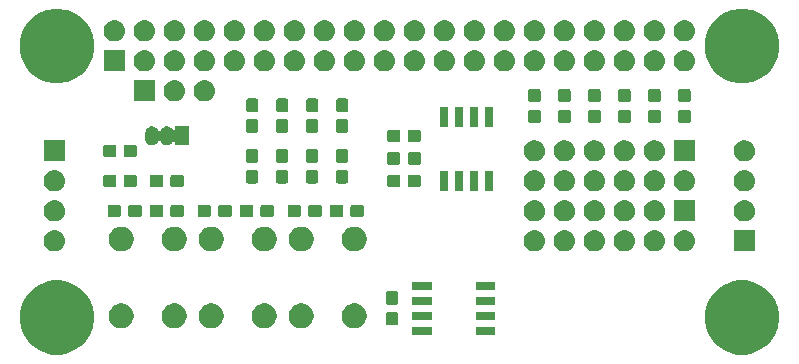
<source format=gbr>
G04 #@! TF.GenerationSoftware,KiCad,Pcbnew,5.0.1+dfsg1-3~bpo9+1*
G04 #@! TF.CreationDate,2018-12-04T00:42:53+01:00*
G04 #@! TF.ProjectId,wuhat,77756861742E6B696361645F70636200,rev?*
G04 #@! TF.SameCoordinates,Original*
G04 #@! TF.FileFunction,Soldermask,Top*
G04 #@! TF.FilePolarity,Negative*
%FSLAX46Y46*%
G04 Gerber Fmt 4.6, Leading zero omitted, Abs format (unit mm)*
G04 Created by KiCad (PCBNEW 5.0.1+dfsg1-3~bpo9+1) date Tue 04 Dec 2018 12:42:53 AM CET*
%MOMM*%
%LPD*%
G01*
G04 APERTURE LIST*
%ADD10C,0.100000*%
G04 APERTURE END LIST*
D10*
G36*
X163816191Y-119159727D02*
X164019113Y-119200091D01*
X164592558Y-119437620D01*
X165105165Y-119780134D01*
X165108648Y-119782461D01*
X165547539Y-120221352D01*
X165547541Y-120221355D01*
X165892380Y-120737442D01*
X166129909Y-121310887D01*
X166129909Y-121310888D01*
X166251000Y-121919652D01*
X166251000Y-122540348D01*
X166170273Y-122946191D01*
X166129909Y-123149113D01*
X165892380Y-123722558D01*
X165549866Y-124235165D01*
X165547539Y-124238648D01*
X165108648Y-124677539D01*
X165108645Y-124677541D01*
X164592558Y-125022380D01*
X164019113Y-125259909D01*
X163816191Y-125300273D01*
X163410348Y-125381000D01*
X162789652Y-125381000D01*
X162383809Y-125300273D01*
X162180887Y-125259909D01*
X161607442Y-125022380D01*
X161091355Y-124677541D01*
X161091352Y-124677539D01*
X160652461Y-124238648D01*
X160650134Y-124235165D01*
X160307620Y-123722558D01*
X160070091Y-123149113D01*
X160029727Y-122946191D01*
X159949000Y-122540348D01*
X159949000Y-121919652D01*
X160070091Y-121310888D01*
X160070091Y-121310887D01*
X160307620Y-120737442D01*
X160652459Y-120221355D01*
X160652461Y-120221352D01*
X161091352Y-119782461D01*
X161094835Y-119780134D01*
X161607442Y-119437620D01*
X162180887Y-119200091D01*
X162383809Y-119159727D01*
X162789652Y-119079000D01*
X163410348Y-119079000D01*
X163816191Y-119159727D01*
X163816191Y-119159727D01*
G37*
G36*
X105816191Y-119159727D02*
X106019113Y-119200091D01*
X106592558Y-119437620D01*
X107105165Y-119780134D01*
X107108648Y-119782461D01*
X107547539Y-120221352D01*
X107547541Y-120221355D01*
X107892380Y-120737442D01*
X108129909Y-121310887D01*
X108129909Y-121310888D01*
X108251000Y-121919652D01*
X108251000Y-122540348D01*
X108170273Y-122946191D01*
X108129909Y-123149113D01*
X107892380Y-123722558D01*
X107549866Y-124235165D01*
X107547539Y-124238648D01*
X107108648Y-124677539D01*
X107108645Y-124677541D01*
X106592558Y-125022380D01*
X106019113Y-125259909D01*
X105816191Y-125300273D01*
X105410348Y-125381000D01*
X104789652Y-125381000D01*
X104383809Y-125300273D01*
X104180887Y-125259909D01*
X103607442Y-125022380D01*
X103091355Y-124677541D01*
X103091352Y-124677539D01*
X102652461Y-124238648D01*
X102650134Y-124235165D01*
X102307620Y-123722558D01*
X102070091Y-123149113D01*
X102029727Y-122946191D01*
X101949000Y-122540348D01*
X101949000Y-121919652D01*
X102070091Y-121310888D01*
X102070091Y-121310887D01*
X102307620Y-120737442D01*
X102652459Y-120221355D01*
X102652461Y-120221352D01*
X103091352Y-119782461D01*
X103094835Y-119780134D01*
X103607442Y-119437620D01*
X104180887Y-119200091D01*
X104383809Y-119159727D01*
X104789652Y-119079000D01*
X105410348Y-119079000D01*
X105816191Y-119159727D01*
X105816191Y-119159727D01*
G37*
G36*
X142231000Y-123711000D02*
X140579000Y-123711000D01*
X140579000Y-123009000D01*
X142231000Y-123009000D01*
X142231000Y-123711000D01*
X142231000Y-123711000D01*
G37*
G36*
X136831000Y-123711000D02*
X135179000Y-123711000D01*
X135179000Y-123009000D01*
X136831000Y-123009000D01*
X136831000Y-123711000D01*
X136831000Y-123711000D01*
G37*
G36*
X126096565Y-121079389D02*
X126287834Y-121158615D01*
X126459976Y-121273637D01*
X126606363Y-121420024D01*
X126721385Y-121592166D01*
X126800611Y-121783435D01*
X126841000Y-121986484D01*
X126841000Y-122193516D01*
X126800611Y-122396565D01*
X126721385Y-122587834D01*
X126606363Y-122759976D01*
X126459976Y-122906363D01*
X126287834Y-123021385D01*
X126096565Y-123100611D01*
X125893516Y-123141000D01*
X125686484Y-123141000D01*
X125483435Y-123100611D01*
X125292166Y-123021385D01*
X125120024Y-122906363D01*
X124973637Y-122759976D01*
X124858615Y-122587834D01*
X124779389Y-122396565D01*
X124739000Y-122193516D01*
X124739000Y-121986484D01*
X124779389Y-121783435D01*
X124858615Y-121592166D01*
X124973637Y-121420024D01*
X125120024Y-121273637D01*
X125292166Y-121158615D01*
X125483435Y-121079389D01*
X125686484Y-121039000D01*
X125893516Y-121039000D01*
X126096565Y-121079389D01*
X126096565Y-121079389D01*
G37*
G36*
X130596565Y-121079389D02*
X130787834Y-121158615D01*
X130959976Y-121273637D01*
X131106363Y-121420024D01*
X131221385Y-121592166D01*
X131300611Y-121783435D01*
X131341000Y-121986484D01*
X131341000Y-122193516D01*
X131300611Y-122396565D01*
X131221385Y-122587834D01*
X131106363Y-122759976D01*
X130959976Y-122906363D01*
X130787834Y-123021385D01*
X130596565Y-123100611D01*
X130393516Y-123141000D01*
X130186484Y-123141000D01*
X129983435Y-123100611D01*
X129792166Y-123021385D01*
X129620024Y-122906363D01*
X129473637Y-122759976D01*
X129358615Y-122587834D01*
X129279389Y-122396565D01*
X129239000Y-122193516D01*
X129239000Y-121986484D01*
X129279389Y-121783435D01*
X129358615Y-121592166D01*
X129473637Y-121420024D01*
X129620024Y-121273637D01*
X129792166Y-121158615D01*
X129983435Y-121079389D01*
X130186484Y-121039000D01*
X130393516Y-121039000D01*
X130596565Y-121079389D01*
X130596565Y-121079389D01*
G37*
G36*
X118476565Y-121079389D02*
X118667834Y-121158615D01*
X118839976Y-121273637D01*
X118986363Y-121420024D01*
X119101385Y-121592166D01*
X119180611Y-121783435D01*
X119221000Y-121986484D01*
X119221000Y-122193516D01*
X119180611Y-122396565D01*
X119101385Y-122587834D01*
X118986363Y-122759976D01*
X118839976Y-122906363D01*
X118667834Y-123021385D01*
X118476565Y-123100611D01*
X118273516Y-123141000D01*
X118066484Y-123141000D01*
X117863435Y-123100611D01*
X117672166Y-123021385D01*
X117500024Y-122906363D01*
X117353637Y-122759976D01*
X117238615Y-122587834D01*
X117159389Y-122396565D01*
X117119000Y-122193516D01*
X117119000Y-121986484D01*
X117159389Y-121783435D01*
X117238615Y-121592166D01*
X117353637Y-121420024D01*
X117500024Y-121273637D01*
X117672166Y-121158615D01*
X117863435Y-121079389D01*
X118066484Y-121039000D01*
X118273516Y-121039000D01*
X118476565Y-121079389D01*
X118476565Y-121079389D01*
G37*
G36*
X122976565Y-121079389D02*
X123167834Y-121158615D01*
X123339976Y-121273637D01*
X123486363Y-121420024D01*
X123601385Y-121592166D01*
X123680611Y-121783435D01*
X123721000Y-121986484D01*
X123721000Y-122193516D01*
X123680611Y-122396565D01*
X123601385Y-122587834D01*
X123486363Y-122759976D01*
X123339976Y-122906363D01*
X123167834Y-123021385D01*
X122976565Y-123100611D01*
X122773516Y-123141000D01*
X122566484Y-123141000D01*
X122363435Y-123100611D01*
X122172166Y-123021385D01*
X122000024Y-122906363D01*
X121853637Y-122759976D01*
X121738615Y-122587834D01*
X121659389Y-122396565D01*
X121619000Y-122193516D01*
X121619000Y-121986484D01*
X121659389Y-121783435D01*
X121738615Y-121592166D01*
X121853637Y-121420024D01*
X122000024Y-121273637D01*
X122172166Y-121158615D01*
X122363435Y-121079389D01*
X122566484Y-121039000D01*
X122773516Y-121039000D01*
X122976565Y-121079389D01*
X122976565Y-121079389D01*
G37*
G36*
X110856565Y-121079389D02*
X111047834Y-121158615D01*
X111219976Y-121273637D01*
X111366363Y-121420024D01*
X111481385Y-121592166D01*
X111560611Y-121783435D01*
X111601000Y-121986484D01*
X111601000Y-122193516D01*
X111560611Y-122396565D01*
X111481385Y-122587834D01*
X111366363Y-122759976D01*
X111219976Y-122906363D01*
X111047834Y-123021385D01*
X110856565Y-123100611D01*
X110653516Y-123141000D01*
X110446484Y-123141000D01*
X110243435Y-123100611D01*
X110052166Y-123021385D01*
X109880024Y-122906363D01*
X109733637Y-122759976D01*
X109618615Y-122587834D01*
X109539389Y-122396565D01*
X109499000Y-122193516D01*
X109499000Y-121986484D01*
X109539389Y-121783435D01*
X109618615Y-121592166D01*
X109733637Y-121420024D01*
X109880024Y-121273637D01*
X110052166Y-121158615D01*
X110243435Y-121079389D01*
X110446484Y-121039000D01*
X110653516Y-121039000D01*
X110856565Y-121079389D01*
X110856565Y-121079389D01*
G37*
G36*
X115356565Y-121079389D02*
X115547834Y-121158615D01*
X115719976Y-121273637D01*
X115866363Y-121420024D01*
X115981385Y-121592166D01*
X116060611Y-121783435D01*
X116101000Y-121986484D01*
X116101000Y-122193516D01*
X116060611Y-122396565D01*
X115981385Y-122587834D01*
X115866363Y-122759976D01*
X115719976Y-122906363D01*
X115547834Y-123021385D01*
X115356565Y-123100611D01*
X115153516Y-123141000D01*
X114946484Y-123141000D01*
X114743435Y-123100611D01*
X114552166Y-123021385D01*
X114380024Y-122906363D01*
X114233637Y-122759976D01*
X114118615Y-122587834D01*
X114039389Y-122396565D01*
X113999000Y-122193516D01*
X113999000Y-121986484D01*
X114039389Y-121783435D01*
X114118615Y-121592166D01*
X114233637Y-121420024D01*
X114380024Y-121273637D01*
X114552166Y-121158615D01*
X114743435Y-121079389D01*
X114946484Y-121039000D01*
X115153516Y-121039000D01*
X115356565Y-121079389D01*
X115356565Y-121079389D01*
G37*
G36*
X133829499Y-121758445D02*
X133866993Y-121769819D01*
X133901557Y-121788294D01*
X133931847Y-121813153D01*
X133956706Y-121843443D01*
X133975181Y-121878007D01*
X133986555Y-121915501D01*
X133991000Y-121960638D01*
X133991000Y-122699362D01*
X133986555Y-122744499D01*
X133975181Y-122781993D01*
X133956706Y-122816557D01*
X133931847Y-122846847D01*
X133901557Y-122871706D01*
X133866993Y-122890181D01*
X133829499Y-122901555D01*
X133784362Y-122906000D01*
X133145638Y-122906000D01*
X133100501Y-122901555D01*
X133063007Y-122890181D01*
X133028443Y-122871706D01*
X132998153Y-122846847D01*
X132973294Y-122816557D01*
X132954819Y-122781993D01*
X132943445Y-122744499D01*
X132939000Y-122699362D01*
X132939000Y-121960638D01*
X132943445Y-121915501D01*
X132954819Y-121878007D01*
X132973294Y-121843443D01*
X132998153Y-121813153D01*
X133028443Y-121788294D01*
X133063007Y-121769819D01*
X133100501Y-121758445D01*
X133145638Y-121754000D01*
X133784362Y-121754000D01*
X133829499Y-121758445D01*
X133829499Y-121758445D01*
G37*
G36*
X136831000Y-122441000D02*
X135179000Y-122441000D01*
X135179000Y-121739000D01*
X136831000Y-121739000D01*
X136831000Y-122441000D01*
X136831000Y-122441000D01*
G37*
G36*
X142231000Y-122441000D02*
X140579000Y-122441000D01*
X140579000Y-121739000D01*
X142231000Y-121739000D01*
X142231000Y-122441000D01*
X142231000Y-122441000D01*
G37*
G36*
X142231000Y-121171000D02*
X140579000Y-121171000D01*
X140579000Y-120469000D01*
X142231000Y-120469000D01*
X142231000Y-121171000D01*
X142231000Y-121171000D01*
G37*
G36*
X136831000Y-121171000D02*
X135179000Y-121171000D01*
X135179000Y-120469000D01*
X136831000Y-120469000D01*
X136831000Y-121171000D01*
X136831000Y-121171000D01*
G37*
G36*
X133829499Y-120008445D02*
X133866993Y-120019819D01*
X133901557Y-120038294D01*
X133931847Y-120063153D01*
X133956706Y-120093443D01*
X133975181Y-120128007D01*
X133986555Y-120165501D01*
X133991000Y-120210638D01*
X133991000Y-120949362D01*
X133986555Y-120994499D01*
X133975181Y-121031993D01*
X133956706Y-121066557D01*
X133931847Y-121096847D01*
X133901557Y-121121706D01*
X133866993Y-121140181D01*
X133829499Y-121151555D01*
X133784362Y-121156000D01*
X133145638Y-121156000D01*
X133100501Y-121151555D01*
X133063007Y-121140181D01*
X133028443Y-121121706D01*
X132998153Y-121096847D01*
X132973294Y-121066557D01*
X132954819Y-121031993D01*
X132943445Y-120994499D01*
X132939000Y-120949362D01*
X132939000Y-120210638D01*
X132943445Y-120165501D01*
X132954819Y-120128007D01*
X132973294Y-120093443D01*
X132998153Y-120063153D01*
X133028443Y-120038294D01*
X133063007Y-120019819D01*
X133100501Y-120008445D01*
X133145638Y-120004000D01*
X133784362Y-120004000D01*
X133829499Y-120008445D01*
X133829499Y-120008445D01*
G37*
G36*
X142231000Y-119901000D02*
X140579000Y-119901000D01*
X140579000Y-119199000D01*
X142231000Y-119199000D01*
X142231000Y-119901000D01*
X142231000Y-119901000D01*
G37*
G36*
X136831000Y-119901000D02*
X135179000Y-119901000D01*
X135179000Y-119199000D01*
X136831000Y-119199000D01*
X136831000Y-119901000D01*
X136831000Y-119901000D01*
G37*
G36*
X105000443Y-114845519D02*
X105066627Y-114852037D01*
X105179853Y-114886384D01*
X105236467Y-114903557D01*
X105375087Y-114977652D01*
X105392991Y-114987222D01*
X105428729Y-115016552D01*
X105530186Y-115099814D01*
X105613448Y-115201271D01*
X105642778Y-115237009D01*
X105642779Y-115237011D01*
X105726443Y-115393533D01*
X105726443Y-115393534D01*
X105777963Y-115563373D01*
X105795359Y-115740000D01*
X105777963Y-115916627D01*
X105743616Y-116029853D01*
X105726443Y-116086467D01*
X105652348Y-116225087D01*
X105642778Y-116242991D01*
X105613448Y-116278729D01*
X105530186Y-116380186D01*
X105428729Y-116463448D01*
X105392991Y-116492778D01*
X105392989Y-116492779D01*
X105236467Y-116576443D01*
X105179853Y-116593616D01*
X105066627Y-116627963D01*
X105000443Y-116634481D01*
X104934260Y-116641000D01*
X104845740Y-116641000D01*
X104779557Y-116634481D01*
X104713373Y-116627963D01*
X104600147Y-116593616D01*
X104543533Y-116576443D01*
X104387011Y-116492779D01*
X104387009Y-116492778D01*
X104351271Y-116463448D01*
X104249814Y-116380186D01*
X104166552Y-116278729D01*
X104137222Y-116242991D01*
X104127652Y-116225087D01*
X104053557Y-116086467D01*
X104036384Y-116029853D01*
X104002037Y-115916627D01*
X103984641Y-115740000D01*
X104002037Y-115563373D01*
X104053557Y-115393534D01*
X104053557Y-115393533D01*
X104137221Y-115237011D01*
X104137222Y-115237009D01*
X104166552Y-115201271D01*
X104249814Y-115099814D01*
X104351271Y-115016552D01*
X104387009Y-114987222D01*
X104404913Y-114977652D01*
X104543533Y-114903557D01*
X104600147Y-114886384D01*
X104713373Y-114852037D01*
X104779557Y-114845519D01*
X104845740Y-114839000D01*
X104934260Y-114839000D01*
X105000443Y-114845519D01*
X105000443Y-114845519D01*
G37*
G36*
X118476565Y-114579389D02*
X118667834Y-114658615D01*
X118839976Y-114773637D01*
X118986363Y-114920024D01*
X119101385Y-115092166D01*
X119180611Y-115283435D01*
X119221000Y-115486484D01*
X119221000Y-115693516D01*
X119180611Y-115896565D01*
X119101385Y-116087834D01*
X118986363Y-116259976D01*
X118839976Y-116406363D01*
X118667834Y-116521385D01*
X118476565Y-116600611D01*
X118273516Y-116641000D01*
X118066484Y-116641000D01*
X117863435Y-116600611D01*
X117672166Y-116521385D01*
X117500024Y-116406363D01*
X117353637Y-116259976D01*
X117238615Y-116087834D01*
X117159389Y-115896565D01*
X117119000Y-115693516D01*
X117119000Y-115486484D01*
X117159389Y-115283435D01*
X117238615Y-115092166D01*
X117353637Y-114920024D01*
X117500024Y-114773637D01*
X117672166Y-114658615D01*
X117863435Y-114579389D01*
X118066484Y-114539000D01*
X118273516Y-114539000D01*
X118476565Y-114579389D01*
X118476565Y-114579389D01*
G37*
G36*
X115356565Y-114579389D02*
X115547834Y-114658615D01*
X115719976Y-114773637D01*
X115866363Y-114920024D01*
X115981385Y-115092166D01*
X116060611Y-115283435D01*
X116101000Y-115486484D01*
X116101000Y-115693516D01*
X116060611Y-115896565D01*
X115981385Y-116087834D01*
X115866363Y-116259976D01*
X115719976Y-116406363D01*
X115547834Y-116521385D01*
X115356565Y-116600611D01*
X115153516Y-116641000D01*
X114946484Y-116641000D01*
X114743435Y-116600611D01*
X114552166Y-116521385D01*
X114380024Y-116406363D01*
X114233637Y-116259976D01*
X114118615Y-116087834D01*
X114039389Y-115896565D01*
X113999000Y-115693516D01*
X113999000Y-115486484D01*
X114039389Y-115283435D01*
X114118615Y-115092166D01*
X114233637Y-114920024D01*
X114380024Y-114773637D01*
X114552166Y-114658615D01*
X114743435Y-114579389D01*
X114946484Y-114539000D01*
X115153516Y-114539000D01*
X115356565Y-114579389D01*
X115356565Y-114579389D01*
G37*
G36*
X164211000Y-116641000D02*
X162409000Y-116641000D01*
X162409000Y-114839000D01*
X164211000Y-114839000D01*
X164211000Y-116641000D01*
X164211000Y-116641000D01*
G37*
G36*
X158340443Y-114845519D02*
X158406627Y-114852037D01*
X158519853Y-114886384D01*
X158576467Y-114903557D01*
X158715087Y-114977652D01*
X158732991Y-114987222D01*
X158768729Y-115016552D01*
X158870186Y-115099814D01*
X158953448Y-115201271D01*
X158982778Y-115237009D01*
X158982779Y-115237011D01*
X159066443Y-115393533D01*
X159066443Y-115393534D01*
X159117963Y-115563373D01*
X159135359Y-115740000D01*
X159117963Y-115916627D01*
X159083616Y-116029853D01*
X159066443Y-116086467D01*
X158992348Y-116225087D01*
X158982778Y-116242991D01*
X158953448Y-116278729D01*
X158870186Y-116380186D01*
X158768729Y-116463448D01*
X158732991Y-116492778D01*
X158732989Y-116492779D01*
X158576467Y-116576443D01*
X158519853Y-116593616D01*
X158406627Y-116627963D01*
X158340443Y-116634481D01*
X158274260Y-116641000D01*
X158185740Y-116641000D01*
X158119557Y-116634481D01*
X158053373Y-116627963D01*
X157940147Y-116593616D01*
X157883533Y-116576443D01*
X157727011Y-116492779D01*
X157727009Y-116492778D01*
X157691271Y-116463448D01*
X157589814Y-116380186D01*
X157506552Y-116278729D01*
X157477222Y-116242991D01*
X157467652Y-116225087D01*
X157393557Y-116086467D01*
X157376384Y-116029853D01*
X157342037Y-115916627D01*
X157324641Y-115740000D01*
X157342037Y-115563373D01*
X157393557Y-115393534D01*
X157393557Y-115393533D01*
X157477221Y-115237011D01*
X157477222Y-115237009D01*
X157506552Y-115201271D01*
X157589814Y-115099814D01*
X157691271Y-115016552D01*
X157727009Y-114987222D01*
X157744913Y-114977652D01*
X157883533Y-114903557D01*
X157940147Y-114886384D01*
X158053373Y-114852037D01*
X158119557Y-114845519D01*
X158185740Y-114839000D01*
X158274260Y-114839000D01*
X158340443Y-114845519D01*
X158340443Y-114845519D01*
G37*
G36*
X155800443Y-114845519D02*
X155866627Y-114852037D01*
X155979853Y-114886384D01*
X156036467Y-114903557D01*
X156175087Y-114977652D01*
X156192991Y-114987222D01*
X156228729Y-115016552D01*
X156330186Y-115099814D01*
X156413448Y-115201271D01*
X156442778Y-115237009D01*
X156442779Y-115237011D01*
X156526443Y-115393533D01*
X156526443Y-115393534D01*
X156577963Y-115563373D01*
X156595359Y-115740000D01*
X156577963Y-115916627D01*
X156543616Y-116029853D01*
X156526443Y-116086467D01*
X156452348Y-116225087D01*
X156442778Y-116242991D01*
X156413448Y-116278729D01*
X156330186Y-116380186D01*
X156228729Y-116463448D01*
X156192991Y-116492778D01*
X156192989Y-116492779D01*
X156036467Y-116576443D01*
X155979853Y-116593616D01*
X155866627Y-116627963D01*
X155800443Y-116634481D01*
X155734260Y-116641000D01*
X155645740Y-116641000D01*
X155579557Y-116634481D01*
X155513373Y-116627963D01*
X155400147Y-116593616D01*
X155343533Y-116576443D01*
X155187011Y-116492779D01*
X155187009Y-116492778D01*
X155151271Y-116463448D01*
X155049814Y-116380186D01*
X154966552Y-116278729D01*
X154937222Y-116242991D01*
X154927652Y-116225087D01*
X154853557Y-116086467D01*
X154836384Y-116029853D01*
X154802037Y-115916627D01*
X154784641Y-115740000D01*
X154802037Y-115563373D01*
X154853557Y-115393534D01*
X154853557Y-115393533D01*
X154937221Y-115237011D01*
X154937222Y-115237009D01*
X154966552Y-115201271D01*
X155049814Y-115099814D01*
X155151271Y-115016552D01*
X155187009Y-114987222D01*
X155204913Y-114977652D01*
X155343533Y-114903557D01*
X155400147Y-114886384D01*
X155513373Y-114852037D01*
X155579557Y-114845519D01*
X155645740Y-114839000D01*
X155734260Y-114839000D01*
X155800443Y-114845519D01*
X155800443Y-114845519D01*
G37*
G36*
X153260443Y-114845519D02*
X153326627Y-114852037D01*
X153439853Y-114886384D01*
X153496467Y-114903557D01*
X153635087Y-114977652D01*
X153652991Y-114987222D01*
X153688729Y-115016552D01*
X153790186Y-115099814D01*
X153873448Y-115201271D01*
X153902778Y-115237009D01*
X153902779Y-115237011D01*
X153986443Y-115393533D01*
X153986443Y-115393534D01*
X154037963Y-115563373D01*
X154055359Y-115740000D01*
X154037963Y-115916627D01*
X154003616Y-116029853D01*
X153986443Y-116086467D01*
X153912348Y-116225087D01*
X153902778Y-116242991D01*
X153873448Y-116278729D01*
X153790186Y-116380186D01*
X153688729Y-116463448D01*
X153652991Y-116492778D01*
X153652989Y-116492779D01*
X153496467Y-116576443D01*
X153439853Y-116593616D01*
X153326627Y-116627963D01*
X153260443Y-116634481D01*
X153194260Y-116641000D01*
X153105740Y-116641000D01*
X153039557Y-116634481D01*
X152973373Y-116627963D01*
X152860147Y-116593616D01*
X152803533Y-116576443D01*
X152647011Y-116492779D01*
X152647009Y-116492778D01*
X152611271Y-116463448D01*
X152509814Y-116380186D01*
X152426552Y-116278729D01*
X152397222Y-116242991D01*
X152387652Y-116225087D01*
X152313557Y-116086467D01*
X152296384Y-116029853D01*
X152262037Y-115916627D01*
X152244641Y-115740000D01*
X152262037Y-115563373D01*
X152313557Y-115393534D01*
X152313557Y-115393533D01*
X152397221Y-115237011D01*
X152397222Y-115237009D01*
X152426552Y-115201271D01*
X152509814Y-115099814D01*
X152611271Y-115016552D01*
X152647009Y-114987222D01*
X152664913Y-114977652D01*
X152803533Y-114903557D01*
X152860147Y-114886384D01*
X152973373Y-114852037D01*
X153039557Y-114845519D01*
X153105740Y-114839000D01*
X153194260Y-114839000D01*
X153260443Y-114845519D01*
X153260443Y-114845519D01*
G37*
G36*
X130596565Y-114579389D02*
X130787834Y-114658615D01*
X130959976Y-114773637D01*
X131106363Y-114920024D01*
X131221385Y-115092166D01*
X131300611Y-115283435D01*
X131341000Y-115486484D01*
X131341000Y-115693516D01*
X131300611Y-115896565D01*
X131221385Y-116087834D01*
X131106363Y-116259976D01*
X130959976Y-116406363D01*
X130787834Y-116521385D01*
X130596565Y-116600611D01*
X130393516Y-116641000D01*
X130186484Y-116641000D01*
X129983435Y-116600611D01*
X129792166Y-116521385D01*
X129620024Y-116406363D01*
X129473637Y-116259976D01*
X129358615Y-116087834D01*
X129279389Y-115896565D01*
X129239000Y-115693516D01*
X129239000Y-115486484D01*
X129279389Y-115283435D01*
X129358615Y-115092166D01*
X129473637Y-114920024D01*
X129620024Y-114773637D01*
X129792166Y-114658615D01*
X129983435Y-114579389D01*
X130186484Y-114539000D01*
X130393516Y-114539000D01*
X130596565Y-114579389D01*
X130596565Y-114579389D01*
G37*
G36*
X110856565Y-114579389D02*
X111047834Y-114658615D01*
X111219976Y-114773637D01*
X111366363Y-114920024D01*
X111481385Y-115092166D01*
X111560611Y-115283435D01*
X111601000Y-115486484D01*
X111601000Y-115693516D01*
X111560611Y-115896565D01*
X111481385Y-116087834D01*
X111366363Y-116259976D01*
X111219976Y-116406363D01*
X111047834Y-116521385D01*
X110856565Y-116600611D01*
X110653516Y-116641000D01*
X110446484Y-116641000D01*
X110243435Y-116600611D01*
X110052166Y-116521385D01*
X109880024Y-116406363D01*
X109733637Y-116259976D01*
X109618615Y-116087834D01*
X109539389Y-115896565D01*
X109499000Y-115693516D01*
X109499000Y-115486484D01*
X109539389Y-115283435D01*
X109618615Y-115092166D01*
X109733637Y-114920024D01*
X109880024Y-114773637D01*
X110052166Y-114658615D01*
X110243435Y-114579389D01*
X110446484Y-114539000D01*
X110653516Y-114539000D01*
X110856565Y-114579389D01*
X110856565Y-114579389D01*
G37*
G36*
X122976565Y-114579389D02*
X123167834Y-114658615D01*
X123339976Y-114773637D01*
X123486363Y-114920024D01*
X123601385Y-115092166D01*
X123680611Y-115283435D01*
X123721000Y-115486484D01*
X123721000Y-115693516D01*
X123680611Y-115896565D01*
X123601385Y-116087834D01*
X123486363Y-116259976D01*
X123339976Y-116406363D01*
X123167834Y-116521385D01*
X122976565Y-116600611D01*
X122773516Y-116641000D01*
X122566484Y-116641000D01*
X122363435Y-116600611D01*
X122172166Y-116521385D01*
X122000024Y-116406363D01*
X121853637Y-116259976D01*
X121738615Y-116087834D01*
X121659389Y-115896565D01*
X121619000Y-115693516D01*
X121619000Y-115486484D01*
X121659389Y-115283435D01*
X121738615Y-115092166D01*
X121853637Y-114920024D01*
X122000024Y-114773637D01*
X122172166Y-114658615D01*
X122363435Y-114579389D01*
X122566484Y-114539000D01*
X122773516Y-114539000D01*
X122976565Y-114579389D01*
X122976565Y-114579389D01*
G37*
G36*
X126096565Y-114579389D02*
X126287834Y-114658615D01*
X126459976Y-114773637D01*
X126606363Y-114920024D01*
X126721385Y-115092166D01*
X126800611Y-115283435D01*
X126841000Y-115486484D01*
X126841000Y-115693516D01*
X126800611Y-115896565D01*
X126721385Y-116087834D01*
X126606363Y-116259976D01*
X126459976Y-116406363D01*
X126287834Y-116521385D01*
X126096565Y-116600611D01*
X125893516Y-116641000D01*
X125686484Y-116641000D01*
X125483435Y-116600611D01*
X125292166Y-116521385D01*
X125120024Y-116406363D01*
X124973637Y-116259976D01*
X124858615Y-116087834D01*
X124779389Y-115896565D01*
X124739000Y-115693516D01*
X124739000Y-115486484D01*
X124779389Y-115283435D01*
X124858615Y-115092166D01*
X124973637Y-114920024D01*
X125120024Y-114773637D01*
X125292166Y-114658615D01*
X125483435Y-114579389D01*
X125686484Y-114539000D01*
X125893516Y-114539000D01*
X126096565Y-114579389D01*
X126096565Y-114579389D01*
G37*
G36*
X150720443Y-114845519D02*
X150786627Y-114852037D01*
X150899853Y-114886384D01*
X150956467Y-114903557D01*
X151095087Y-114977652D01*
X151112991Y-114987222D01*
X151148729Y-115016552D01*
X151250186Y-115099814D01*
X151333448Y-115201271D01*
X151362778Y-115237009D01*
X151362779Y-115237011D01*
X151446443Y-115393533D01*
X151446443Y-115393534D01*
X151497963Y-115563373D01*
X151515359Y-115740000D01*
X151497963Y-115916627D01*
X151463616Y-116029853D01*
X151446443Y-116086467D01*
X151372348Y-116225087D01*
X151362778Y-116242991D01*
X151333448Y-116278729D01*
X151250186Y-116380186D01*
X151148729Y-116463448D01*
X151112991Y-116492778D01*
X151112989Y-116492779D01*
X150956467Y-116576443D01*
X150899853Y-116593616D01*
X150786627Y-116627963D01*
X150720443Y-116634481D01*
X150654260Y-116641000D01*
X150565740Y-116641000D01*
X150499557Y-116634481D01*
X150433373Y-116627963D01*
X150320147Y-116593616D01*
X150263533Y-116576443D01*
X150107011Y-116492779D01*
X150107009Y-116492778D01*
X150071271Y-116463448D01*
X149969814Y-116380186D01*
X149886552Y-116278729D01*
X149857222Y-116242991D01*
X149847652Y-116225087D01*
X149773557Y-116086467D01*
X149756384Y-116029853D01*
X149722037Y-115916627D01*
X149704641Y-115740000D01*
X149722037Y-115563373D01*
X149773557Y-115393534D01*
X149773557Y-115393533D01*
X149857221Y-115237011D01*
X149857222Y-115237009D01*
X149886552Y-115201271D01*
X149969814Y-115099814D01*
X150071271Y-115016552D01*
X150107009Y-114987222D01*
X150124913Y-114977652D01*
X150263533Y-114903557D01*
X150320147Y-114886384D01*
X150433373Y-114852037D01*
X150499557Y-114845519D01*
X150565740Y-114839000D01*
X150654260Y-114839000D01*
X150720443Y-114845519D01*
X150720443Y-114845519D01*
G37*
G36*
X148180443Y-114845519D02*
X148246627Y-114852037D01*
X148359853Y-114886384D01*
X148416467Y-114903557D01*
X148555087Y-114977652D01*
X148572991Y-114987222D01*
X148608729Y-115016552D01*
X148710186Y-115099814D01*
X148793448Y-115201271D01*
X148822778Y-115237009D01*
X148822779Y-115237011D01*
X148906443Y-115393533D01*
X148906443Y-115393534D01*
X148957963Y-115563373D01*
X148975359Y-115740000D01*
X148957963Y-115916627D01*
X148923616Y-116029853D01*
X148906443Y-116086467D01*
X148832348Y-116225087D01*
X148822778Y-116242991D01*
X148793448Y-116278729D01*
X148710186Y-116380186D01*
X148608729Y-116463448D01*
X148572991Y-116492778D01*
X148572989Y-116492779D01*
X148416467Y-116576443D01*
X148359853Y-116593616D01*
X148246627Y-116627963D01*
X148180443Y-116634481D01*
X148114260Y-116641000D01*
X148025740Y-116641000D01*
X147959557Y-116634481D01*
X147893373Y-116627963D01*
X147780147Y-116593616D01*
X147723533Y-116576443D01*
X147567011Y-116492779D01*
X147567009Y-116492778D01*
X147531271Y-116463448D01*
X147429814Y-116380186D01*
X147346552Y-116278729D01*
X147317222Y-116242991D01*
X147307652Y-116225087D01*
X147233557Y-116086467D01*
X147216384Y-116029853D01*
X147182037Y-115916627D01*
X147164641Y-115740000D01*
X147182037Y-115563373D01*
X147233557Y-115393534D01*
X147233557Y-115393533D01*
X147317221Y-115237011D01*
X147317222Y-115237009D01*
X147346552Y-115201271D01*
X147429814Y-115099814D01*
X147531271Y-115016552D01*
X147567009Y-114987222D01*
X147584913Y-114977652D01*
X147723533Y-114903557D01*
X147780147Y-114886384D01*
X147893373Y-114852037D01*
X147959557Y-114845519D01*
X148025740Y-114839000D01*
X148114260Y-114839000D01*
X148180443Y-114845519D01*
X148180443Y-114845519D01*
G37*
G36*
X145640443Y-114845519D02*
X145706627Y-114852037D01*
X145819853Y-114886384D01*
X145876467Y-114903557D01*
X146015087Y-114977652D01*
X146032991Y-114987222D01*
X146068729Y-115016552D01*
X146170186Y-115099814D01*
X146253448Y-115201271D01*
X146282778Y-115237009D01*
X146282779Y-115237011D01*
X146366443Y-115393533D01*
X146366443Y-115393534D01*
X146417963Y-115563373D01*
X146435359Y-115740000D01*
X146417963Y-115916627D01*
X146383616Y-116029853D01*
X146366443Y-116086467D01*
X146292348Y-116225087D01*
X146282778Y-116242991D01*
X146253448Y-116278729D01*
X146170186Y-116380186D01*
X146068729Y-116463448D01*
X146032991Y-116492778D01*
X146032989Y-116492779D01*
X145876467Y-116576443D01*
X145819853Y-116593616D01*
X145706627Y-116627963D01*
X145640443Y-116634481D01*
X145574260Y-116641000D01*
X145485740Y-116641000D01*
X145419557Y-116634481D01*
X145353373Y-116627963D01*
X145240147Y-116593616D01*
X145183533Y-116576443D01*
X145027011Y-116492779D01*
X145027009Y-116492778D01*
X144991271Y-116463448D01*
X144889814Y-116380186D01*
X144806552Y-116278729D01*
X144777222Y-116242991D01*
X144767652Y-116225087D01*
X144693557Y-116086467D01*
X144676384Y-116029853D01*
X144642037Y-115916627D01*
X144624641Y-115740000D01*
X144642037Y-115563373D01*
X144693557Y-115393534D01*
X144693557Y-115393533D01*
X144777221Y-115237011D01*
X144777222Y-115237009D01*
X144806552Y-115201271D01*
X144889814Y-115099814D01*
X144991271Y-115016552D01*
X145027009Y-114987222D01*
X145044913Y-114977652D01*
X145183533Y-114903557D01*
X145240147Y-114886384D01*
X145353373Y-114852037D01*
X145419557Y-114845519D01*
X145485740Y-114839000D01*
X145574260Y-114839000D01*
X145640443Y-114845519D01*
X145640443Y-114845519D01*
G37*
G36*
X105000442Y-112305518D02*
X105066627Y-112312037D01*
X105179853Y-112346384D01*
X105236467Y-112363557D01*
X105375087Y-112437652D01*
X105392991Y-112447222D01*
X105428729Y-112476552D01*
X105530186Y-112559814D01*
X105613448Y-112661271D01*
X105642778Y-112697009D01*
X105642779Y-112697011D01*
X105726443Y-112853533D01*
X105726443Y-112853534D01*
X105777963Y-113023373D01*
X105795359Y-113200000D01*
X105777963Y-113376627D01*
X105751762Y-113463000D01*
X105726443Y-113546467D01*
X105696763Y-113601993D01*
X105642778Y-113702991D01*
X105627543Y-113721555D01*
X105530186Y-113840186D01*
X105428729Y-113923448D01*
X105392991Y-113952778D01*
X105392989Y-113952779D01*
X105236467Y-114036443D01*
X105179853Y-114053616D01*
X105066627Y-114087963D01*
X105000442Y-114094482D01*
X104934260Y-114101000D01*
X104845740Y-114101000D01*
X104779558Y-114094482D01*
X104713373Y-114087963D01*
X104600147Y-114053616D01*
X104543533Y-114036443D01*
X104387011Y-113952779D01*
X104387009Y-113952778D01*
X104351271Y-113923448D01*
X104249814Y-113840186D01*
X104152457Y-113721555D01*
X104137222Y-113702991D01*
X104083237Y-113601993D01*
X104053557Y-113546467D01*
X104028238Y-113463000D01*
X104002037Y-113376627D01*
X103984641Y-113200000D01*
X104002037Y-113023373D01*
X104053557Y-112853534D01*
X104053557Y-112853533D01*
X104137221Y-112697011D01*
X104137222Y-112697009D01*
X104166552Y-112661271D01*
X104249814Y-112559814D01*
X104351271Y-112476552D01*
X104387009Y-112447222D01*
X104404913Y-112437652D01*
X104543533Y-112363557D01*
X104600147Y-112346384D01*
X104713373Y-112312037D01*
X104779558Y-112305518D01*
X104845740Y-112299000D01*
X104934260Y-112299000D01*
X105000442Y-112305518D01*
X105000442Y-112305518D01*
G37*
G36*
X155800442Y-112305518D02*
X155866627Y-112312037D01*
X155979853Y-112346384D01*
X156036467Y-112363557D01*
X156175087Y-112437652D01*
X156192991Y-112447222D01*
X156228729Y-112476552D01*
X156330186Y-112559814D01*
X156413448Y-112661271D01*
X156442778Y-112697009D01*
X156442779Y-112697011D01*
X156526443Y-112853533D01*
X156526443Y-112853534D01*
X156577963Y-113023373D01*
X156595359Y-113200000D01*
X156577963Y-113376627D01*
X156551762Y-113463000D01*
X156526443Y-113546467D01*
X156496763Y-113601993D01*
X156442778Y-113702991D01*
X156427543Y-113721555D01*
X156330186Y-113840186D01*
X156228729Y-113923448D01*
X156192991Y-113952778D01*
X156192989Y-113952779D01*
X156036467Y-114036443D01*
X155979853Y-114053616D01*
X155866627Y-114087963D01*
X155800442Y-114094482D01*
X155734260Y-114101000D01*
X155645740Y-114101000D01*
X155579558Y-114094482D01*
X155513373Y-114087963D01*
X155400147Y-114053616D01*
X155343533Y-114036443D01*
X155187011Y-113952779D01*
X155187009Y-113952778D01*
X155151271Y-113923448D01*
X155049814Y-113840186D01*
X154952457Y-113721555D01*
X154937222Y-113702991D01*
X154883237Y-113601993D01*
X154853557Y-113546467D01*
X154828238Y-113463000D01*
X154802037Y-113376627D01*
X154784641Y-113200000D01*
X154802037Y-113023373D01*
X154853557Y-112853534D01*
X154853557Y-112853533D01*
X154937221Y-112697011D01*
X154937222Y-112697009D01*
X154966552Y-112661271D01*
X155049814Y-112559814D01*
X155151271Y-112476552D01*
X155187009Y-112447222D01*
X155204913Y-112437652D01*
X155343533Y-112363557D01*
X155400147Y-112346384D01*
X155513373Y-112312037D01*
X155579558Y-112305518D01*
X155645740Y-112299000D01*
X155734260Y-112299000D01*
X155800442Y-112305518D01*
X155800442Y-112305518D01*
G37*
G36*
X150720442Y-112305518D02*
X150786627Y-112312037D01*
X150899853Y-112346384D01*
X150956467Y-112363557D01*
X151095087Y-112437652D01*
X151112991Y-112447222D01*
X151148729Y-112476552D01*
X151250186Y-112559814D01*
X151333448Y-112661271D01*
X151362778Y-112697009D01*
X151362779Y-112697011D01*
X151446443Y-112853533D01*
X151446443Y-112853534D01*
X151497963Y-113023373D01*
X151515359Y-113200000D01*
X151497963Y-113376627D01*
X151471762Y-113463000D01*
X151446443Y-113546467D01*
X151416763Y-113601993D01*
X151362778Y-113702991D01*
X151347543Y-113721555D01*
X151250186Y-113840186D01*
X151148729Y-113923448D01*
X151112991Y-113952778D01*
X151112989Y-113952779D01*
X150956467Y-114036443D01*
X150899853Y-114053616D01*
X150786627Y-114087963D01*
X150720442Y-114094482D01*
X150654260Y-114101000D01*
X150565740Y-114101000D01*
X150499558Y-114094482D01*
X150433373Y-114087963D01*
X150320147Y-114053616D01*
X150263533Y-114036443D01*
X150107011Y-113952779D01*
X150107009Y-113952778D01*
X150071271Y-113923448D01*
X149969814Y-113840186D01*
X149872457Y-113721555D01*
X149857222Y-113702991D01*
X149803237Y-113601993D01*
X149773557Y-113546467D01*
X149748238Y-113463000D01*
X149722037Y-113376627D01*
X149704641Y-113200000D01*
X149722037Y-113023373D01*
X149773557Y-112853534D01*
X149773557Y-112853533D01*
X149857221Y-112697011D01*
X149857222Y-112697009D01*
X149886552Y-112661271D01*
X149969814Y-112559814D01*
X150071271Y-112476552D01*
X150107009Y-112447222D01*
X150124913Y-112437652D01*
X150263533Y-112363557D01*
X150320147Y-112346384D01*
X150433373Y-112312037D01*
X150499558Y-112305518D01*
X150565740Y-112299000D01*
X150654260Y-112299000D01*
X150720442Y-112305518D01*
X150720442Y-112305518D01*
G37*
G36*
X159131000Y-114101000D02*
X157329000Y-114101000D01*
X157329000Y-112299000D01*
X159131000Y-112299000D01*
X159131000Y-114101000D01*
X159131000Y-114101000D01*
G37*
G36*
X145640442Y-112305518D02*
X145706627Y-112312037D01*
X145819853Y-112346384D01*
X145876467Y-112363557D01*
X146015087Y-112437652D01*
X146032991Y-112447222D01*
X146068729Y-112476552D01*
X146170186Y-112559814D01*
X146253448Y-112661271D01*
X146282778Y-112697009D01*
X146282779Y-112697011D01*
X146366443Y-112853533D01*
X146366443Y-112853534D01*
X146417963Y-113023373D01*
X146435359Y-113200000D01*
X146417963Y-113376627D01*
X146391762Y-113463000D01*
X146366443Y-113546467D01*
X146336763Y-113601993D01*
X146282778Y-113702991D01*
X146267543Y-113721555D01*
X146170186Y-113840186D01*
X146068729Y-113923448D01*
X146032991Y-113952778D01*
X146032989Y-113952779D01*
X145876467Y-114036443D01*
X145819853Y-114053616D01*
X145706627Y-114087963D01*
X145640442Y-114094482D01*
X145574260Y-114101000D01*
X145485740Y-114101000D01*
X145419558Y-114094482D01*
X145353373Y-114087963D01*
X145240147Y-114053616D01*
X145183533Y-114036443D01*
X145027011Y-113952779D01*
X145027009Y-113952778D01*
X144991271Y-113923448D01*
X144889814Y-113840186D01*
X144792457Y-113721555D01*
X144777222Y-113702991D01*
X144723237Y-113601993D01*
X144693557Y-113546467D01*
X144668238Y-113463000D01*
X144642037Y-113376627D01*
X144624641Y-113200000D01*
X144642037Y-113023373D01*
X144693557Y-112853534D01*
X144693557Y-112853533D01*
X144777221Y-112697011D01*
X144777222Y-112697009D01*
X144806552Y-112661271D01*
X144889814Y-112559814D01*
X144991271Y-112476552D01*
X145027009Y-112447222D01*
X145044913Y-112437652D01*
X145183533Y-112363557D01*
X145240147Y-112346384D01*
X145353373Y-112312037D01*
X145419558Y-112305518D01*
X145485740Y-112299000D01*
X145574260Y-112299000D01*
X145640442Y-112305518D01*
X145640442Y-112305518D01*
G37*
G36*
X153260442Y-112305518D02*
X153326627Y-112312037D01*
X153439853Y-112346384D01*
X153496467Y-112363557D01*
X153635087Y-112437652D01*
X153652991Y-112447222D01*
X153688729Y-112476552D01*
X153790186Y-112559814D01*
X153873448Y-112661271D01*
X153902778Y-112697009D01*
X153902779Y-112697011D01*
X153986443Y-112853533D01*
X153986443Y-112853534D01*
X154037963Y-113023373D01*
X154055359Y-113200000D01*
X154037963Y-113376627D01*
X154011762Y-113463000D01*
X153986443Y-113546467D01*
X153956763Y-113601993D01*
X153902778Y-113702991D01*
X153887543Y-113721555D01*
X153790186Y-113840186D01*
X153688729Y-113923448D01*
X153652991Y-113952778D01*
X153652989Y-113952779D01*
X153496467Y-114036443D01*
X153439853Y-114053616D01*
X153326627Y-114087963D01*
X153260442Y-114094482D01*
X153194260Y-114101000D01*
X153105740Y-114101000D01*
X153039558Y-114094482D01*
X152973373Y-114087963D01*
X152860147Y-114053616D01*
X152803533Y-114036443D01*
X152647011Y-113952779D01*
X152647009Y-113952778D01*
X152611271Y-113923448D01*
X152509814Y-113840186D01*
X152412457Y-113721555D01*
X152397222Y-113702991D01*
X152343237Y-113601993D01*
X152313557Y-113546467D01*
X152288238Y-113463000D01*
X152262037Y-113376627D01*
X152244641Y-113200000D01*
X152262037Y-113023373D01*
X152313557Y-112853534D01*
X152313557Y-112853533D01*
X152397221Y-112697011D01*
X152397222Y-112697009D01*
X152426552Y-112661271D01*
X152509814Y-112559814D01*
X152611271Y-112476552D01*
X152647009Y-112447222D01*
X152664913Y-112437652D01*
X152803533Y-112363557D01*
X152860147Y-112346384D01*
X152973373Y-112312037D01*
X153039558Y-112305518D01*
X153105740Y-112299000D01*
X153194260Y-112299000D01*
X153260442Y-112305518D01*
X153260442Y-112305518D01*
G37*
G36*
X148180442Y-112305518D02*
X148246627Y-112312037D01*
X148359853Y-112346384D01*
X148416467Y-112363557D01*
X148555087Y-112437652D01*
X148572991Y-112447222D01*
X148608729Y-112476552D01*
X148710186Y-112559814D01*
X148793448Y-112661271D01*
X148822778Y-112697009D01*
X148822779Y-112697011D01*
X148906443Y-112853533D01*
X148906443Y-112853534D01*
X148957963Y-113023373D01*
X148975359Y-113200000D01*
X148957963Y-113376627D01*
X148931762Y-113463000D01*
X148906443Y-113546467D01*
X148876763Y-113601993D01*
X148822778Y-113702991D01*
X148807543Y-113721555D01*
X148710186Y-113840186D01*
X148608729Y-113923448D01*
X148572991Y-113952778D01*
X148572989Y-113952779D01*
X148416467Y-114036443D01*
X148359853Y-114053616D01*
X148246627Y-114087963D01*
X148180442Y-114094482D01*
X148114260Y-114101000D01*
X148025740Y-114101000D01*
X147959558Y-114094482D01*
X147893373Y-114087963D01*
X147780147Y-114053616D01*
X147723533Y-114036443D01*
X147567011Y-113952779D01*
X147567009Y-113952778D01*
X147531271Y-113923448D01*
X147429814Y-113840186D01*
X147332457Y-113721555D01*
X147317222Y-113702991D01*
X147263237Y-113601993D01*
X147233557Y-113546467D01*
X147208238Y-113463000D01*
X147182037Y-113376627D01*
X147164641Y-113200000D01*
X147182037Y-113023373D01*
X147233557Y-112853534D01*
X147233557Y-112853533D01*
X147317221Y-112697011D01*
X147317222Y-112697009D01*
X147346552Y-112661271D01*
X147429814Y-112559814D01*
X147531271Y-112476552D01*
X147567009Y-112447222D01*
X147584913Y-112437652D01*
X147723533Y-112363557D01*
X147780147Y-112346384D01*
X147893373Y-112312037D01*
X147959558Y-112305518D01*
X148025740Y-112299000D01*
X148114260Y-112299000D01*
X148180442Y-112305518D01*
X148180442Y-112305518D01*
G37*
G36*
X163420442Y-112305518D02*
X163486627Y-112312037D01*
X163599853Y-112346384D01*
X163656467Y-112363557D01*
X163795087Y-112437652D01*
X163812991Y-112447222D01*
X163848729Y-112476552D01*
X163950186Y-112559814D01*
X164033448Y-112661271D01*
X164062778Y-112697009D01*
X164062779Y-112697011D01*
X164146443Y-112853533D01*
X164146443Y-112853534D01*
X164197963Y-113023373D01*
X164215359Y-113200000D01*
X164197963Y-113376627D01*
X164171762Y-113463000D01*
X164146443Y-113546467D01*
X164116763Y-113601993D01*
X164062778Y-113702991D01*
X164047543Y-113721555D01*
X163950186Y-113840186D01*
X163848729Y-113923448D01*
X163812991Y-113952778D01*
X163812989Y-113952779D01*
X163656467Y-114036443D01*
X163599853Y-114053616D01*
X163486627Y-114087963D01*
X163420442Y-114094482D01*
X163354260Y-114101000D01*
X163265740Y-114101000D01*
X163199558Y-114094482D01*
X163133373Y-114087963D01*
X163020147Y-114053616D01*
X162963533Y-114036443D01*
X162807011Y-113952779D01*
X162807009Y-113952778D01*
X162771271Y-113923448D01*
X162669814Y-113840186D01*
X162572457Y-113721555D01*
X162557222Y-113702991D01*
X162503237Y-113601993D01*
X162473557Y-113546467D01*
X162448238Y-113463000D01*
X162422037Y-113376627D01*
X162404641Y-113200000D01*
X162422037Y-113023373D01*
X162473557Y-112853534D01*
X162473557Y-112853533D01*
X162557221Y-112697011D01*
X162557222Y-112697009D01*
X162586552Y-112661271D01*
X162669814Y-112559814D01*
X162771271Y-112476552D01*
X162807009Y-112447222D01*
X162824913Y-112437652D01*
X162963533Y-112363557D01*
X163020147Y-112346384D01*
X163133373Y-112312037D01*
X163199558Y-112305518D01*
X163265740Y-112299000D01*
X163354260Y-112299000D01*
X163420442Y-112305518D01*
X163420442Y-112305518D01*
G37*
G36*
X129194499Y-112678445D02*
X129231993Y-112689819D01*
X129266557Y-112708294D01*
X129296847Y-112733153D01*
X129321706Y-112763443D01*
X129340181Y-112798007D01*
X129351555Y-112835501D01*
X129356000Y-112880638D01*
X129356000Y-113519362D01*
X129351555Y-113564499D01*
X129340181Y-113601993D01*
X129321706Y-113636557D01*
X129296847Y-113666847D01*
X129266557Y-113691706D01*
X129231993Y-113710181D01*
X129194499Y-113721555D01*
X129149362Y-113726000D01*
X128410638Y-113726000D01*
X128365501Y-113721555D01*
X128328007Y-113710181D01*
X128293443Y-113691706D01*
X128263153Y-113666847D01*
X128238294Y-113636557D01*
X128219819Y-113601993D01*
X128208445Y-113564499D01*
X128204000Y-113519362D01*
X128204000Y-112880638D01*
X128208445Y-112835501D01*
X128219819Y-112798007D01*
X128238294Y-112763443D01*
X128263153Y-112733153D01*
X128293443Y-112708294D01*
X128328007Y-112689819D01*
X128365501Y-112678445D01*
X128410638Y-112674000D01*
X129149362Y-112674000D01*
X129194499Y-112678445D01*
X129194499Y-112678445D01*
G37*
G36*
X113954499Y-112678445D02*
X113991993Y-112689819D01*
X114026557Y-112708294D01*
X114056847Y-112733153D01*
X114081706Y-112763443D01*
X114100181Y-112798007D01*
X114111555Y-112835501D01*
X114116000Y-112880638D01*
X114116000Y-113519362D01*
X114111555Y-113564499D01*
X114100181Y-113601993D01*
X114081706Y-113636557D01*
X114056847Y-113666847D01*
X114026557Y-113691706D01*
X113991993Y-113710181D01*
X113954499Y-113721555D01*
X113909362Y-113726000D01*
X113170638Y-113726000D01*
X113125501Y-113721555D01*
X113088007Y-113710181D01*
X113053443Y-113691706D01*
X113023153Y-113666847D01*
X112998294Y-113636557D01*
X112979819Y-113601993D01*
X112968445Y-113564499D01*
X112964000Y-113519362D01*
X112964000Y-112880638D01*
X112968445Y-112835501D01*
X112979819Y-112798007D01*
X112998294Y-112763443D01*
X113023153Y-112733153D01*
X113053443Y-112708294D01*
X113088007Y-112689819D01*
X113125501Y-112678445D01*
X113170638Y-112674000D01*
X113909362Y-112674000D01*
X113954499Y-112678445D01*
X113954499Y-112678445D01*
G37*
G36*
X130944499Y-112678445D02*
X130981993Y-112689819D01*
X131016557Y-112708294D01*
X131046847Y-112733153D01*
X131071706Y-112763443D01*
X131090181Y-112798007D01*
X131101555Y-112835501D01*
X131106000Y-112880638D01*
X131106000Y-113519362D01*
X131101555Y-113564499D01*
X131090181Y-113601993D01*
X131071706Y-113636557D01*
X131046847Y-113666847D01*
X131016557Y-113691706D01*
X130981993Y-113710181D01*
X130944499Y-113721555D01*
X130899362Y-113726000D01*
X130160638Y-113726000D01*
X130115501Y-113721555D01*
X130078007Y-113710181D01*
X130043443Y-113691706D01*
X130013153Y-113666847D01*
X129988294Y-113636557D01*
X129969819Y-113601993D01*
X129958445Y-113564499D01*
X129954000Y-113519362D01*
X129954000Y-112880638D01*
X129958445Y-112835501D01*
X129969819Y-112798007D01*
X129988294Y-112763443D01*
X130013153Y-112733153D01*
X130043443Y-112708294D01*
X130078007Y-112689819D01*
X130115501Y-112678445D01*
X130160638Y-112674000D01*
X130899362Y-112674000D01*
X130944499Y-112678445D01*
X130944499Y-112678445D01*
G37*
G36*
X119754499Y-112678445D02*
X119791993Y-112689819D01*
X119826557Y-112708294D01*
X119856847Y-112733153D01*
X119881706Y-112763443D01*
X119900181Y-112798007D01*
X119911555Y-112835501D01*
X119916000Y-112880638D01*
X119916000Y-113519362D01*
X119911555Y-113564499D01*
X119900181Y-113601993D01*
X119881706Y-113636557D01*
X119856847Y-113666847D01*
X119826557Y-113691706D01*
X119791993Y-113710181D01*
X119754499Y-113721555D01*
X119709362Y-113726000D01*
X118970638Y-113726000D01*
X118925501Y-113721555D01*
X118888007Y-113710181D01*
X118853443Y-113691706D01*
X118823153Y-113666847D01*
X118798294Y-113636557D01*
X118779819Y-113601993D01*
X118768445Y-113564499D01*
X118764000Y-113519362D01*
X118764000Y-112880638D01*
X118768445Y-112835501D01*
X118779819Y-112798007D01*
X118798294Y-112763443D01*
X118823153Y-112733153D01*
X118853443Y-112708294D01*
X118888007Y-112689819D01*
X118925501Y-112678445D01*
X118970638Y-112674000D01*
X119709362Y-112674000D01*
X119754499Y-112678445D01*
X119754499Y-112678445D01*
G37*
G36*
X118004499Y-112678445D02*
X118041993Y-112689819D01*
X118076557Y-112708294D01*
X118106847Y-112733153D01*
X118131706Y-112763443D01*
X118150181Y-112798007D01*
X118161555Y-112835501D01*
X118166000Y-112880638D01*
X118166000Y-113519362D01*
X118161555Y-113564499D01*
X118150181Y-113601993D01*
X118131706Y-113636557D01*
X118106847Y-113666847D01*
X118076557Y-113691706D01*
X118041993Y-113710181D01*
X118004499Y-113721555D01*
X117959362Y-113726000D01*
X117220638Y-113726000D01*
X117175501Y-113721555D01*
X117138007Y-113710181D01*
X117103443Y-113691706D01*
X117073153Y-113666847D01*
X117048294Y-113636557D01*
X117029819Y-113601993D01*
X117018445Y-113564499D01*
X117014000Y-113519362D01*
X117014000Y-112880638D01*
X117018445Y-112835501D01*
X117029819Y-112798007D01*
X117048294Y-112763443D01*
X117073153Y-112733153D01*
X117103443Y-112708294D01*
X117138007Y-112689819D01*
X117175501Y-112678445D01*
X117220638Y-112674000D01*
X117959362Y-112674000D01*
X118004499Y-112678445D01*
X118004499Y-112678445D01*
G37*
G36*
X121574499Y-112678445D02*
X121611993Y-112689819D01*
X121646557Y-112708294D01*
X121676847Y-112733153D01*
X121701706Y-112763443D01*
X121720181Y-112798007D01*
X121731555Y-112835501D01*
X121736000Y-112880638D01*
X121736000Y-113519362D01*
X121731555Y-113564499D01*
X121720181Y-113601993D01*
X121701706Y-113636557D01*
X121676847Y-113666847D01*
X121646557Y-113691706D01*
X121611993Y-113710181D01*
X121574499Y-113721555D01*
X121529362Y-113726000D01*
X120790638Y-113726000D01*
X120745501Y-113721555D01*
X120708007Y-113710181D01*
X120673443Y-113691706D01*
X120643153Y-113666847D01*
X120618294Y-113636557D01*
X120599819Y-113601993D01*
X120588445Y-113564499D01*
X120584000Y-113519362D01*
X120584000Y-112880638D01*
X120588445Y-112835501D01*
X120599819Y-112798007D01*
X120618294Y-112763443D01*
X120643153Y-112733153D01*
X120673443Y-112708294D01*
X120708007Y-112689819D01*
X120745501Y-112678445D01*
X120790638Y-112674000D01*
X121529362Y-112674000D01*
X121574499Y-112678445D01*
X121574499Y-112678445D01*
G37*
G36*
X123324499Y-112678445D02*
X123361993Y-112689819D01*
X123396557Y-112708294D01*
X123426847Y-112733153D01*
X123451706Y-112763443D01*
X123470181Y-112798007D01*
X123481555Y-112835501D01*
X123486000Y-112880638D01*
X123486000Y-113519362D01*
X123481555Y-113564499D01*
X123470181Y-113601993D01*
X123451706Y-113636557D01*
X123426847Y-113666847D01*
X123396557Y-113691706D01*
X123361993Y-113710181D01*
X123324499Y-113721555D01*
X123279362Y-113726000D01*
X122540638Y-113726000D01*
X122495501Y-113721555D01*
X122458007Y-113710181D01*
X122423443Y-113691706D01*
X122393153Y-113666847D01*
X122368294Y-113636557D01*
X122349819Y-113601993D01*
X122338445Y-113564499D01*
X122334000Y-113519362D01*
X122334000Y-112880638D01*
X122338445Y-112835501D01*
X122349819Y-112798007D01*
X122368294Y-112763443D01*
X122393153Y-112733153D01*
X122423443Y-112708294D01*
X122458007Y-112689819D01*
X122495501Y-112678445D01*
X122540638Y-112674000D01*
X123279362Y-112674000D01*
X123324499Y-112678445D01*
X123324499Y-112678445D01*
G37*
G36*
X110384499Y-112678445D02*
X110421993Y-112689819D01*
X110456557Y-112708294D01*
X110486847Y-112733153D01*
X110511706Y-112763443D01*
X110530181Y-112798007D01*
X110541555Y-112835501D01*
X110546000Y-112880638D01*
X110546000Y-113519362D01*
X110541555Y-113564499D01*
X110530181Y-113601993D01*
X110511706Y-113636557D01*
X110486847Y-113666847D01*
X110456557Y-113691706D01*
X110421993Y-113710181D01*
X110384499Y-113721555D01*
X110339362Y-113726000D01*
X109600638Y-113726000D01*
X109555501Y-113721555D01*
X109518007Y-113710181D01*
X109483443Y-113691706D01*
X109453153Y-113666847D01*
X109428294Y-113636557D01*
X109409819Y-113601993D01*
X109398445Y-113564499D01*
X109394000Y-113519362D01*
X109394000Y-112880638D01*
X109398445Y-112835501D01*
X109409819Y-112798007D01*
X109428294Y-112763443D01*
X109453153Y-112733153D01*
X109483443Y-112708294D01*
X109518007Y-112689819D01*
X109555501Y-112678445D01*
X109600638Y-112674000D01*
X110339362Y-112674000D01*
X110384499Y-112678445D01*
X110384499Y-112678445D01*
G37*
G36*
X125624499Y-112678445D02*
X125661993Y-112689819D01*
X125696557Y-112708294D01*
X125726847Y-112733153D01*
X125751706Y-112763443D01*
X125770181Y-112798007D01*
X125781555Y-112835501D01*
X125786000Y-112880638D01*
X125786000Y-113519362D01*
X125781555Y-113564499D01*
X125770181Y-113601993D01*
X125751706Y-113636557D01*
X125726847Y-113666847D01*
X125696557Y-113691706D01*
X125661993Y-113710181D01*
X125624499Y-113721555D01*
X125579362Y-113726000D01*
X124840638Y-113726000D01*
X124795501Y-113721555D01*
X124758007Y-113710181D01*
X124723443Y-113691706D01*
X124693153Y-113666847D01*
X124668294Y-113636557D01*
X124649819Y-113601993D01*
X124638445Y-113564499D01*
X124634000Y-113519362D01*
X124634000Y-112880638D01*
X124638445Y-112835501D01*
X124649819Y-112798007D01*
X124668294Y-112763443D01*
X124693153Y-112733153D01*
X124723443Y-112708294D01*
X124758007Y-112689819D01*
X124795501Y-112678445D01*
X124840638Y-112674000D01*
X125579362Y-112674000D01*
X125624499Y-112678445D01*
X125624499Y-112678445D01*
G37*
G36*
X127374499Y-112678445D02*
X127411993Y-112689819D01*
X127446557Y-112708294D01*
X127476847Y-112733153D01*
X127501706Y-112763443D01*
X127520181Y-112798007D01*
X127531555Y-112835501D01*
X127536000Y-112880638D01*
X127536000Y-113519362D01*
X127531555Y-113564499D01*
X127520181Y-113601993D01*
X127501706Y-113636557D01*
X127476847Y-113666847D01*
X127446557Y-113691706D01*
X127411993Y-113710181D01*
X127374499Y-113721555D01*
X127329362Y-113726000D01*
X126590638Y-113726000D01*
X126545501Y-113721555D01*
X126508007Y-113710181D01*
X126473443Y-113691706D01*
X126443153Y-113666847D01*
X126418294Y-113636557D01*
X126399819Y-113601993D01*
X126388445Y-113564499D01*
X126384000Y-113519362D01*
X126384000Y-112880638D01*
X126388445Y-112835501D01*
X126399819Y-112798007D01*
X126418294Y-112763443D01*
X126443153Y-112733153D01*
X126473443Y-112708294D01*
X126508007Y-112689819D01*
X126545501Y-112678445D01*
X126590638Y-112674000D01*
X127329362Y-112674000D01*
X127374499Y-112678445D01*
X127374499Y-112678445D01*
G37*
G36*
X112134499Y-112678445D02*
X112171993Y-112689819D01*
X112206557Y-112708294D01*
X112236847Y-112733153D01*
X112261706Y-112763443D01*
X112280181Y-112798007D01*
X112291555Y-112835501D01*
X112296000Y-112880638D01*
X112296000Y-113519362D01*
X112291555Y-113564499D01*
X112280181Y-113601993D01*
X112261706Y-113636557D01*
X112236847Y-113666847D01*
X112206557Y-113691706D01*
X112171993Y-113710181D01*
X112134499Y-113721555D01*
X112089362Y-113726000D01*
X111350638Y-113726000D01*
X111305501Y-113721555D01*
X111268007Y-113710181D01*
X111233443Y-113691706D01*
X111203153Y-113666847D01*
X111178294Y-113636557D01*
X111159819Y-113601993D01*
X111148445Y-113564499D01*
X111144000Y-113519362D01*
X111144000Y-112880638D01*
X111148445Y-112835501D01*
X111159819Y-112798007D01*
X111178294Y-112763443D01*
X111203153Y-112733153D01*
X111233443Y-112708294D01*
X111268007Y-112689819D01*
X111305501Y-112678445D01*
X111350638Y-112674000D01*
X112089362Y-112674000D01*
X112134499Y-112678445D01*
X112134499Y-112678445D01*
G37*
G36*
X115704499Y-112678445D02*
X115741993Y-112689819D01*
X115776557Y-112708294D01*
X115806847Y-112733153D01*
X115831706Y-112763443D01*
X115850181Y-112798007D01*
X115861555Y-112835501D01*
X115866000Y-112880638D01*
X115866000Y-113519362D01*
X115861555Y-113564499D01*
X115850181Y-113601993D01*
X115831706Y-113636557D01*
X115806847Y-113666847D01*
X115776557Y-113691706D01*
X115741993Y-113710181D01*
X115704499Y-113721555D01*
X115659362Y-113726000D01*
X114920638Y-113726000D01*
X114875501Y-113721555D01*
X114838007Y-113710181D01*
X114803443Y-113691706D01*
X114773153Y-113666847D01*
X114748294Y-113636557D01*
X114729819Y-113601993D01*
X114718445Y-113564499D01*
X114714000Y-113519362D01*
X114714000Y-112880638D01*
X114718445Y-112835501D01*
X114729819Y-112798007D01*
X114748294Y-112763443D01*
X114773153Y-112733153D01*
X114803443Y-112708294D01*
X114838007Y-112689819D01*
X114875501Y-112678445D01*
X114920638Y-112674000D01*
X115659362Y-112674000D01*
X115704499Y-112678445D01*
X115704499Y-112678445D01*
G37*
G36*
X153260443Y-109765519D02*
X153326627Y-109772037D01*
X153439853Y-109806384D01*
X153496467Y-109823557D01*
X153547593Y-109850885D01*
X153652991Y-109907222D01*
X153688729Y-109936552D01*
X153790186Y-110019814D01*
X153873448Y-110121271D01*
X153902778Y-110157009D01*
X153902779Y-110157011D01*
X153986443Y-110313533D01*
X153986443Y-110313534D01*
X154037963Y-110483373D01*
X154055359Y-110660000D01*
X154037963Y-110836627D01*
X154024334Y-110881555D01*
X153986443Y-111006467D01*
X153956763Y-111061993D01*
X153902778Y-111162991D01*
X153887543Y-111181555D01*
X153790186Y-111300186D01*
X153688729Y-111383448D01*
X153652991Y-111412778D01*
X153652989Y-111412779D01*
X153496467Y-111496443D01*
X153439853Y-111513616D01*
X153326627Y-111547963D01*
X153260443Y-111554481D01*
X153194260Y-111561000D01*
X153105740Y-111561000D01*
X153039557Y-111554481D01*
X152973373Y-111547963D01*
X152860147Y-111513616D01*
X152803533Y-111496443D01*
X152647011Y-111412779D01*
X152647009Y-111412778D01*
X152611271Y-111383448D01*
X152509814Y-111300186D01*
X152412457Y-111181555D01*
X152397222Y-111162991D01*
X152343237Y-111061993D01*
X152313557Y-111006467D01*
X152275666Y-110881555D01*
X152262037Y-110836627D01*
X152244641Y-110660000D01*
X152262037Y-110483373D01*
X152313557Y-110313534D01*
X152313557Y-110313533D01*
X152397221Y-110157011D01*
X152397222Y-110157009D01*
X152426552Y-110121271D01*
X152509814Y-110019814D01*
X152611271Y-109936552D01*
X152647009Y-109907222D01*
X152752407Y-109850885D01*
X152803533Y-109823557D01*
X152860147Y-109806384D01*
X152973373Y-109772037D01*
X153039557Y-109765519D01*
X153105740Y-109759000D01*
X153194260Y-109759000D01*
X153260443Y-109765519D01*
X153260443Y-109765519D01*
G37*
G36*
X163420443Y-109765519D02*
X163486627Y-109772037D01*
X163599853Y-109806384D01*
X163656467Y-109823557D01*
X163707593Y-109850885D01*
X163812991Y-109907222D01*
X163848729Y-109936552D01*
X163950186Y-110019814D01*
X164033448Y-110121271D01*
X164062778Y-110157009D01*
X164062779Y-110157011D01*
X164146443Y-110313533D01*
X164146443Y-110313534D01*
X164197963Y-110483373D01*
X164215359Y-110660000D01*
X164197963Y-110836627D01*
X164184334Y-110881555D01*
X164146443Y-111006467D01*
X164116763Y-111061993D01*
X164062778Y-111162991D01*
X164047543Y-111181555D01*
X163950186Y-111300186D01*
X163848729Y-111383448D01*
X163812991Y-111412778D01*
X163812989Y-111412779D01*
X163656467Y-111496443D01*
X163599853Y-111513616D01*
X163486627Y-111547963D01*
X163420443Y-111554481D01*
X163354260Y-111561000D01*
X163265740Y-111561000D01*
X163199557Y-111554481D01*
X163133373Y-111547963D01*
X163020147Y-111513616D01*
X162963533Y-111496443D01*
X162807011Y-111412779D01*
X162807009Y-111412778D01*
X162771271Y-111383448D01*
X162669814Y-111300186D01*
X162572457Y-111181555D01*
X162557222Y-111162991D01*
X162503237Y-111061993D01*
X162473557Y-111006467D01*
X162435666Y-110881555D01*
X162422037Y-110836627D01*
X162404641Y-110660000D01*
X162422037Y-110483373D01*
X162473557Y-110313534D01*
X162473557Y-110313533D01*
X162557221Y-110157011D01*
X162557222Y-110157009D01*
X162586552Y-110121271D01*
X162669814Y-110019814D01*
X162771271Y-109936552D01*
X162807009Y-109907222D01*
X162912407Y-109850885D01*
X162963533Y-109823557D01*
X163020147Y-109806384D01*
X163133373Y-109772037D01*
X163199557Y-109765519D01*
X163265740Y-109759000D01*
X163354260Y-109759000D01*
X163420443Y-109765519D01*
X163420443Y-109765519D01*
G37*
G36*
X158340443Y-109765519D02*
X158406627Y-109772037D01*
X158519853Y-109806384D01*
X158576467Y-109823557D01*
X158627593Y-109850885D01*
X158732991Y-109907222D01*
X158768729Y-109936552D01*
X158870186Y-110019814D01*
X158953448Y-110121271D01*
X158982778Y-110157009D01*
X158982779Y-110157011D01*
X159066443Y-110313533D01*
X159066443Y-110313534D01*
X159117963Y-110483373D01*
X159135359Y-110660000D01*
X159117963Y-110836627D01*
X159104334Y-110881555D01*
X159066443Y-111006467D01*
X159036763Y-111061993D01*
X158982778Y-111162991D01*
X158967543Y-111181555D01*
X158870186Y-111300186D01*
X158768729Y-111383448D01*
X158732991Y-111412778D01*
X158732989Y-111412779D01*
X158576467Y-111496443D01*
X158519853Y-111513616D01*
X158406627Y-111547963D01*
X158340443Y-111554481D01*
X158274260Y-111561000D01*
X158185740Y-111561000D01*
X158119557Y-111554481D01*
X158053373Y-111547963D01*
X157940147Y-111513616D01*
X157883533Y-111496443D01*
X157727011Y-111412779D01*
X157727009Y-111412778D01*
X157691271Y-111383448D01*
X157589814Y-111300186D01*
X157492457Y-111181555D01*
X157477222Y-111162991D01*
X157423237Y-111061993D01*
X157393557Y-111006467D01*
X157355666Y-110881555D01*
X157342037Y-110836627D01*
X157324641Y-110660000D01*
X157342037Y-110483373D01*
X157393557Y-110313534D01*
X157393557Y-110313533D01*
X157477221Y-110157011D01*
X157477222Y-110157009D01*
X157506552Y-110121271D01*
X157589814Y-110019814D01*
X157691271Y-109936552D01*
X157727009Y-109907222D01*
X157832407Y-109850885D01*
X157883533Y-109823557D01*
X157940147Y-109806384D01*
X158053373Y-109772037D01*
X158119557Y-109765519D01*
X158185740Y-109759000D01*
X158274260Y-109759000D01*
X158340443Y-109765519D01*
X158340443Y-109765519D01*
G37*
G36*
X155800443Y-109765519D02*
X155866627Y-109772037D01*
X155979853Y-109806384D01*
X156036467Y-109823557D01*
X156087593Y-109850885D01*
X156192991Y-109907222D01*
X156228729Y-109936552D01*
X156330186Y-110019814D01*
X156413448Y-110121271D01*
X156442778Y-110157009D01*
X156442779Y-110157011D01*
X156526443Y-110313533D01*
X156526443Y-110313534D01*
X156577963Y-110483373D01*
X156595359Y-110660000D01*
X156577963Y-110836627D01*
X156564334Y-110881555D01*
X156526443Y-111006467D01*
X156496763Y-111061993D01*
X156442778Y-111162991D01*
X156427543Y-111181555D01*
X156330186Y-111300186D01*
X156228729Y-111383448D01*
X156192991Y-111412778D01*
X156192989Y-111412779D01*
X156036467Y-111496443D01*
X155979853Y-111513616D01*
X155866627Y-111547963D01*
X155800443Y-111554481D01*
X155734260Y-111561000D01*
X155645740Y-111561000D01*
X155579557Y-111554481D01*
X155513373Y-111547963D01*
X155400147Y-111513616D01*
X155343533Y-111496443D01*
X155187011Y-111412779D01*
X155187009Y-111412778D01*
X155151271Y-111383448D01*
X155049814Y-111300186D01*
X154952457Y-111181555D01*
X154937222Y-111162991D01*
X154883237Y-111061993D01*
X154853557Y-111006467D01*
X154815666Y-110881555D01*
X154802037Y-110836627D01*
X154784641Y-110660000D01*
X154802037Y-110483373D01*
X154853557Y-110313534D01*
X154853557Y-110313533D01*
X154937221Y-110157011D01*
X154937222Y-110157009D01*
X154966552Y-110121271D01*
X155049814Y-110019814D01*
X155151271Y-109936552D01*
X155187009Y-109907222D01*
X155292407Y-109850885D01*
X155343533Y-109823557D01*
X155400147Y-109806384D01*
X155513373Y-109772037D01*
X155579557Y-109765519D01*
X155645740Y-109759000D01*
X155734260Y-109759000D01*
X155800443Y-109765519D01*
X155800443Y-109765519D01*
G37*
G36*
X150720443Y-109765519D02*
X150786627Y-109772037D01*
X150899853Y-109806384D01*
X150956467Y-109823557D01*
X151007593Y-109850885D01*
X151112991Y-109907222D01*
X151148729Y-109936552D01*
X151250186Y-110019814D01*
X151333448Y-110121271D01*
X151362778Y-110157009D01*
X151362779Y-110157011D01*
X151446443Y-110313533D01*
X151446443Y-110313534D01*
X151497963Y-110483373D01*
X151515359Y-110660000D01*
X151497963Y-110836627D01*
X151484334Y-110881555D01*
X151446443Y-111006467D01*
X151416763Y-111061993D01*
X151362778Y-111162991D01*
X151347543Y-111181555D01*
X151250186Y-111300186D01*
X151148729Y-111383448D01*
X151112991Y-111412778D01*
X151112989Y-111412779D01*
X150956467Y-111496443D01*
X150899853Y-111513616D01*
X150786627Y-111547963D01*
X150720443Y-111554481D01*
X150654260Y-111561000D01*
X150565740Y-111561000D01*
X150499557Y-111554481D01*
X150433373Y-111547963D01*
X150320147Y-111513616D01*
X150263533Y-111496443D01*
X150107011Y-111412779D01*
X150107009Y-111412778D01*
X150071271Y-111383448D01*
X149969814Y-111300186D01*
X149872457Y-111181555D01*
X149857222Y-111162991D01*
X149803237Y-111061993D01*
X149773557Y-111006467D01*
X149735666Y-110881555D01*
X149722037Y-110836627D01*
X149704641Y-110660000D01*
X149722037Y-110483373D01*
X149773557Y-110313534D01*
X149773557Y-110313533D01*
X149857221Y-110157011D01*
X149857222Y-110157009D01*
X149886552Y-110121271D01*
X149969814Y-110019814D01*
X150071271Y-109936552D01*
X150107009Y-109907222D01*
X150212407Y-109850885D01*
X150263533Y-109823557D01*
X150320147Y-109806384D01*
X150433373Y-109772037D01*
X150499557Y-109765519D01*
X150565740Y-109759000D01*
X150654260Y-109759000D01*
X150720443Y-109765519D01*
X150720443Y-109765519D01*
G37*
G36*
X105000443Y-109765519D02*
X105066627Y-109772037D01*
X105179853Y-109806384D01*
X105236467Y-109823557D01*
X105287593Y-109850885D01*
X105392991Y-109907222D01*
X105428729Y-109936552D01*
X105530186Y-110019814D01*
X105613448Y-110121271D01*
X105642778Y-110157009D01*
X105642779Y-110157011D01*
X105726443Y-110313533D01*
X105726443Y-110313534D01*
X105777963Y-110483373D01*
X105795359Y-110660000D01*
X105777963Y-110836627D01*
X105764334Y-110881555D01*
X105726443Y-111006467D01*
X105696763Y-111061993D01*
X105642778Y-111162991D01*
X105627543Y-111181555D01*
X105530186Y-111300186D01*
X105428729Y-111383448D01*
X105392991Y-111412778D01*
X105392989Y-111412779D01*
X105236467Y-111496443D01*
X105179853Y-111513616D01*
X105066627Y-111547963D01*
X105000443Y-111554481D01*
X104934260Y-111561000D01*
X104845740Y-111561000D01*
X104779557Y-111554481D01*
X104713373Y-111547963D01*
X104600147Y-111513616D01*
X104543533Y-111496443D01*
X104387011Y-111412779D01*
X104387009Y-111412778D01*
X104351271Y-111383448D01*
X104249814Y-111300186D01*
X104152457Y-111181555D01*
X104137222Y-111162991D01*
X104083237Y-111061993D01*
X104053557Y-111006467D01*
X104015666Y-110881555D01*
X104002037Y-110836627D01*
X103984641Y-110660000D01*
X104002037Y-110483373D01*
X104053557Y-110313534D01*
X104053557Y-110313533D01*
X104137221Y-110157011D01*
X104137222Y-110157009D01*
X104166552Y-110121271D01*
X104249814Y-110019814D01*
X104351271Y-109936552D01*
X104387009Y-109907222D01*
X104492407Y-109850885D01*
X104543533Y-109823557D01*
X104600147Y-109806384D01*
X104713373Y-109772037D01*
X104779557Y-109765519D01*
X104845740Y-109759000D01*
X104934260Y-109759000D01*
X105000443Y-109765519D01*
X105000443Y-109765519D01*
G37*
G36*
X148180443Y-109765519D02*
X148246627Y-109772037D01*
X148359853Y-109806384D01*
X148416467Y-109823557D01*
X148467593Y-109850885D01*
X148572991Y-109907222D01*
X148608729Y-109936552D01*
X148710186Y-110019814D01*
X148793448Y-110121271D01*
X148822778Y-110157009D01*
X148822779Y-110157011D01*
X148906443Y-110313533D01*
X148906443Y-110313534D01*
X148957963Y-110483373D01*
X148975359Y-110660000D01*
X148957963Y-110836627D01*
X148944334Y-110881555D01*
X148906443Y-111006467D01*
X148876763Y-111061993D01*
X148822778Y-111162991D01*
X148807543Y-111181555D01*
X148710186Y-111300186D01*
X148608729Y-111383448D01*
X148572991Y-111412778D01*
X148572989Y-111412779D01*
X148416467Y-111496443D01*
X148359853Y-111513616D01*
X148246627Y-111547963D01*
X148180443Y-111554481D01*
X148114260Y-111561000D01*
X148025740Y-111561000D01*
X147959557Y-111554481D01*
X147893373Y-111547963D01*
X147780147Y-111513616D01*
X147723533Y-111496443D01*
X147567011Y-111412779D01*
X147567009Y-111412778D01*
X147531271Y-111383448D01*
X147429814Y-111300186D01*
X147332457Y-111181555D01*
X147317222Y-111162991D01*
X147263237Y-111061993D01*
X147233557Y-111006467D01*
X147195666Y-110881555D01*
X147182037Y-110836627D01*
X147164641Y-110660000D01*
X147182037Y-110483373D01*
X147233557Y-110313534D01*
X147233557Y-110313533D01*
X147317221Y-110157011D01*
X147317222Y-110157009D01*
X147346552Y-110121271D01*
X147429814Y-110019814D01*
X147531271Y-109936552D01*
X147567009Y-109907222D01*
X147672407Y-109850885D01*
X147723533Y-109823557D01*
X147780147Y-109806384D01*
X147893373Y-109772037D01*
X147959557Y-109765519D01*
X148025740Y-109759000D01*
X148114260Y-109759000D01*
X148180443Y-109765519D01*
X148180443Y-109765519D01*
G37*
G36*
X145640443Y-109765519D02*
X145706627Y-109772037D01*
X145819853Y-109806384D01*
X145876467Y-109823557D01*
X145927593Y-109850885D01*
X146032991Y-109907222D01*
X146068729Y-109936552D01*
X146170186Y-110019814D01*
X146253448Y-110121271D01*
X146282778Y-110157009D01*
X146282779Y-110157011D01*
X146366443Y-110313533D01*
X146366443Y-110313534D01*
X146417963Y-110483373D01*
X146435359Y-110660000D01*
X146417963Y-110836627D01*
X146404334Y-110881555D01*
X146366443Y-111006467D01*
X146336763Y-111061993D01*
X146282778Y-111162991D01*
X146267543Y-111181555D01*
X146170186Y-111300186D01*
X146068729Y-111383448D01*
X146032991Y-111412778D01*
X146032989Y-111412779D01*
X145876467Y-111496443D01*
X145819853Y-111513616D01*
X145706627Y-111547963D01*
X145640443Y-111554481D01*
X145574260Y-111561000D01*
X145485740Y-111561000D01*
X145419557Y-111554481D01*
X145353373Y-111547963D01*
X145240147Y-111513616D01*
X145183533Y-111496443D01*
X145027011Y-111412779D01*
X145027009Y-111412778D01*
X144991271Y-111383448D01*
X144889814Y-111300186D01*
X144792457Y-111181555D01*
X144777222Y-111162991D01*
X144723237Y-111061993D01*
X144693557Y-111006467D01*
X144655666Y-110881555D01*
X144642037Y-110836627D01*
X144624641Y-110660000D01*
X144642037Y-110483373D01*
X144693557Y-110313534D01*
X144693557Y-110313533D01*
X144777221Y-110157011D01*
X144777222Y-110157009D01*
X144806552Y-110121271D01*
X144889814Y-110019814D01*
X144991271Y-109936552D01*
X145027009Y-109907222D01*
X145132407Y-109850885D01*
X145183533Y-109823557D01*
X145240147Y-109806384D01*
X145353373Y-109772037D01*
X145419557Y-109765519D01*
X145485740Y-109759000D01*
X145574260Y-109759000D01*
X145640443Y-109765519D01*
X145640443Y-109765519D01*
G37*
G36*
X140801000Y-111486000D02*
X140099000Y-111486000D01*
X140099000Y-109834000D01*
X140801000Y-109834000D01*
X140801000Y-111486000D01*
X140801000Y-111486000D01*
G37*
G36*
X142071000Y-111486000D02*
X141369000Y-111486000D01*
X141369000Y-109834000D01*
X142071000Y-109834000D01*
X142071000Y-111486000D01*
X142071000Y-111486000D01*
G37*
G36*
X139531000Y-111486000D02*
X138829000Y-111486000D01*
X138829000Y-109834000D01*
X139531000Y-109834000D01*
X139531000Y-111486000D01*
X139531000Y-111486000D01*
G37*
G36*
X138261000Y-111486000D02*
X137559000Y-111486000D01*
X137559000Y-109834000D01*
X138261000Y-109834000D01*
X138261000Y-111486000D01*
X138261000Y-111486000D01*
G37*
G36*
X135784499Y-110138445D02*
X135821993Y-110149819D01*
X135856557Y-110168294D01*
X135886847Y-110193153D01*
X135911706Y-110223443D01*
X135930181Y-110258007D01*
X135941555Y-110295501D01*
X135946000Y-110340638D01*
X135946000Y-110979362D01*
X135941555Y-111024499D01*
X135930181Y-111061993D01*
X135911706Y-111096557D01*
X135886847Y-111126847D01*
X135856557Y-111151706D01*
X135821993Y-111170181D01*
X135784499Y-111181555D01*
X135739362Y-111186000D01*
X135000638Y-111186000D01*
X134955501Y-111181555D01*
X134918007Y-111170181D01*
X134883443Y-111151706D01*
X134853153Y-111126847D01*
X134828294Y-111096557D01*
X134809819Y-111061993D01*
X134798445Y-111024499D01*
X134794000Y-110979362D01*
X134794000Y-110340638D01*
X134798445Y-110295501D01*
X134809819Y-110258007D01*
X134828294Y-110223443D01*
X134853153Y-110193153D01*
X134883443Y-110168294D01*
X134918007Y-110149819D01*
X134955501Y-110138445D01*
X135000638Y-110134000D01*
X135739362Y-110134000D01*
X135784499Y-110138445D01*
X135784499Y-110138445D01*
G37*
G36*
X113954499Y-110138445D02*
X113991993Y-110149819D01*
X114026557Y-110168294D01*
X114056847Y-110193153D01*
X114081706Y-110223443D01*
X114100181Y-110258007D01*
X114111555Y-110295501D01*
X114116000Y-110340638D01*
X114116000Y-110979362D01*
X114111555Y-111024499D01*
X114100181Y-111061993D01*
X114081706Y-111096557D01*
X114056847Y-111126847D01*
X114026557Y-111151706D01*
X113991993Y-111170181D01*
X113954499Y-111181555D01*
X113909362Y-111186000D01*
X113170638Y-111186000D01*
X113125501Y-111181555D01*
X113088007Y-111170181D01*
X113053443Y-111151706D01*
X113023153Y-111126847D01*
X112998294Y-111096557D01*
X112979819Y-111061993D01*
X112968445Y-111024499D01*
X112964000Y-110979362D01*
X112964000Y-110340638D01*
X112968445Y-110295501D01*
X112979819Y-110258007D01*
X112998294Y-110223443D01*
X113023153Y-110193153D01*
X113053443Y-110168294D01*
X113088007Y-110149819D01*
X113125501Y-110138445D01*
X113170638Y-110134000D01*
X113909362Y-110134000D01*
X113954499Y-110138445D01*
X113954499Y-110138445D01*
G37*
G36*
X115704499Y-110138445D02*
X115741993Y-110149819D01*
X115776557Y-110168294D01*
X115806847Y-110193153D01*
X115831706Y-110223443D01*
X115850181Y-110258007D01*
X115861555Y-110295501D01*
X115866000Y-110340638D01*
X115866000Y-110979362D01*
X115861555Y-111024499D01*
X115850181Y-111061993D01*
X115831706Y-111096557D01*
X115806847Y-111126847D01*
X115776557Y-111151706D01*
X115741993Y-111170181D01*
X115704499Y-111181555D01*
X115659362Y-111186000D01*
X114920638Y-111186000D01*
X114875501Y-111181555D01*
X114838007Y-111170181D01*
X114803443Y-111151706D01*
X114773153Y-111126847D01*
X114748294Y-111096557D01*
X114729819Y-111061993D01*
X114718445Y-111024499D01*
X114714000Y-110979362D01*
X114714000Y-110340638D01*
X114718445Y-110295501D01*
X114729819Y-110258007D01*
X114748294Y-110223443D01*
X114773153Y-110193153D01*
X114803443Y-110168294D01*
X114838007Y-110149819D01*
X114875501Y-110138445D01*
X114920638Y-110134000D01*
X115659362Y-110134000D01*
X115704499Y-110138445D01*
X115704499Y-110138445D01*
G37*
G36*
X134034499Y-110138445D02*
X134071993Y-110149819D01*
X134106557Y-110168294D01*
X134136847Y-110193153D01*
X134161706Y-110223443D01*
X134180181Y-110258007D01*
X134191555Y-110295501D01*
X134196000Y-110340638D01*
X134196000Y-110979362D01*
X134191555Y-111024499D01*
X134180181Y-111061993D01*
X134161706Y-111096557D01*
X134136847Y-111126847D01*
X134106557Y-111151706D01*
X134071993Y-111170181D01*
X134034499Y-111181555D01*
X133989362Y-111186000D01*
X133250638Y-111186000D01*
X133205501Y-111181555D01*
X133168007Y-111170181D01*
X133133443Y-111151706D01*
X133103153Y-111126847D01*
X133078294Y-111096557D01*
X133059819Y-111061993D01*
X133048445Y-111024499D01*
X133044000Y-110979362D01*
X133044000Y-110340638D01*
X133048445Y-110295501D01*
X133059819Y-110258007D01*
X133078294Y-110223443D01*
X133103153Y-110193153D01*
X133133443Y-110168294D01*
X133168007Y-110149819D01*
X133205501Y-110138445D01*
X133250638Y-110134000D01*
X133989362Y-110134000D01*
X134034499Y-110138445D01*
X134034499Y-110138445D01*
G37*
G36*
X109989499Y-110138445D02*
X110026993Y-110149819D01*
X110061557Y-110168294D01*
X110091847Y-110193153D01*
X110116706Y-110223443D01*
X110135181Y-110258007D01*
X110146555Y-110295501D01*
X110151000Y-110340638D01*
X110151000Y-110979362D01*
X110146555Y-111024499D01*
X110135181Y-111061993D01*
X110116706Y-111096557D01*
X110091847Y-111126847D01*
X110061557Y-111151706D01*
X110026993Y-111170181D01*
X109989499Y-111181555D01*
X109944362Y-111186000D01*
X109205638Y-111186000D01*
X109160501Y-111181555D01*
X109123007Y-111170181D01*
X109088443Y-111151706D01*
X109058153Y-111126847D01*
X109033294Y-111096557D01*
X109014819Y-111061993D01*
X109003445Y-111024499D01*
X108999000Y-110979362D01*
X108999000Y-110340638D01*
X109003445Y-110295501D01*
X109014819Y-110258007D01*
X109033294Y-110223443D01*
X109058153Y-110193153D01*
X109088443Y-110168294D01*
X109123007Y-110149819D01*
X109160501Y-110138445D01*
X109205638Y-110134000D01*
X109944362Y-110134000D01*
X109989499Y-110138445D01*
X109989499Y-110138445D01*
G37*
G36*
X111739499Y-110138445D02*
X111776993Y-110149819D01*
X111811557Y-110168294D01*
X111841847Y-110193153D01*
X111866706Y-110223443D01*
X111885181Y-110258007D01*
X111896555Y-110295501D01*
X111901000Y-110340638D01*
X111901000Y-110979362D01*
X111896555Y-111024499D01*
X111885181Y-111061993D01*
X111866706Y-111096557D01*
X111841847Y-111126847D01*
X111811557Y-111151706D01*
X111776993Y-111170181D01*
X111739499Y-111181555D01*
X111694362Y-111186000D01*
X110955638Y-111186000D01*
X110910501Y-111181555D01*
X110873007Y-111170181D01*
X110838443Y-111151706D01*
X110808153Y-111126847D01*
X110783294Y-111096557D01*
X110764819Y-111061993D01*
X110753445Y-111024499D01*
X110749000Y-110979362D01*
X110749000Y-110340638D01*
X110753445Y-110295501D01*
X110764819Y-110258007D01*
X110783294Y-110223443D01*
X110808153Y-110193153D01*
X110838443Y-110168294D01*
X110873007Y-110149819D01*
X110910501Y-110138445D01*
X110955638Y-110134000D01*
X111694362Y-110134000D01*
X111739499Y-110138445D01*
X111739499Y-110138445D01*
G37*
G36*
X124534499Y-109738445D02*
X124571993Y-109749819D01*
X124606557Y-109768294D01*
X124636847Y-109793153D01*
X124661706Y-109823443D01*
X124680181Y-109858007D01*
X124691555Y-109895501D01*
X124696000Y-109940638D01*
X124696000Y-110679362D01*
X124691555Y-110724499D01*
X124680181Y-110761993D01*
X124661706Y-110796557D01*
X124636847Y-110826847D01*
X124606557Y-110851706D01*
X124571993Y-110870181D01*
X124534499Y-110881555D01*
X124489362Y-110886000D01*
X123850638Y-110886000D01*
X123805501Y-110881555D01*
X123768007Y-110870181D01*
X123733443Y-110851706D01*
X123703153Y-110826847D01*
X123678294Y-110796557D01*
X123659819Y-110761993D01*
X123648445Y-110724499D01*
X123644000Y-110679362D01*
X123644000Y-109940638D01*
X123648445Y-109895501D01*
X123659819Y-109858007D01*
X123678294Y-109823443D01*
X123703153Y-109793153D01*
X123733443Y-109768294D01*
X123768007Y-109749819D01*
X123805501Y-109738445D01*
X123850638Y-109734000D01*
X124489362Y-109734000D01*
X124534499Y-109738445D01*
X124534499Y-109738445D01*
G37*
G36*
X121994499Y-109738445D02*
X122031993Y-109749819D01*
X122066557Y-109768294D01*
X122096847Y-109793153D01*
X122121706Y-109823443D01*
X122140181Y-109858007D01*
X122151555Y-109895501D01*
X122156000Y-109940638D01*
X122156000Y-110679362D01*
X122151555Y-110724499D01*
X122140181Y-110761993D01*
X122121706Y-110796557D01*
X122096847Y-110826847D01*
X122066557Y-110851706D01*
X122031993Y-110870181D01*
X121994499Y-110881555D01*
X121949362Y-110886000D01*
X121310638Y-110886000D01*
X121265501Y-110881555D01*
X121228007Y-110870181D01*
X121193443Y-110851706D01*
X121163153Y-110826847D01*
X121138294Y-110796557D01*
X121119819Y-110761993D01*
X121108445Y-110724499D01*
X121104000Y-110679362D01*
X121104000Y-109940638D01*
X121108445Y-109895501D01*
X121119819Y-109858007D01*
X121138294Y-109823443D01*
X121163153Y-109793153D01*
X121193443Y-109768294D01*
X121228007Y-109749819D01*
X121265501Y-109738445D01*
X121310638Y-109734000D01*
X121949362Y-109734000D01*
X121994499Y-109738445D01*
X121994499Y-109738445D01*
G37*
G36*
X127074499Y-109738445D02*
X127111993Y-109749819D01*
X127146557Y-109768294D01*
X127176847Y-109793153D01*
X127201706Y-109823443D01*
X127220181Y-109858007D01*
X127231555Y-109895501D01*
X127236000Y-109940638D01*
X127236000Y-110679362D01*
X127231555Y-110724499D01*
X127220181Y-110761993D01*
X127201706Y-110796557D01*
X127176847Y-110826847D01*
X127146557Y-110851706D01*
X127111993Y-110870181D01*
X127074499Y-110881555D01*
X127029362Y-110886000D01*
X126390638Y-110886000D01*
X126345501Y-110881555D01*
X126308007Y-110870181D01*
X126273443Y-110851706D01*
X126243153Y-110826847D01*
X126218294Y-110796557D01*
X126199819Y-110761993D01*
X126188445Y-110724499D01*
X126184000Y-110679362D01*
X126184000Y-109940638D01*
X126188445Y-109895501D01*
X126199819Y-109858007D01*
X126218294Y-109823443D01*
X126243153Y-109793153D01*
X126273443Y-109768294D01*
X126308007Y-109749819D01*
X126345501Y-109738445D01*
X126390638Y-109734000D01*
X127029362Y-109734000D01*
X127074499Y-109738445D01*
X127074499Y-109738445D01*
G37*
G36*
X129614499Y-109738445D02*
X129651993Y-109749819D01*
X129686557Y-109768294D01*
X129716847Y-109793153D01*
X129741706Y-109823443D01*
X129760181Y-109858007D01*
X129771555Y-109895501D01*
X129776000Y-109940638D01*
X129776000Y-110679362D01*
X129771555Y-110724499D01*
X129760181Y-110761993D01*
X129741706Y-110796557D01*
X129716847Y-110826847D01*
X129686557Y-110851706D01*
X129651993Y-110870181D01*
X129614499Y-110881555D01*
X129569362Y-110886000D01*
X128930638Y-110886000D01*
X128885501Y-110881555D01*
X128848007Y-110870181D01*
X128813443Y-110851706D01*
X128783153Y-110826847D01*
X128758294Y-110796557D01*
X128739819Y-110761993D01*
X128728445Y-110724499D01*
X128724000Y-110679362D01*
X128724000Y-109940638D01*
X128728445Y-109895501D01*
X128739819Y-109858007D01*
X128758294Y-109823443D01*
X128783153Y-109793153D01*
X128813443Y-109768294D01*
X128848007Y-109749819D01*
X128885501Y-109738445D01*
X128930638Y-109734000D01*
X129569362Y-109734000D01*
X129614499Y-109738445D01*
X129614499Y-109738445D01*
G37*
G36*
X135784499Y-108233445D02*
X135821993Y-108244819D01*
X135856557Y-108263294D01*
X135886847Y-108288153D01*
X135911706Y-108318443D01*
X135930181Y-108353007D01*
X135941555Y-108390501D01*
X135946000Y-108435638D01*
X135946000Y-109074362D01*
X135941555Y-109119499D01*
X135930181Y-109156993D01*
X135911706Y-109191557D01*
X135886847Y-109221847D01*
X135856557Y-109246706D01*
X135821993Y-109265181D01*
X135784499Y-109276555D01*
X135739362Y-109281000D01*
X135000638Y-109281000D01*
X134955501Y-109276555D01*
X134918007Y-109265181D01*
X134883443Y-109246706D01*
X134853153Y-109221847D01*
X134828294Y-109191557D01*
X134809819Y-109156993D01*
X134798445Y-109119499D01*
X134794000Y-109074362D01*
X134794000Y-108435638D01*
X134798445Y-108390501D01*
X134809819Y-108353007D01*
X134828294Y-108318443D01*
X134853153Y-108288153D01*
X134883443Y-108263294D01*
X134918007Y-108244819D01*
X134955501Y-108233445D01*
X135000638Y-108229000D01*
X135739362Y-108229000D01*
X135784499Y-108233445D01*
X135784499Y-108233445D01*
G37*
G36*
X134034499Y-108233445D02*
X134071993Y-108244819D01*
X134106557Y-108263294D01*
X134136847Y-108288153D01*
X134161706Y-108318443D01*
X134180181Y-108353007D01*
X134191555Y-108390501D01*
X134196000Y-108435638D01*
X134196000Y-109074362D01*
X134191555Y-109119499D01*
X134180181Y-109156993D01*
X134161706Y-109191557D01*
X134136847Y-109221847D01*
X134106557Y-109246706D01*
X134071993Y-109265181D01*
X134034499Y-109276555D01*
X133989362Y-109281000D01*
X133250638Y-109281000D01*
X133205501Y-109276555D01*
X133168007Y-109265181D01*
X133133443Y-109246706D01*
X133103153Y-109221847D01*
X133078294Y-109191557D01*
X133059819Y-109156993D01*
X133048445Y-109119499D01*
X133044000Y-109074362D01*
X133044000Y-108435638D01*
X133048445Y-108390501D01*
X133059819Y-108353007D01*
X133078294Y-108318443D01*
X133103153Y-108288153D01*
X133133443Y-108263294D01*
X133168007Y-108244819D01*
X133205501Y-108233445D01*
X133250638Y-108229000D01*
X133989362Y-108229000D01*
X134034499Y-108233445D01*
X134034499Y-108233445D01*
G37*
G36*
X124534499Y-107988445D02*
X124571993Y-107999819D01*
X124606557Y-108018294D01*
X124636847Y-108043153D01*
X124661706Y-108073443D01*
X124680181Y-108108007D01*
X124691555Y-108145501D01*
X124696000Y-108190638D01*
X124696000Y-108929362D01*
X124691555Y-108974499D01*
X124680181Y-109011993D01*
X124661706Y-109046557D01*
X124636847Y-109076847D01*
X124606557Y-109101706D01*
X124571993Y-109120181D01*
X124534499Y-109131555D01*
X124489362Y-109136000D01*
X123850638Y-109136000D01*
X123805501Y-109131555D01*
X123768007Y-109120181D01*
X123733443Y-109101706D01*
X123703153Y-109076847D01*
X123678294Y-109046557D01*
X123659819Y-109011993D01*
X123648445Y-108974499D01*
X123644000Y-108929362D01*
X123644000Y-108190638D01*
X123648445Y-108145501D01*
X123659819Y-108108007D01*
X123678294Y-108073443D01*
X123703153Y-108043153D01*
X123733443Y-108018294D01*
X123768007Y-107999819D01*
X123805501Y-107988445D01*
X123850638Y-107984000D01*
X124489362Y-107984000D01*
X124534499Y-107988445D01*
X124534499Y-107988445D01*
G37*
G36*
X127074499Y-107988445D02*
X127111993Y-107999819D01*
X127146557Y-108018294D01*
X127176847Y-108043153D01*
X127201706Y-108073443D01*
X127220181Y-108108007D01*
X127231555Y-108145501D01*
X127236000Y-108190638D01*
X127236000Y-108929362D01*
X127231555Y-108974499D01*
X127220181Y-109011993D01*
X127201706Y-109046557D01*
X127176847Y-109076847D01*
X127146557Y-109101706D01*
X127111993Y-109120181D01*
X127074499Y-109131555D01*
X127029362Y-109136000D01*
X126390638Y-109136000D01*
X126345501Y-109131555D01*
X126308007Y-109120181D01*
X126273443Y-109101706D01*
X126243153Y-109076847D01*
X126218294Y-109046557D01*
X126199819Y-109011993D01*
X126188445Y-108974499D01*
X126184000Y-108929362D01*
X126184000Y-108190638D01*
X126188445Y-108145501D01*
X126199819Y-108108007D01*
X126218294Y-108073443D01*
X126243153Y-108043153D01*
X126273443Y-108018294D01*
X126308007Y-107999819D01*
X126345501Y-107988445D01*
X126390638Y-107984000D01*
X127029362Y-107984000D01*
X127074499Y-107988445D01*
X127074499Y-107988445D01*
G37*
G36*
X121994499Y-107988445D02*
X122031993Y-107999819D01*
X122066557Y-108018294D01*
X122096847Y-108043153D01*
X122121706Y-108073443D01*
X122140181Y-108108007D01*
X122151555Y-108145501D01*
X122156000Y-108190638D01*
X122156000Y-108929362D01*
X122151555Y-108974499D01*
X122140181Y-109011993D01*
X122121706Y-109046557D01*
X122096847Y-109076847D01*
X122066557Y-109101706D01*
X122031993Y-109120181D01*
X121994499Y-109131555D01*
X121949362Y-109136000D01*
X121310638Y-109136000D01*
X121265501Y-109131555D01*
X121228007Y-109120181D01*
X121193443Y-109101706D01*
X121163153Y-109076847D01*
X121138294Y-109046557D01*
X121119819Y-109011993D01*
X121108445Y-108974499D01*
X121104000Y-108929362D01*
X121104000Y-108190638D01*
X121108445Y-108145501D01*
X121119819Y-108108007D01*
X121138294Y-108073443D01*
X121163153Y-108043153D01*
X121193443Y-108018294D01*
X121228007Y-107999819D01*
X121265501Y-107988445D01*
X121310638Y-107984000D01*
X121949362Y-107984000D01*
X121994499Y-107988445D01*
X121994499Y-107988445D01*
G37*
G36*
X129614499Y-107988445D02*
X129651993Y-107999819D01*
X129686557Y-108018294D01*
X129716847Y-108043153D01*
X129741706Y-108073443D01*
X129760181Y-108108007D01*
X129771555Y-108145501D01*
X129776000Y-108190638D01*
X129776000Y-108929362D01*
X129771555Y-108974499D01*
X129760181Y-109011993D01*
X129741706Y-109046557D01*
X129716847Y-109076847D01*
X129686557Y-109101706D01*
X129651993Y-109120181D01*
X129614499Y-109131555D01*
X129569362Y-109136000D01*
X128930638Y-109136000D01*
X128885501Y-109131555D01*
X128848007Y-109120181D01*
X128813443Y-109101706D01*
X128783153Y-109076847D01*
X128758294Y-109046557D01*
X128739819Y-109011993D01*
X128728445Y-108974499D01*
X128724000Y-108929362D01*
X128724000Y-108190638D01*
X128728445Y-108145501D01*
X128739819Y-108108007D01*
X128758294Y-108073443D01*
X128783153Y-108043153D01*
X128813443Y-108018294D01*
X128848007Y-107999819D01*
X128885501Y-107988445D01*
X128930638Y-107984000D01*
X129569362Y-107984000D01*
X129614499Y-107988445D01*
X129614499Y-107988445D01*
G37*
G36*
X145640442Y-107225518D02*
X145706627Y-107232037D01*
X145795891Y-107259115D01*
X145876467Y-107283557D01*
X146011959Y-107355980D01*
X146032991Y-107367222D01*
X146051886Y-107382729D01*
X146170186Y-107479814D01*
X146232910Y-107556245D01*
X146282778Y-107617009D01*
X146282779Y-107617011D01*
X146366443Y-107773533D01*
X146366443Y-107773534D01*
X146417963Y-107943373D01*
X146435359Y-108120000D01*
X146417963Y-108296627D01*
X146400860Y-108353007D01*
X146366443Y-108466467D01*
X146352795Y-108492000D01*
X146282778Y-108622991D01*
X146267543Y-108641555D01*
X146170186Y-108760186D01*
X146068729Y-108843448D01*
X146032991Y-108872778D01*
X146032989Y-108872779D01*
X145876467Y-108956443D01*
X145819853Y-108973616D01*
X145706627Y-109007963D01*
X145640442Y-109014482D01*
X145574260Y-109021000D01*
X145485740Y-109021000D01*
X145419558Y-109014482D01*
X145353373Y-109007963D01*
X145240147Y-108973616D01*
X145183533Y-108956443D01*
X145027011Y-108872779D01*
X145027009Y-108872778D01*
X144991271Y-108843448D01*
X144889814Y-108760186D01*
X144792457Y-108641555D01*
X144777222Y-108622991D01*
X144707205Y-108492000D01*
X144693557Y-108466467D01*
X144659140Y-108353007D01*
X144642037Y-108296627D01*
X144624641Y-108120000D01*
X144642037Y-107943373D01*
X144693557Y-107773534D01*
X144693557Y-107773533D01*
X144777221Y-107617011D01*
X144777222Y-107617009D01*
X144827090Y-107556245D01*
X144889814Y-107479814D01*
X145008114Y-107382729D01*
X145027009Y-107367222D01*
X145048041Y-107355980D01*
X145183533Y-107283557D01*
X145264109Y-107259115D01*
X145353373Y-107232037D01*
X145419558Y-107225518D01*
X145485740Y-107219000D01*
X145574260Y-107219000D01*
X145640442Y-107225518D01*
X145640442Y-107225518D01*
G37*
G36*
X105791000Y-109021000D02*
X103989000Y-109021000D01*
X103989000Y-107219000D01*
X105791000Y-107219000D01*
X105791000Y-109021000D01*
X105791000Y-109021000D01*
G37*
G36*
X159131000Y-109021000D02*
X157329000Y-109021000D01*
X157329000Y-107219000D01*
X159131000Y-107219000D01*
X159131000Y-109021000D01*
X159131000Y-109021000D01*
G37*
G36*
X148180442Y-107225518D02*
X148246627Y-107232037D01*
X148335891Y-107259115D01*
X148416467Y-107283557D01*
X148551959Y-107355980D01*
X148572991Y-107367222D01*
X148591886Y-107382729D01*
X148710186Y-107479814D01*
X148772910Y-107556245D01*
X148822778Y-107617009D01*
X148822779Y-107617011D01*
X148906443Y-107773533D01*
X148906443Y-107773534D01*
X148957963Y-107943373D01*
X148975359Y-108120000D01*
X148957963Y-108296627D01*
X148940860Y-108353007D01*
X148906443Y-108466467D01*
X148892795Y-108492000D01*
X148822778Y-108622991D01*
X148807543Y-108641555D01*
X148710186Y-108760186D01*
X148608729Y-108843448D01*
X148572991Y-108872778D01*
X148572989Y-108872779D01*
X148416467Y-108956443D01*
X148359853Y-108973616D01*
X148246627Y-109007963D01*
X148180442Y-109014482D01*
X148114260Y-109021000D01*
X148025740Y-109021000D01*
X147959558Y-109014482D01*
X147893373Y-109007963D01*
X147780147Y-108973616D01*
X147723533Y-108956443D01*
X147567011Y-108872779D01*
X147567009Y-108872778D01*
X147531271Y-108843448D01*
X147429814Y-108760186D01*
X147332457Y-108641555D01*
X147317222Y-108622991D01*
X147247205Y-108492000D01*
X147233557Y-108466467D01*
X147199140Y-108353007D01*
X147182037Y-108296627D01*
X147164641Y-108120000D01*
X147182037Y-107943373D01*
X147233557Y-107773534D01*
X147233557Y-107773533D01*
X147317221Y-107617011D01*
X147317222Y-107617009D01*
X147367090Y-107556245D01*
X147429814Y-107479814D01*
X147548114Y-107382729D01*
X147567009Y-107367222D01*
X147588041Y-107355980D01*
X147723533Y-107283557D01*
X147804109Y-107259115D01*
X147893373Y-107232037D01*
X147959558Y-107225518D01*
X148025740Y-107219000D01*
X148114260Y-107219000D01*
X148180442Y-107225518D01*
X148180442Y-107225518D01*
G37*
G36*
X155800442Y-107225518D02*
X155866627Y-107232037D01*
X155955891Y-107259115D01*
X156036467Y-107283557D01*
X156171959Y-107355980D01*
X156192991Y-107367222D01*
X156211886Y-107382729D01*
X156330186Y-107479814D01*
X156392910Y-107556245D01*
X156442778Y-107617009D01*
X156442779Y-107617011D01*
X156526443Y-107773533D01*
X156526443Y-107773534D01*
X156577963Y-107943373D01*
X156595359Y-108120000D01*
X156577963Y-108296627D01*
X156560860Y-108353007D01*
X156526443Y-108466467D01*
X156512795Y-108492000D01*
X156442778Y-108622991D01*
X156427543Y-108641555D01*
X156330186Y-108760186D01*
X156228729Y-108843448D01*
X156192991Y-108872778D01*
X156192989Y-108872779D01*
X156036467Y-108956443D01*
X155979853Y-108973616D01*
X155866627Y-109007963D01*
X155800442Y-109014482D01*
X155734260Y-109021000D01*
X155645740Y-109021000D01*
X155579558Y-109014482D01*
X155513373Y-109007963D01*
X155400147Y-108973616D01*
X155343533Y-108956443D01*
X155187011Y-108872779D01*
X155187009Y-108872778D01*
X155151271Y-108843448D01*
X155049814Y-108760186D01*
X154952457Y-108641555D01*
X154937222Y-108622991D01*
X154867205Y-108492000D01*
X154853557Y-108466467D01*
X154819140Y-108353007D01*
X154802037Y-108296627D01*
X154784641Y-108120000D01*
X154802037Y-107943373D01*
X154853557Y-107773534D01*
X154853557Y-107773533D01*
X154937221Y-107617011D01*
X154937222Y-107617009D01*
X154987090Y-107556245D01*
X155049814Y-107479814D01*
X155168114Y-107382729D01*
X155187009Y-107367222D01*
X155208041Y-107355980D01*
X155343533Y-107283557D01*
X155424109Y-107259115D01*
X155513373Y-107232037D01*
X155579558Y-107225518D01*
X155645740Y-107219000D01*
X155734260Y-107219000D01*
X155800442Y-107225518D01*
X155800442Y-107225518D01*
G37*
G36*
X150720442Y-107225518D02*
X150786627Y-107232037D01*
X150875891Y-107259115D01*
X150956467Y-107283557D01*
X151091959Y-107355980D01*
X151112991Y-107367222D01*
X151131886Y-107382729D01*
X151250186Y-107479814D01*
X151312910Y-107556245D01*
X151362778Y-107617009D01*
X151362779Y-107617011D01*
X151446443Y-107773533D01*
X151446443Y-107773534D01*
X151497963Y-107943373D01*
X151515359Y-108120000D01*
X151497963Y-108296627D01*
X151480860Y-108353007D01*
X151446443Y-108466467D01*
X151432795Y-108492000D01*
X151362778Y-108622991D01*
X151347543Y-108641555D01*
X151250186Y-108760186D01*
X151148729Y-108843448D01*
X151112991Y-108872778D01*
X151112989Y-108872779D01*
X150956467Y-108956443D01*
X150899853Y-108973616D01*
X150786627Y-109007963D01*
X150720442Y-109014482D01*
X150654260Y-109021000D01*
X150565740Y-109021000D01*
X150499558Y-109014482D01*
X150433373Y-109007963D01*
X150320147Y-108973616D01*
X150263533Y-108956443D01*
X150107011Y-108872779D01*
X150107009Y-108872778D01*
X150071271Y-108843448D01*
X149969814Y-108760186D01*
X149872457Y-108641555D01*
X149857222Y-108622991D01*
X149787205Y-108492000D01*
X149773557Y-108466467D01*
X149739140Y-108353007D01*
X149722037Y-108296627D01*
X149704641Y-108120000D01*
X149722037Y-107943373D01*
X149773557Y-107773534D01*
X149773557Y-107773533D01*
X149857221Y-107617011D01*
X149857222Y-107617009D01*
X149907090Y-107556245D01*
X149969814Y-107479814D01*
X150088114Y-107382729D01*
X150107009Y-107367222D01*
X150128041Y-107355980D01*
X150263533Y-107283557D01*
X150344109Y-107259115D01*
X150433373Y-107232037D01*
X150499558Y-107225518D01*
X150565740Y-107219000D01*
X150654260Y-107219000D01*
X150720442Y-107225518D01*
X150720442Y-107225518D01*
G37*
G36*
X153260442Y-107225518D02*
X153326627Y-107232037D01*
X153415891Y-107259115D01*
X153496467Y-107283557D01*
X153631959Y-107355980D01*
X153652991Y-107367222D01*
X153671886Y-107382729D01*
X153790186Y-107479814D01*
X153852910Y-107556245D01*
X153902778Y-107617009D01*
X153902779Y-107617011D01*
X153986443Y-107773533D01*
X153986443Y-107773534D01*
X154037963Y-107943373D01*
X154055359Y-108120000D01*
X154037963Y-108296627D01*
X154020860Y-108353007D01*
X153986443Y-108466467D01*
X153972795Y-108492000D01*
X153902778Y-108622991D01*
X153887543Y-108641555D01*
X153790186Y-108760186D01*
X153688729Y-108843448D01*
X153652991Y-108872778D01*
X153652989Y-108872779D01*
X153496467Y-108956443D01*
X153439853Y-108973616D01*
X153326627Y-109007963D01*
X153260442Y-109014482D01*
X153194260Y-109021000D01*
X153105740Y-109021000D01*
X153039558Y-109014482D01*
X152973373Y-109007963D01*
X152860147Y-108973616D01*
X152803533Y-108956443D01*
X152647011Y-108872779D01*
X152647009Y-108872778D01*
X152611271Y-108843448D01*
X152509814Y-108760186D01*
X152412457Y-108641555D01*
X152397222Y-108622991D01*
X152327205Y-108492000D01*
X152313557Y-108466467D01*
X152279140Y-108353007D01*
X152262037Y-108296627D01*
X152244641Y-108120000D01*
X152262037Y-107943373D01*
X152313557Y-107773534D01*
X152313557Y-107773533D01*
X152397221Y-107617011D01*
X152397222Y-107617009D01*
X152447090Y-107556245D01*
X152509814Y-107479814D01*
X152628114Y-107382729D01*
X152647009Y-107367222D01*
X152668041Y-107355980D01*
X152803533Y-107283557D01*
X152884109Y-107259115D01*
X152973373Y-107232037D01*
X153039558Y-107225518D01*
X153105740Y-107219000D01*
X153194260Y-107219000D01*
X153260442Y-107225518D01*
X153260442Y-107225518D01*
G37*
G36*
X163420442Y-107225518D02*
X163486627Y-107232037D01*
X163575891Y-107259115D01*
X163656467Y-107283557D01*
X163791959Y-107355980D01*
X163812991Y-107367222D01*
X163831886Y-107382729D01*
X163950186Y-107479814D01*
X164012910Y-107556245D01*
X164062778Y-107617009D01*
X164062779Y-107617011D01*
X164146443Y-107773533D01*
X164146443Y-107773534D01*
X164197963Y-107943373D01*
X164215359Y-108120000D01*
X164197963Y-108296627D01*
X164180860Y-108353007D01*
X164146443Y-108466467D01*
X164132795Y-108492000D01*
X164062778Y-108622991D01*
X164047543Y-108641555D01*
X163950186Y-108760186D01*
X163848729Y-108843448D01*
X163812991Y-108872778D01*
X163812989Y-108872779D01*
X163656467Y-108956443D01*
X163599853Y-108973616D01*
X163486627Y-109007963D01*
X163420442Y-109014482D01*
X163354260Y-109021000D01*
X163265740Y-109021000D01*
X163199558Y-109014482D01*
X163133373Y-109007963D01*
X163020147Y-108973616D01*
X162963533Y-108956443D01*
X162807011Y-108872779D01*
X162807009Y-108872778D01*
X162771271Y-108843448D01*
X162669814Y-108760186D01*
X162572457Y-108641555D01*
X162557222Y-108622991D01*
X162487205Y-108492000D01*
X162473557Y-108466467D01*
X162439140Y-108353007D01*
X162422037Y-108296627D01*
X162404641Y-108120000D01*
X162422037Y-107943373D01*
X162473557Y-107773534D01*
X162473557Y-107773533D01*
X162557221Y-107617011D01*
X162557222Y-107617009D01*
X162607090Y-107556245D01*
X162669814Y-107479814D01*
X162788114Y-107382729D01*
X162807009Y-107367222D01*
X162828041Y-107355980D01*
X162963533Y-107283557D01*
X163044109Y-107259115D01*
X163133373Y-107232037D01*
X163199558Y-107225518D01*
X163265740Y-107219000D01*
X163354260Y-107219000D01*
X163420442Y-107225518D01*
X163420442Y-107225518D01*
G37*
G36*
X109989499Y-107598445D02*
X110026993Y-107609819D01*
X110061557Y-107628294D01*
X110091847Y-107653153D01*
X110116706Y-107683443D01*
X110135181Y-107718007D01*
X110146555Y-107755501D01*
X110151000Y-107800638D01*
X110151000Y-108439362D01*
X110146555Y-108484499D01*
X110135181Y-108521993D01*
X110116706Y-108556557D01*
X110091847Y-108586847D01*
X110061557Y-108611706D01*
X110026993Y-108630181D01*
X109989499Y-108641555D01*
X109944362Y-108646000D01*
X109205638Y-108646000D01*
X109160501Y-108641555D01*
X109123007Y-108630181D01*
X109088443Y-108611706D01*
X109058153Y-108586847D01*
X109033294Y-108556557D01*
X109014819Y-108521993D01*
X109003445Y-108484499D01*
X108999000Y-108439362D01*
X108999000Y-107800638D01*
X109003445Y-107755501D01*
X109014819Y-107718007D01*
X109033294Y-107683443D01*
X109058153Y-107653153D01*
X109088443Y-107628294D01*
X109123007Y-107609819D01*
X109160501Y-107598445D01*
X109205638Y-107594000D01*
X109944362Y-107594000D01*
X109989499Y-107598445D01*
X109989499Y-107598445D01*
G37*
G36*
X111739499Y-107598445D02*
X111776993Y-107609819D01*
X111811557Y-107628294D01*
X111841847Y-107653153D01*
X111866706Y-107683443D01*
X111885181Y-107718007D01*
X111896555Y-107755501D01*
X111901000Y-107800638D01*
X111901000Y-108439362D01*
X111896555Y-108484499D01*
X111885181Y-108521993D01*
X111866706Y-108556557D01*
X111841847Y-108586847D01*
X111811557Y-108611706D01*
X111776993Y-108630181D01*
X111739499Y-108641555D01*
X111694362Y-108646000D01*
X110955638Y-108646000D01*
X110910501Y-108641555D01*
X110873007Y-108630181D01*
X110838443Y-108611706D01*
X110808153Y-108586847D01*
X110783294Y-108556557D01*
X110764819Y-108521993D01*
X110753445Y-108484499D01*
X110749000Y-108439362D01*
X110749000Y-107800638D01*
X110753445Y-107755501D01*
X110764819Y-107718007D01*
X110783294Y-107683443D01*
X110808153Y-107653153D01*
X110838443Y-107628294D01*
X110873007Y-107609819D01*
X110910501Y-107598445D01*
X110955638Y-107594000D01*
X111694362Y-107594000D01*
X111739499Y-107598445D01*
X111739499Y-107598445D01*
G37*
G36*
X114527916Y-106057334D02*
X114636492Y-106090271D01*
X114736557Y-106143756D01*
X114824264Y-106215736D01*
X114887374Y-106292635D01*
X114904701Y-106309962D01*
X114925076Y-106323576D01*
X114947715Y-106332954D01*
X114971748Y-106337734D01*
X114996252Y-106337734D01*
X115020286Y-106332953D01*
X115042925Y-106323576D01*
X115063299Y-106309962D01*
X115080626Y-106292635D01*
X115094240Y-106272260D01*
X115103618Y-106249621D01*
X115109000Y-106213336D01*
X115109000Y-106049000D01*
X116261000Y-106049000D01*
X116261000Y-107651000D01*
X115109000Y-107651000D01*
X115109000Y-107486663D01*
X115106598Y-107462277D01*
X115099485Y-107438828D01*
X115087934Y-107417217D01*
X115072388Y-107398275D01*
X115053446Y-107382729D01*
X115031835Y-107371178D01*
X115008386Y-107364065D01*
X114984000Y-107361663D01*
X114959614Y-107364065D01*
X114936165Y-107371178D01*
X114914554Y-107382729D01*
X114887377Y-107407361D01*
X114824264Y-107484264D01*
X114736556Y-107556244D01*
X114636491Y-107609729D01*
X114527915Y-107642666D01*
X114415000Y-107653787D01*
X114302084Y-107642666D01*
X114193508Y-107609729D01*
X114093443Y-107556244D01*
X114005736Y-107484264D01*
X113933756Y-107396556D01*
X113890240Y-107315142D01*
X113876627Y-107294767D01*
X113859299Y-107277440D01*
X113838925Y-107263826D01*
X113816286Y-107254449D01*
X113792253Y-107249668D01*
X113767748Y-107249668D01*
X113743715Y-107254448D01*
X113721076Y-107263826D01*
X113700701Y-107277439D01*
X113683374Y-107294767D01*
X113669767Y-107315131D01*
X113626244Y-107396557D01*
X113554264Y-107484264D01*
X113466556Y-107556244D01*
X113366491Y-107609729D01*
X113257915Y-107642666D01*
X113145000Y-107653787D01*
X113032084Y-107642666D01*
X112923508Y-107609729D01*
X112823443Y-107556244D01*
X112735736Y-107484264D01*
X112663756Y-107396556D01*
X112610271Y-107296491D01*
X112577334Y-107187915D01*
X112569000Y-107103297D01*
X112569000Y-106596702D01*
X112577334Y-106512084D01*
X112610271Y-106403508D01*
X112642068Y-106344020D01*
X112663755Y-106303446D01*
X112689349Y-106272260D01*
X112735737Y-106215736D01*
X112823444Y-106143756D01*
X112923509Y-106090271D01*
X113032085Y-106057334D01*
X113145000Y-106046213D01*
X113257916Y-106057334D01*
X113366492Y-106090271D01*
X113466557Y-106143756D01*
X113554264Y-106215736D01*
X113626244Y-106303443D01*
X113669760Y-106384857D01*
X113683373Y-106405232D01*
X113700701Y-106422559D01*
X113721075Y-106436173D01*
X113743714Y-106445550D01*
X113767747Y-106450331D01*
X113792252Y-106450331D01*
X113816285Y-106445551D01*
X113838924Y-106436173D01*
X113859299Y-106422560D01*
X113876626Y-106405232D01*
X113890240Y-106384857D01*
X113933755Y-106303446D01*
X113959349Y-106272260D01*
X114005737Y-106215736D01*
X114093444Y-106143756D01*
X114193509Y-106090271D01*
X114302085Y-106057334D01*
X114415000Y-106046213D01*
X114527916Y-106057334D01*
X114527916Y-106057334D01*
G37*
G36*
X134034499Y-106328445D02*
X134071993Y-106339819D01*
X134106557Y-106358294D01*
X134136847Y-106383153D01*
X134161706Y-106413443D01*
X134180181Y-106448007D01*
X134191555Y-106485501D01*
X134196000Y-106530638D01*
X134196000Y-107169362D01*
X134191555Y-107214499D01*
X134180181Y-107251993D01*
X134161706Y-107286557D01*
X134136847Y-107316847D01*
X134106557Y-107341706D01*
X134071993Y-107360181D01*
X134034499Y-107371555D01*
X133989362Y-107376000D01*
X133250638Y-107376000D01*
X133205501Y-107371555D01*
X133168007Y-107360181D01*
X133133443Y-107341706D01*
X133103153Y-107316847D01*
X133078294Y-107286557D01*
X133059819Y-107251993D01*
X133048445Y-107214499D01*
X133044000Y-107169362D01*
X133044000Y-106530638D01*
X133048445Y-106485501D01*
X133059819Y-106448007D01*
X133078294Y-106413443D01*
X133103153Y-106383153D01*
X133133443Y-106358294D01*
X133168007Y-106339819D01*
X133205501Y-106328445D01*
X133250638Y-106324000D01*
X133989362Y-106324000D01*
X134034499Y-106328445D01*
X134034499Y-106328445D01*
G37*
G36*
X135784499Y-106328445D02*
X135821993Y-106339819D01*
X135856557Y-106358294D01*
X135886847Y-106383153D01*
X135911706Y-106413443D01*
X135930181Y-106448007D01*
X135941555Y-106485501D01*
X135946000Y-106530638D01*
X135946000Y-107169362D01*
X135941555Y-107214499D01*
X135930181Y-107251993D01*
X135911706Y-107286557D01*
X135886847Y-107316847D01*
X135856557Y-107341706D01*
X135821993Y-107360181D01*
X135784499Y-107371555D01*
X135739362Y-107376000D01*
X135000638Y-107376000D01*
X134955501Y-107371555D01*
X134918007Y-107360181D01*
X134883443Y-107341706D01*
X134853153Y-107316847D01*
X134828294Y-107286557D01*
X134809819Y-107251993D01*
X134798445Y-107214499D01*
X134794000Y-107169362D01*
X134794000Y-106530638D01*
X134798445Y-106485501D01*
X134809819Y-106448007D01*
X134828294Y-106413443D01*
X134853153Y-106383153D01*
X134883443Y-106358294D01*
X134918007Y-106339819D01*
X134955501Y-106328445D01*
X135000638Y-106324000D01*
X135739362Y-106324000D01*
X135784499Y-106328445D01*
X135784499Y-106328445D01*
G37*
G36*
X124534499Y-105438445D02*
X124571993Y-105449819D01*
X124606557Y-105468294D01*
X124636847Y-105493153D01*
X124661706Y-105523443D01*
X124680181Y-105558007D01*
X124691555Y-105595501D01*
X124696000Y-105640638D01*
X124696000Y-106379362D01*
X124691555Y-106424499D01*
X124680181Y-106461993D01*
X124661706Y-106496557D01*
X124636847Y-106526847D01*
X124606557Y-106551706D01*
X124571993Y-106570181D01*
X124534499Y-106581555D01*
X124489362Y-106586000D01*
X123850638Y-106586000D01*
X123805501Y-106581555D01*
X123768007Y-106570181D01*
X123733443Y-106551706D01*
X123703153Y-106526847D01*
X123678294Y-106496557D01*
X123659819Y-106461993D01*
X123648445Y-106424499D01*
X123644000Y-106379362D01*
X123644000Y-105640638D01*
X123648445Y-105595501D01*
X123659819Y-105558007D01*
X123678294Y-105523443D01*
X123703153Y-105493153D01*
X123733443Y-105468294D01*
X123768007Y-105449819D01*
X123805501Y-105438445D01*
X123850638Y-105434000D01*
X124489362Y-105434000D01*
X124534499Y-105438445D01*
X124534499Y-105438445D01*
G37*
G36*
X129614499Y-105438445D02*
X129651993Y-105449819D01*
X129686557Y-105468294D01*
X129716847Y-105493153D01*
X129741706Y-105523443D01*
X129760181Y-105558007D01*
X129771555Y-105595501D01*
X129776000Y-105640638D01*
X129776000Y-106379362D01*
X129771555Y-106424499D01*
X129760181Y-106461993D01*
X129741706Y-106496557D01*
X129716847Y-106526847D01*
X129686557Y-106551706D01*
X129651993Y-106570181D01*
X129614499Y-106581555D01*
X129569362Y-106586000D01*
X128930638Y-106586000D01*
X128885501Y-106581555D01*
X128848007Y-106570181D01*
X128813443Y-106551706D01*
X128783153Y-106526847D01*
X128758294Y-106496557D01*
X128739819Y-106461993D01*
X128728445Y-106424499D01*
X128724000Y-106379362D01*
X128724000Y-105640638D01*
X128728445Y-105595501D01*
X128739819Y-105558007D01*
X128758294Y-105523443D01*
X128783153Y-105493153D01*
X128813443Y-105468294D01*
X128848007Y-105449819D01*
X128885501Y-105438445D01*
X128930638Y-105434000D01*
X129569362Y-105434000D01*
X129614499Y-105438445D01*
X129614499Y-105438445D01*
G37*
G36*
X127074499Y-105438445D02*
X127111993Y-105449819D01*
X127146557Y-105468294D01*
X127176847Y-105493153D01*
X127201706Y-105523443D01*
X127220181Y-105558007D01*
X127231555Y-105595501D01*
X127236000Y-105640638D01*
X127236000Y-106379362D01*
X127231555Y-106424499D01*
X127220181Y-106461993D01*
X127201706Y-106496557D01*
X127176847Y-106526847D01*
X127146557Y-106551706D01*
X127111993Y-106570181D01*
X127074499Y-106581555D01*
X127029362Y-106586000D01*
X126390638Y-106586000D01*
X126345501Y-106581555D01*
X126308007Y-106570181D01*
X126273443Y-106551706D01*
X126243153Y-106526847D01*
X126218294Y-106496557D01*
X126199819Y-106461993D01*
X126188445Y-106424499D01*
X126184000Y-106379362D01*
X126184000Y-105640638D01*
X126188445Y-105595501D01*
X126199819Y-105558007D01*
X126218294Y-105523443D01*
X126243153Y-105493153D01*
X126273443Y-105468294D01*
X126308007Y-105449819D01*
X126345501Y-105438445D01*
X126390638Y-105434000D01*
X127029362Y-105434000D01*
X127074499Y-105438445D01*
X127074499Y-105438445D01*
G37*
G36*
X121994499Y-105438445D02*
X122031993Y-105449819D01*
X122066557Y-105468294D01*
X122096847Y-105493153D01*
X122121706Y-105523443D01*
X122140181Y-105558007D01*
X122151555Y-105595501D01*
X122156000Y-105640638D01*
X122156000Y-106379362D01*
X122151555Y-106424499D01*
X122140181Y-106461993D01*
X122121706Y-106496557D01*
X122096847Y-106526847D01*
X122066557Y-106551706D01*
X122031993Y-106570181D01*
X121994499Y-106581555D01*
X121949362Y-106586000D01*
X121310638Y-106586000D01*
X121265501Y-106581555D01*
X121228007Y-106570181D01*
X121193443Y-106551706D01*
X121163153Y-106526847D01*
X121138294Y-106496557D01*
X121119819Y-106461993D01*
X121108445Y-106424499D01*
X121104000Y-106379362D01*
X121104000Y-105640638D01*
X121108445Y-105595501D01*
X121119819Y-105558007D01*
X121138294Y-105523443D01*
X121163153Y-105493153D01*
X121193443Y-105468294D01*
X121228007Y-105449819D01*
X121265501Y-105438445D01*
X121310638Y-105434000D01*
X121949362Y-105434000D01*
X121994499Y-105438445D01*
X121994499Y-105438445D01*
G37*
G36*
X142071000Y-106086000D02*
X141369000Y-106086000D01*
X141369000Y-104434000D01*
X142071000Y-104434000D01*
X142071000Y-106086000D01*
X142071000Y-106086000D01*
G37*
G36*
X140801000Y-106086000D02*
X140099000Y-106086000D01*
X140099000Y-104434000D01*
X140801000Y-104434000D01*
X140801000Y-106086000D01*
X140801000Y-106086000D01*
G37*
G36*
X139531000Y-106086000D02*
X138829000Y-106086000D01*
X138829000Y-104434000D01*
X139531000Y-104434000D01*
X139531000Y-106086000D01*
X139531000Y-106086000D01*
G37*
G36*
X138261000Y-106086000D02*
X137559000Y-106086000D01*
X137559000Y-104434000D01*
X138261000Y-104434000D01*
X138261000Y-106086000D01*
X138261000Y-106086000D01*
G37*
G36*
X158594499Y-104627445D02*
X158631993Y-104638819D01*
X158666557Y-104657294D01*
X158696847Y-104682153D01*
X158721706Y-104712443D01*
X158740181Y-104747007D01*
X158751555Y-104784501D01*
X158756000Y-104829638D01*
X158756000Y-105568362D01*
X158751555Y-105613499D01*
X158740181Y-105650993D01*
X158721706Y-105685557D01*
X158696847Y-105715847D01*
X158666557Y-105740706D01*
X158631993Y-105759181D01*
X158594499Y-105770555D01*
X158549362Y-105775000D01*
X157910638Y-105775000D01*
X157865501Y-105770555D01*
X157828007Y-105759181D01*
X157793443Y-105740706D01*
X157763153Y-105715847D01*
X157738294Y-105685557D01*
X157719819Y-105650993D01*
X157708445Y-105613499D01*
X157704000Y-105568362D01*
X157704000Y-104829638D01*
X157708445Y-104784501D01*
X157719819Y-104747007D01*
X157738294Y-104712443D01*
X157763153Y-104682153D01*
X157793443Y-104657294D01*
X157828007Y-104638819D01*
X157865501Y-104627445D01*
X157910638Y-104623000D01*
X158549362Y-104623000D01*
X158594499Y-104627445D01*
X158594499Y-104627445D01*
G37*
G36*
X148434499Y-104627445D02*
X148471993Y-104638819D01*
X148506557Y-104657294D01*
X148536847Y-104682153D01*
X148561706Y-104712443D01*
X148580181Y-104747007D01*
X148591555Y-104784501D01*
X148596000Y-104829638D01*
X148596000Y-105568362D01*
X148591555Y-105613499D01*
X148580181Y-105650993D01*
X148561706Y-105685557D01*
X148536847Y-105715847D01*
X148506557Y-105740706D01*
X148471993Y-105759181D01*
X148434499Y-105770555D01*
X148389362Y-105775000D01*
X147750638Y-105775000D01*
X147705501Y-105770555D01*
X147668007Y-105759181D01*
X147633443Y-105740706D01*
X147603153Y-105715847D01*
X147578294Y-105685557D01*
X147559819Y-105650993D01*
X147548445Y-105613499D01*
X147544000Y-105568362D01*
X147544000Y-104829638D01*
X147548445Y-104784501D01*
X147559819Y-104747007D01*
X147578294Y-104712443D01*
X147603153Y-104682153D01*
X147633443Y-104657294D01*
X147668007Y-104638819D01*
X147705501Y-104627445D01*
X147750638Y-104623000D01*
X148389362Y-104623000D01*
X148434499Y-104627445D01*
X148434499Y-104627445D01*
G37*
G36*
X145894499Y-104627445D02*
X145931993Y-104638819D01*
X145966557Y-104657294D01*
X145996847Y-104682153D01*
X146021706Y-104712443D01*
X146040181Y-104747007D01*
X146051555Y-104784501D01*
X146056000Y-104829638D01*
X146056000Y-105568362D01*
X146051555Y-105613499D01*
X146040181Y-105650993D01*
X146021706Y-105685557D01*
X145996847Y-105715847D01*
X145966557Y-105740706D01*
X145931993Y-105759181D01*
X145894499Y-105770555D01*
X145849362Y-105775000D01*
X145210638Y-105775000D01*
X145165501Y-105770555D01*
X145128007Y-105759181D01*
X145093443Y-105740706D01*
X145063153Y-105715847D01*
X145038294Y-105685557D01*
X145019819Y-105650993D01*
X145008445Y-105613499D01*
X145004000Y-105568362D01*
X145004000Y-104829638D01*
X145008445Y-104784501D01*
X145019819Y-104747007D01*
X145038294Y-104712443D01*
X145063153Y-104682153D01*
X145093443Y-104657294D01*
X145128007Y-104638819D01*
X145165501Y-104627445D01*
X145210638Y-104623000D01*
X145849362Y-104623000D01*
X145894499Y-104627445D01*
X145894499Y-104627445D01*
G37*
G36*
X156054499Y-104627445D02*
X156091993Y-104638819D01*
X156126557Y-104657294D01*
X156156847Y-104682153D01*
X156181706Y-104712443D01*
X156200181Y-104747007D01*
X156211555Y-104784501D01*
X156216000Y-104829638D01*
X156216000Y-105568362D01*
X156211555Y-105613499D01*
X156200181Y-105650993D01*
X156181706Y-105685557D01*
X156156847Y-105715847D01*
X156126557Y-105740706D01*
X156091993Y-105759181D01*
X156054499Y-105770555D01*
X156009362Y-105775000D01*
X155370638Y-105775000D01*
X155325501Y-105770555D01*
X155288007Y-105759181D01*
X155253443Y-105740706D01*
X155223153Y-105715847D01*
X155198294Y-105685557D01*
X155179819Y-105650993D01*
X155168445Y-105613499D01*
X155164000Y-105568362D01*
X155164000Y-104829638D01*
X155168445Y-104784501D01*
X155179819Y-104747007D01*
X155198294Y-104712443D01*
X155223153Y-104682153D01*
X155253443Y-104657294D01*
X155288007Y-104638819D01*
X155325501Y-104627445D01*
X155370638Y-104623000D01*
X156009362Y-104623000D01*
X156054499Y-104627445D01*
X156054499Y-104627445D01*
G37*
G36*
X150974499Y-104627445D02*
X151011993Y-104638819D01*
X151046557Y-104657294D01*
X151076847Y-104682153D01*
X151101706Y-104712443D01*
X151120181Y-104747007D01*
X151131555Y-104784501D01*
X151136000Y-104829638D01*
X151136000Y-105568362D01*
X151131555Y-105613499D01*
X151120181Y-105650993D01*
X151101706Y-105685557D01*
X151076847Y-105715847D01*
X151046557Y-105740706D01*
X151011993Y-105759181D01*
X150974499Y-105770555D01*
X150929362Y-105775000D01*
X150290638Y-105775000D01*
X150245501Y-105770555D01*
X150208007Y-105759181D01*
X150173443Y-105740706D01*
X150143153Y-105715847D01*
X150118294Y-105685557D01*
X150099819Y-105650993D01*
X150088445Y-105613499D01*
X150084000Y-105568362D01*
X150084000Y-104829638D01*
X150088445Y-104784501D01*
X150099819Y-104747007D01*
X150118294Y-104712443D01*
X150143153Y-104682153D01*
X150173443Y-104657294D01*
X150208007Y-104638819D01*
X150245501Y-104627445D01*
X150290638Y-104623000D01*
X150929362Y-104623000D01*
X150974499Y-104627445D01*
X150974499Y-104627445D01*
G37*
G36*
X153514499Y-104627445D02*
X153551993Y-104638819D01*
X153586557Y-104657294D01*
X153616847Y-104682153D01*
X153641706Y-104712443D01*
X153660181Y-104747007D01*
X153671555Y-104784501D01*
X153676000Y-104829638D01*
X153676000Y-105568362D01*
X153671555Y-105613499D01*
X153660181Y-105650993D01*
X153641706Y-105685557D01*
X153616847Y-105715847D01*
X153586557Y-105740706D01*
X153551993Y-105759181D01*
X153514499Y-105770555D01*
X153469362Y-105775000D01*
X152830638Y-105775000D01*
X152785501Y-105770555D01*
X152748007Y-105759181D01*
X152713443Y-105740706D01*
X152683153Y-105715847D01*
X152658294Y-105685557D01*
X152639819Y-105650993D01*
X152628445Y-105613499D01*
X152624000Y-105568362D01*
X152624000Y-104829638D01*
X152628445Y-104784501D01*
X152639819Y-104747007D01*
X152658294Y-104712443D01*
X152683153Y-104682153D01*
X152713443Y-104657294D01*
X152748007Y-104638819D01*
X152785501Y-104627445D01*
X152830638Y-104623000D01*
X153469362Y-104623000D01*
X153514499Y-104627445D01*
X153514499Y-104627445D01*
G37*
G36*
X129614499Y-103688445D02*
X129651993Y-103699819D01*
X129686557Y-103718294D01*
X129716847Y-103743153D01*
X129741706Y-103773443D01*
X129760181Y-103808007D01*
X129771555Y-103845501D01*
X129776000Y-103890638D01*
X129776000Y-104629362D01*
X129771555Y-104674499D01*
X129760181Y-104711993D01*
X129741706Y-104746557D01*
X129716847Y-104776847D01*
X129686557Y-104801706D01*
X129651993Y-104820181D01*
X129614499Y-104831555D01*
X129569362Y-104836000D01*
X128930638Y-104836000D01*
X128885501Y-104831555D01*
X128848007Y-104820181D01*
X128813443Y-104801706D01*
X128783153Y-104776847D01*
X128758294Y-104746557D01*
X128739819Y-104711993D01*
X128728445Y-104674499D01*
X128724000Y-104629362D01*
X128724000Y-103890638D01*
X128728445Y-103845501D01*
X128739819Y-103808007D01*
X128758294Y-103773443D01*
X128783153Y-103743153D01*
X128813443Y-103718294D01*
X128848007Y-103699819D01*
X128885501Y-103688445D01*
X128930638Y-103684000D01*
X129569362Y-103684000D01*
X129614499Y-103688445D01*
X129614499Y-103688445D01*
G37*
G36*
X127074499Y-103688445D02*
X127111993Y-103699819D01*
X127146557Y-103718294D01*
X127176847Y-103743153D01*
X127201706Y-103773443D01*
X127220181Y-103808007D01*
X127231555Y-103845501D01*
X127236000Y-103890638D01*
X127236000Y-104629362D01*
X127231555Y-104674499D01*
X127220181Y-104711993D01*
X127201706Y-104746557D01*
X127176847Y-104776847D01*
X127146557Y-104801706D01*
X127111993Y-104820181D01*
X127074499Y-104831555D01*
X127029362Y-104836000D01*
X126390638Y-104836000D01*
X126345501Y-104831555D01*
X126308007Y-104820181D01*
X126273443Y-104801706D01*
X126243153Y-104776847D01*
X126218294Y-104746557D01*
X126199819Y-104711993D01*
X126188445Y-104674499D01*
X126184000Y-104629362D01*
X126184000Y-103890638D01*
X126188445Y-103845501D01*
X126199819Y-103808007D01*
X126218294Y-103773443D01*
X126243153Y-103743153D01*
X126273443Y-103718294D01*
X126308007Y-103699819D01*
X126345501Y-103688445D01*
X126390638Y-103684000D01*
X127029362Y-103684000D01*
X127074499Y-103688445D01*
X127074499Y-103688445D01*
G37*
G36*
X124534499Y-103688445D02*
X124571993Y-103699819D01*
X124606557Y-103718294D01*
X124636847Y-103743153D01*
X124661706Y-103773443D01*
X124680181Y-103808007D01*
X124691555Y-103845501D01*
X124696000Y-103890638D01*
X124696000Y-104629362D01*
X124691555Y-104674499D01*
X124680181Y-104711993D01*
X124661706Y-104746557D01*
X124636847Y-104776847D01*
X124606557Y-104801706D01*
X124571993Y-104820181D01*
X124534499Y-104831555D01*
X124489362Y-104836000D01*
X123850638Y-104836000D01*
X123805501Y-104831555D01*
X123768007Y-104820181D01*
X123733443Y-104801706D01*
X123703153Y-104776847D01*
X123678294Y-104746557D01*
X123659819Y-104711993D01*
X123648445Y-104674499D01*
X123644000Y-104629362D01*
X123644000Y-103890638D01*
X123648445Y-103845501D01*
X123659819Y-103808007D01*
X123678294Y-103773443D01*
X123703153Y-103743153D01*
X123733443Y-103718294D01*
X123768007Y-103699819D01*
X123805501Y-103688445D01*
X123850638Y-103684000D01*
X124489362Y-103684000D01*
X124534499Y-103688445D01*
X124534499Y-103688445D01*
G37*
G36*
X121994499Y-103688445D02*
X122031993Y-103699819D01*
X122066557Y-103718294D01*
X122096847Y-103743153D01*
X122121706Y-103773443D01*
X122140181Y-103808007D01*
X122151555Y-103845501D01*
X122156000Y-103890638D01*
X122156000Y-104629362D01*
X122151555Y-104674499D01*
X122140181Y-104711993D01*
X122121706Y-104746557D01*
X122096847Y-104776847D01*
X122066557Y-104801706D01*
X122031993Y-104820181D01*
X121994499Y-104831555D01*
X121949362Y-104836000D01*
X121310638Y-104836000D01*
X121265501Y-104831555D01*
X121228007Y-104820181D01*
X121193443Y-104801706D01*
X121163153Y-104776847D01*
X121138294Y-104746557D01*
X121119819Y-104711993D01*
X121108445Y-104674499D01*
X121104000Y-104629362D01*
X121104000Y-103890638D01*
X121108445Y-103845501D01*
X121119819Y-103808007D01*
X121138294Y-103773443D01*
X121163153Y-103743153D01*
X121193443Y-103718294D01*
X121228007Y-103699819D01*
X121265501Y-103688445D01*
X121310638Y-103684000D01*
X121949362Y-103684000D01*
X121994499Y-103688445D01*
X121994499Y-103688445D01*
G37*
G36*
X156054499Y-102877445D02*
X156091993Y-102888819D01*
X156126557Y-102907294D01*
X156156847Y-102932153D01*
X156181706Y-102962443D01*
X156200181Y-102997007D01*
X156211555Y-103034501D01*
X156216000Y-103079638D01*
X156216000Y-103818362D01*
X156211555Y-103863499D01*
X156200181Y-103900993D01*
X156181706Y-103935557D01*
X156156847Y-103965847D01*
X156126557Y-103990706D01*
X156091993Y-104009181D01*
X156054499Y-104020555D01*
X156009362Y-104025000D01*
X155370638Y-104025000D01*
X155325501Y-104020555D01*
X155288007Y-104009181D01*
X155253443Y-103990706D01*
X155223153Y-103965847D01*
X155198294Y-103935557D01*
X155179819Y-103900993D01*
X155168445Y-103863499D01*
X155164000Y-103818362D01*
X155164000Y-103079638D01*
X155168445Y-103034501D01*
X155179819Y-102997007D01*
X155198294Y-102962443D01*
X155223153Y-102932153D01*
X155253443Y-102907294D01*
X155288007Y-102888819D01*
X155325501Y-102877445D01*
X155370638Y-102873000D01*
X156009362Y-102873000D01*
X156054499Y-102877445D01*
X156054499Y-102877445D01*
G37*
G36*
X158594499Y-102877445D02*
X158631993Y-102888819D01*
X158666557Y-102907294D01*
X158696847Y-102932153D01*
X158721706Y-102962443D01*
X158740181Y-102997007D01*
X158751555Y-103034501D01*
X158756000Y-103079638D01*
X158756000Y-103818362D01*
X158751555Y-103863499D01*
X158740181Y-103900993D01*
X158721706Y-103935557D01*
X158696847Y-103965847D01*
X158666557Y-103990706D01*
X158631993Y-104009181D01*
X158594499Y-104020555D01*
X158549362Y-104025000D01*
X157910638Y-104025000D01*
X157865501Y-104020555D01*
X157828007Y-104009181D01*
X157793443Y-103990706D01*
X157763153Y-103965847D01*
X157738294Y-103935557D01*
X157719819Y-103900993D01*
X157708445Y-103863499D01*
X157704000Y-103818362D01*
X157704000Y-103079638D01*
X157708445Y-103034501D01*
X157719819Y-102997007D01*
X157738294Y-102962443D01*
X157763153Y-102932153D01*
X157793443Y-102907294D01*
X157828007Y-102888819D01*
X157865501Y-102877445D01*
X157910638Y-102873000D01*
X158549362Y-102873000D01*
X158594499Y-102877445D01*
X158594499Y-102877445D01*
G37*
G36*
X153514499Y-102877445D02*
X153551993Y-102888819D01*
X153586557Y-102907294D01*
X153616847Y-102932153D01*
X153641706Y-102962443D01*
X153660181Y-102997007D01*
X153671555Y-103034501D01*
X153676000Y-103079638D01*
X153676000Y-103818362D01*
X153671555Y-103863499D01*
X153660181Y-103900993D01*
X153641706Y-103935557D01*
X153616847Y-103965847D01*
X153586557Y-103990706D01*
X153551993Y-104009181D01*
X153514499Y-104020555D01*
X153469362Y-104025000D01*
X152830638Y-104025000D01*
X152785501Y-104020555D01*
X152748007Y-104009181D01*
X152713443Y-103990706D01*
X152683153Y-103965847D01*
X152658294Y-103935557D01*
X152639819Y-103900993D01*
X152628445Y-103863499D01*
X152624000Y-103818362D01*
X152624000Y-103079638D01*
X152628445Y-103034501D01*
X152639819Y-102997007D01*
X152658294Y-102962443D01*
X152683153Y-102932153D01*
X152713443Y-102907294D01*
X152748007Y-102888819D01*
X152785501Y-102877445D01*
X152830638Y-102873000D01*
X153469362Y-102873000D01*
X153514499Y-102877445D01*
X153514499Y-102877445D01*
G37*
G36*
X150974499Y-102877445D02*
X151011993Y-102888819D01*
X151046557Y-102907294D01*
X151076847Y-102932153D01*
X151101706Y-102962443D01*
X151120181Y-102997007D01*
X151131555Y-103034501D01*
X151136000Y-103079638D01*
X151136000Y-103818362D01*
X151131555Y-103863499D01*
X151120181Y-103900993D01*
X151101706Y-103935557D01*
X151076847Y-103965847D01*
X151046557Y-103990706D01*
X151011993Y-104009181D01*
X150974499Y-104020555D01*
X150929362Y-104025000D01*
X150290638Y-104025000D01*
X150245501Y-104020555D01*
X150208007Y-104009181D01*
X150173443Y-103990706D01*
X150143153Y-103965847D01*
X150118294Y-103935557D01*
X150099819Y-103900993D01*
X150088445Y-103863499D01*
X150084000Y-103818362D01*
X150084000Y-103079638D01*
X150088445Y-103034501D01*
X150099819Y-102997007D01*
X150118294Y-102962443D01*
X150143153Y-102932153D01*
X150173443Y-102907294D01*
X150208007Y-102888819D01*
X150245501Y-102877445D01*
X150290638Y-102873000D01*
X150929362Y-102873000D01*
X150974499Y-102877445D01*
X150974499Y-102877445D01*
G37*
G36*
X148434499Y-102877445D02*
X148471993Y-102888819D01*
X148506557Y-102907294D01*
X148536847Y-102932153D01*
X148561706Y-102962443D01*
X148580181Y-102997007D01*
X148591555Y-103034501D01*
X148596000Y-103079638D01*
X148596000Y-103818362D01*
X148591555Y-103863499D01*
X148580181Y-103900993D01*
X148561706Y-103935557D01*
X148536847Y-103965847D01*
X148506557Y-103990706D01*
X148471993Y-104009181D01*
X148434499Y-104020555D01*
X148389362Y-104025000D01*
X147750638Y-104025000D01*
X147705501Y-104020555D01*
X147668007Y-104009181D01*
X147633443Y-103990706D01*
X147603153Y-103965847D01*
X147578294Y-103935557D01*
X147559819Y-103900993D01*
X147548445Y-103863499D01*
X147544000Y-103818362D01*
X147544000Y-103079638D01*
X147548445Y-103034501D01*
X147559819Y-102997007D01*
X147578294Y-102962443D01*
X147603153Y-102932153D01*
X147633443Y-102907294D01*
X147668007Y-102888819D01*
X147705501Y-102877445D01*
X147750638Y-102873000D01*
X148389362Y-102873000D01*
X148434499Y-102877445D01*
X148434499Y-102877445D01*
G37*
G36*
X145894499Y-102877445D02*
X145931993Y-102888819D01*
X145966557Y-102907294D01*
X145996847Y-102932153D01*
X146021706Y-102962443D01*
X146040181Y-102997007D01*
X146051555Y-103034501D01*
X146056000Y-103079638D01*
X146056000Y-103818362D01*
X146051555Y-103863499D01*
X146040181Y-103900993D01*
X146021706Y-103935557D01*
X145996847Y-103965847D01*
X145966557Y-103990706D01*
X145931993Y-104009181D01*
X145894499Y-104020555D01*
X145849362Y-104025000D01*
X145210638Y-104025000D01*
X145165501Y-104020555D01*
X145128007Y-104009181D01*
X145093443Y-103990706D01*
X145063153Y-103965847D01*
X145038294Y-103935557D01*
X145019819Y-103900993D01*
X145008445Y-103863499D01*
X145004000Y-103818362D01*
X145004000Y-103079638D01*
X145008445Y-103034501D01*
X145019819Y-102997007D01*
X145038294Y-102962443D01*
X145063153Y-102932153D01*
X145093443Y-102907294D01*
X145128007Y-102888819D01*
X145165501Y-102877445D01*
X145210638Y-102873000D01*
X145849362Y-102873000D01*
X145894499Y-102877445D01*
X145894499Y-102877445D01*
G37*
G36*
X117700443Y-102145519D02*
X117766627Y-102152037D01*
X117879853Y-102186384D01*
X117936467Y-102203557D01*
X118075087Y-102277652D01*
X118092991Y-102287222D01*
X118128729Y-102316552D01*
X118230186Y-102399814D01*
X118313448Y-102501271D01*
X118342778Y-102537009D01*
X118342779Y-102537011D01*
X118426443Y-102693533D01*
X118426443Y-102693534D01*
X118477963Y-102863373D01*
X118495359Y-103040000D01*
X118477963Y-103216627D01*
X118443616Y-103329853D01*
X118426443Y-103386467D01*
X118352348Y-103525087D01*
X118342778Y-103542991D01*
X118313448Y-103578729D01*
X118230186Y-103680186D01*
X118153459Y-103743153D01*
X118092991Y-103792778D01*
X118092989Y-103792779D01*
X117936467Y-103876443D01*
X117889671Y-103890638D01*
X117766627Y-103927963D01*
X117700442Y-103934482D01*
X117634260Y-103941000D01*
X117545740Y-103941000D01*
X117479557Y-103934481D01*
X117413373Y-103927963D01*
X117290329Y-103890638D01*
X117243533Y-103876443D01*
X117087011Y-103792779D01*
X117087009Y-103792778D01*
X117026541Y-103743153D01*
X116949814Y-103680186D01*
X116866552Y-103578729D01*
X116837222Y-103542991D01*
X116827652Y-103525087D01*
X116753557Y-103386467D01*
X116736384Y-103329853D01*
X116702037Y-103216627D01*
X116684641Y-103040000D01*
X116702037Y-102863373D01*
X116753557Y-102693534D01*
X116753557Y-102693533D01*
X116837221Y-102537011D01*
X116837222Y-102537009D01*
X116866552Y-102501271D01*
X116949814Y-102399814D01*
X117051271Y-102316552D01*
X117087009Y-102287222D01*
X117104913Y-102277652D01*
X117243533Y-102203557D01*
X117300147Y-102186384D01*
X117413373Y-102152037D01*
X117479557Y-102145519D01*
X117545740Y-102139000D01*
X117634260Y-102139000D01*
X117700443Y-102145519D01*
X117700443Y-102145519D01*
G37*
G36*
X115160443Y-102145519D02*
X115226627Y-102152037D01*
X115339853Y-102186384D01*
X115396467Y-102203557D01*
X115535087Y-102277652D01*
X115552991Y-102287222D01*
X115588729Y-102316552D01*
X115690186Y-102399814D01*
X115773448Y-102501271D01*
X115802778Y-102537009D01*
X115802779Y-102537011D01*
X115886443Y-102693533D01*
X115886443Y-102693534D01*
X115937963Y-102863373D01*
X115955359Y-103040000D01*
X115937963Y-103216627D01*
X115903616Y-103329853D01*
X115886443Y-103386467D01*
X115812348Y-103525087D01*
X115802778Y-103542991D01*
X115773448Y-103578729D01*
X115690186Y-103680186D01*
X115613459Y-103743153D01*
X115552991Y-103792778D01*
X115552989Y-103792779D01*
X115396467Y-103876443D01*
X115349671Y-103890638D01*
X115226627Y-103927963D01*
X115160442Y-103934482D01*
X115094260Y-103941000D01*
X115005740Y-103941000D01*
X114939557Y-103934481D01*
X114873373Y-103927963D01*
X114750329Y-103890638D01*
X114703533Y-103876443D01*
X114547011Y-103792779D01*
X114547009Y-103792778D01*
X114486541Y-103743153D01*
X114409814Y-103680186D01*
X114326552Y-103578729D01*
X114297222Y-103542991D01*
X114287652Y-103525087D01*
X114213557Y-103386467D01*
X114196384Y-103329853D01*
X114162037Y-103216627D01*
X114144641Y-103040000D01*
X114162037Y-102863373D01*
X114213557Y-102693534D01*
X114213557Y-102693533D01*
X114297221Y-102537011D01*
X114297222Y-102537009D01*
X114326552Y-102501271D01*
X114409814Y-102399814D01*
X114511271Y-102316552D01*
X114547009Y-102287222D01*
X114564913Y-102277652D01*
X114703533Y-102203557D01*
X114760147Y-102186384D01*
X114873373Y-102152037D01*
X114939557Y-102145519D01*
X115005740Y-102139000D01*
X115094260Y-102139000D01*
X115160443Y-102145519D01*
X115160443Y-102145519D01*
G37*
G36*
X113411000Y-103941000D02*
X111609000Y-103941000D01*
X111609000Y-102139000D01*
X113411000Y-102139000D01*
X113411000Y-103941000D01*
X113411000Y-103941000D01*
G37*
G36*
X163816191Y-96159727D02*
X164019113Y-96200091D01*
X164592558Y-96437620D01*
X165105165Y-96780134D01*
X165108648Y-96782461D01*
X165547539Y-97221352D01*
X165547541Y-97221355D01*
X165892380Y-97737442D01*
X166129909Y-98310887D01*
X166251000Y-98919654D01*
X166251000Y-99540346D01*
X166129909Y-100149113D01*
X165892380Y-100722558D01*
X165705000Y-101002991D01*
X165547539Y-101238648D01*
X165108648Y-101677539D01*
X165108645Y-101677541D01*
X164592558Y-102022380D01*
X164019113Y-102259909D01*
X163881806Y-102287221D01*
X163410348Y-102381000D01*
X162789652Y-102381000D01*
X162318194Y-102287221D01*
X162180887Y-102259909D01*
X161607442Y-102022380D01*
X161091355Y-101677541D01*
X161091352Y-101677539D01*
X160652461Y-101238648D01*
X160495000Y-101002991D01*
X160307620Y-100722558D01*
X160070091Y-100149113D01*
X159949000Y-99540346D01*
X159949000Y-98919654D01*
X160070091Y-98310887D01*
X160307620Y-97737442D01*
X160652459Y-97221355D01*
X160652461Y-97221352D01*
X161091352Y-96782461D01*
X161094835Y-96780134D01*
X161607442Y-96437620D01*
X162180887Y-96200091D01*
X162383809Y-96159727D01*
X162789652Y-96079000D01*
X163410348Y-96079000D01*
X163816191Y-96159727D01*
X163816191Y-96159727D01*
G37*
G36*
X105816191Y-96159727D02*
X106019113Y-96200091D01*
X106592558Y-96437620D01*
X107105165Y-96780134D01*
X107108648Y-96782461D01*
X107547539Y-97221352D01*
X107547541Y-97221355D01*
X107892380Y-97737442D01*
X108129909Y-98310887D01*
X108251000Y-98919654D01*
X108251000Y-99540346D01*
X108129909Y-100149113D01*
X107892380Y-100722558D01*
X107705000Y-101002991D01*
X107547539Y-101238648D01*
X107108648Y-101677539D01*
X107108645Y-101677541D01*
X106592558Y-102022380D01*
X106019113Y-102259909D01*
X105881806Y-102287221D01*
X105410348Y-102381000D01*
X104789652Y-102381000D01*
X104318194Y-102287221D01*
X104180887Y-102259909D01*
X103607442Y-102022380D01*
X103091355Y-101677541D01*
X103091352Y-101677539D01*
X102652461Y-101238648D01*
X102495000Y-101002991D01*
X102307620Y-100722558D01*
X102070091Y-100149113D01*
X101949000Y-99540346D01*
X101949000Y-98919654D01*
X102070091Y-98310887D01*
X102307620Y-97737442D01*
X102652459Y-97221355D01*
X102652461Y-97221352D01*
X103091352Y-96782461D01*
X103094835Y-96780134D01*
X103607442Y-96437620D01*
X104180887Y-96200091D01*
X104383809Y-96159727D01*
X104789652Y-96079000D01*
X105410348Y-96079000D01*
X105816191Y-96159727D01*
X105816191Y-96159727D01*
G37*
G36*
X135480443Y-99605519D02*
X135546627Y-99612037D01*
X135659853Y-99646384D01*
X135716467Y-99663557D01*
X135855087Y-99737652D01*
X135872991Y-99747222D01*
X135908729Y-99776552D01*
X136010186Y-99859814D01*
X136093448Y-99961271D01*
X136122778Y-99997009D01*
X136122779Y-99997011D01*
X136206443Y-100153533D01*
X136206443Y-100153534D01*
X136257963Y-100323373D01*
X136275359Y-100500000D01*
X136257963Y-100676627D01*
X136244030Y-100722557D01*
X136206443Y-100846467D01*
X136132348Y-100985087D01*
X136122778Y-101002991D01*
X136093448Y-101038729D01*
X136010186Y-101140186D01*
X135908729Y-101223448D01*
X135872991Y-101252778D01*
X135872989Y-101252779D01*
X135716467Y-101336443D01*
X135659853Y-101353616D01*
X135546627Y-101387963D01*
X135480442Y-101394482D01*
X135414260Y-101401000D01*
X135325740Y-101401000D01*
X135259558Y-101394482D01*
X135193373Y-101387963D01*
X135080147Y-101353616D01*
X135023533Y-101336443D01*
X134867011Y-101252779D01*
X134867009Y-101252778D01*
X134831271Y-101223448D01*
X134729814Y-101140186D01*
X134646552Y-101038729D01*
X134617222Y-101002991D01*
X134607652Y-100985087D01*
X134533557Y-100846467D01*
X134495970Y-100722557D01*
X134482037Y-100676627D01*
X134464641Y-100500000D01*
X134482037Y-100323373D01*
X134533557Y-100153534D01*
X134533557Y-100153533D01*
X134617221Y-99997011D01*
X134617222Y-99997009D01*
X134646552Y-99961271D01*
X134729814Y-99859814D01*
X134831271Y-99776552D01*
X134867009Y-99747222D01*
X134884913Y-99737652D01*
X135023533Y-99663557D01*
X135080147Y-99646384D01*
X135193373Y-99612037D01*
X135259557Y-99605519D01*
X135325740Y-99599000D01*
X135414260Y-99599000D01*
X135480443Y-99605519D01*
X135480443Y-99605519D01*
G37*
G36*
X138020443Y-99605519D02*
X138086627Y-99612037D01*
X138199853Y-99646384D01*
X138256467Y-99663557D01*
X138395087Y-99737652D01*
X138412991Y-99747222D01*
X138448729Y-99776552D01*
X138550186Y-99859814D01*
X138633448Y-99961271D01*
X138662778Y-99997009D01*
X138662779Y-99997011D01*
X138746443Y-100153533D01*
X138746443Y-100153534D01*
X138797963Y-100323373D01*
X138815359Y-100500000D01*
X138797963Y-100676627D01*
X138784030Y-100722557D01*
X138746443Y-100846467D01*
X138672348Y-100985087D01*
X138662778Y-101002991D01*
X138633448Y-101038729D01*
X138550186Y-101140186D01*
X138448729Y-101223448D01*
X138412991Y-101252778D01*
X138412989Y-101252779D01*
X138256467Y-101336443D01*
X138199853Y-101353616D01*
X138086627Y-101387963D01*
X138020442Y-101394482D01*
X137954260Y-101401000D01*
X137865740Y-101401000D01*
X137799558Y-101394482D01*
X137733373Y-101387963D01*
X137620147Y-101353616D01*
X137563533Y-101336443D01*
X137407011Y-101252779D01*
X137407009Y-101252778D01*
X137371271Y-101223448D01*
X137269814Y-101140186D01*
X137186552Y-101038729D01*
X137157222Y-101002991D01*
X137147652Y-100985087D01*
X137073557Y-100846467D01*
X137035970Y-100722557D01*
X137022037Y-100676627D01*
X137004641Y-100500000D01*
X137022037Y-100323373D01*
X137073557Y-100153534D01*
X137073557Y-100153533D01*
X137157221Y-99997011D01*
X137157222Y-99997009D01*
X137186552Y-99961271D01*
X137269814Y-99859814D01*
X137371271Y-99776552D01*
X137407009Y-99747222D01*
X137424913Y-99737652D01*
X137563533Y-99663557D01*
X137620147Y-99646384D01*
X137733373Y-99612037D01*
X137799557Y-99605519D01*
X137865740Y-99599000D01*
X137954260Y-99599000D01*
X138020443Y-99605519D01*
X138020443Y-99605519D01*
G37*
G36*
X110871000Y-101401000D02*
X109069000Y-101401000D01*
X109069000Y-99599000D01*
X110871000Y-99599000D01*
X110871000Y-101401000D01*
X110871000Y-101401000D01*
G37*
G36*
X112620443Y-99605519D02*
X112686627Y-99612037D01*
X112799853Y-99646384D01*
X112856467Y-99663557D01*
X112995087Y-99737652D01*
X113012991Y-99747222D01*
X113048729Y-99776552D01*
X113150186Y-99859814D01*
X113233448Y-99961271D01*
X113262778Y-99997009D01*
X113262779Y-99997011D01*
X113346443Y-100153533D01*
X113346443Y-100153534D01*
X113397963Y-100323373D01*
X113415359Y-100500000D01*
X113397963Y-100676627D01*
X113384030Y-100722557D01*
X113346443Y-100846467D01*
X113272348Y-100985087D01*
X113262778Y-101002991D01*
X113233448Y-101038729D01*
X113150186Y-101140186D01*
X113048729Y-101223448D01*
X113012991Y-101252778D01*
X113012989Y-101252779D01*
X112856467Y-101336443D01*
X112799853Y-101353616D01*
X112686627Y-101387963D01*
X112620442Y-101394482D01*
X112554260Y-101401000D01*
X112465740Y-101401000D01*
X112399558Y-101394482D01*
X112333373Y-101387963D01*
X112220147Y-101353616D01*
X112163533Y-101336443D01*
X112007011Y-101252779D01*
X112007009Y-101252778D01*
X111971271Y-101223448D01*
X111869814Y-101140186D01*
X111786552Y-101038729D01*
X111757222Y-101002991D01*
X111747652Y-100985087D01*
X111673557Y-100846467D01*
X111635970Y-100722557D01*
X111622037Y-100676627D01*
X111604641Y-100500000D01*
X111622037Y-100323373D01*
X111673557Y-100153534D01*
X111673557Y-100153533D01*
X111757221Y-99997011D01*
X111757222Y-99997009D01*
X111786552Y-99961271D01*
X111869814Y-99859814D01*
X111971271Y-99776552D01*
X112007009Y-99747222D01*
X112024913Y-99737652D01*
X112163533Y-99663557D01*
X112220147Y-99646384D01*
X112333373Y-99612037D01*
X112399557Y-99605519D01*
X112465740Y-99599000D01*
X112554260Y-99599000D01*
X112620443Y-99605519D01*
X112620443Y-99605519D01*
G37*
G36*
X115160443Y-99605519D02*
X115226627Y-99612037D01*
X115339853Y-99646384D01*
X115396467Y-99663557D01*
X115535087Y-99737652D01*
X115552991Y-99747222D01*
X115588729Y-99776552D01*
X115690186Y-99859814D01*
X115773448Y-99961271D01*
X115802778Y-99997009D01*
X115802779Y-99997011D01*
X115886443Y-100153533D01*
X115886443Y-100153534D01*
X115937963Y-100323373D01*
X115955359Y-100500000D01*
X115937963Y-100676627D01*
X115924030Y-100722557D01*
X115886443Y-100846467D01*
X115812348Y-100985087D01*
X115802778Y-101002991D01*
X115773448Y-101038729D01*
X115690186Y-101140186D01*
X115588729Y-101223448D01*
X115552991Y-101252778D01*
X115552989Y-101252779D01*
X115396467Y-101336443D01*
X115339853Y-101353616D01*
X115226627Y-101387963D01*
X115160442Y-101394482D01*
X115094260Y-101401000D01*
X115005740Y-101401000D01*
X114939558Y-101394482D01*
X114873373Y-101387963D01*
X114760147Y-101353616D01*
X114703533Y-101336443D01*
X114547011Y-101252779D01*
X114547009Y-101252778D01*
X114511271Y-101223448D01*
X114409814Y-101140186D01*
X114326552Y-101038729D01*
X114297222Y-101002991D01*
X114287652Y-100985087D01*
X114213557Y-100846467D01*
X114175970Y-100722557D01*
X114162037Y-100676627D01*
X114144641Y-100500000D01*
X114162037Y-100323373D01*
X114213557Y-100153534D01*
X114213557Y-100153533D01*
X114297221Y-99997011D01*
X114297222Y-99997009D01*
X114326552Y-99961271D01*
X114409814Y-99859814D01*
X114511271Y-99776552D01*
X114547009Y-99747222D01*
X114564913Y-99737652D01*
X114703533Y-99663557D01*
X114760147Y-99646384D01*
X114873373Y-99612037D01*
X114939557Y-99605519D01*
X115005740Y-99599000D01*
X115094260Y-99599000D01*
X115160443Y-99605519D01*
X115160443Y-99605519D01*
G37*
G36*
X158340443Y-99605519D02*
X158406627Y-99612037D01*
X158519853Y-99646384D01*
X158576467Y-99663557D01*
X158715087Y-99737652D01*
X158732991Y-99747222D01*
X158768729Y-99776552D01*
X158870186Y-99859814D01*
X158953448Y-99961271D01*
X158982778Y-99997009D01*
X158982779Y-99997011D01*
X159066443Y-100153533D01*
X159066443Y-100153534D01*
X159117963Y-100323373D01*
X159135359Y-100500000D01*
X159117963Y-100676627D01*
X159104030Y-100722557D01*
X159066443Y-100846467D01*
X158992348Y-100985087D01*
X158982778Y-101002991D01*
X158953448Y-101038729D01*
X158870186Y-101140186D01*
X158768729Y-101223448D01*
X158732991Y-101252778D01*
X158732989Y-101252779D01*
X158576467Y-101336443D01*
X158519853Y-101353616D01*
X158406627Y-101387963D01*
X158340442Y-101394482D01*
X158274260Y-101401000D01*
X158185740Y-101401000D01*
X158119558Y-101394482D01*
X158053373Y-101387963D01*
X157940147Y-101353616D01*
X157883533Y-101336443D01*
X157727011Y-101252779D01*
X157727009Y-101252778D01*
X157691271Y-101223448D01*
X157589814Y-101140186D01*
X157506552Y-101038729D01*
X157477222Y-101002991D01*
X157467652Y-100985087D01*
X157393557Y-100846467D01*
X157355970Y-100722557D01*
X157342037Y-100676627D01*
X157324641Y-100500000D01*
X157342037Y-100323373D01*
X157393557Y-100153534D01*
X157393557Y-100153533D01*
X157477221Y-99997011D01*
X157477222Y-99997009D01*
X157506552Y-99961271D01*
X157589814Y-99859814D01*
X157691271Y-99776552D01*
X157727009Y-99747222D01*
X157744913Y-99737652D01*
X157883533Y-99663557D01*
X157940147Y-99646384D01*
X158053373Y-99612037D01*
X158119557Y-99605519D01*
X158185740Y-99599000D01*
X158274260Y-99599000D01*
X158340443Y-99605519D01*
X158340443Y-99605519D01*
G37*
G36*
X117700443Y-99605519D02*
X117766627Y-99612037D01*
X117879853Y-99646384D01*
X117936467Y-99663557D01*
X118075087Y-99737652D01*
X118092991Y-99747222D01*
X118128729Y-99776552D01*
X118230186Y-99859814D01*
X118313448Y-99961271D01*
X118342778Y-99997009D01*
X118342779Y-99997011D01*
X118426443Y-100153533D01*
X118426443Y-100153534D01*
X118477963Y-100323373D01*
X118495359Y-100500000D01*
X118477963Y-100676627D01*
X118464030Y-100722557D01*
X118426443Y-100846467D01*
X118352348Y-100985087D01*
X118342778Y-101002991D01*
X118313448Y-101038729D01*
X118230186Y-101140186D01*
X118128729Y-101223448D01*
X118092991Y-101252778D01*
X118092989Y-101252779D01*
X117936467Y-101336443D01*
X117879853Y-101353616D01*
X117766627Y-101387963D01*
X117700442Y-101394482D01*
X117634260Y-101401000D01*
X117545740Y-101401000D01*
X117479558Y-101394482D01*
X117413373Y-101387963D01*
X117300147Y-101353616D01*
X117243533Y-101336443D01*
X117087011Y-101252779D01*
X117087009Y-101252778D01*
X117051271Y-101223448D01*
X116949814Y-101140186D01*
X116866552Y-101038729D01*
X116837222Y-101002991D01*
X116827652Y-100985087D01*
X116753557Y-100846467D01*
X116715970Y-100722557D01*
X116702037Y-100676627D01*
X116684641Y-100500000D01*
X116702037Y-100323373D01*
X116753557Y-100153534D01*
X116753557Y-100153533D01*
X116837221Y-99997011D01*
X116837222Y-99997009D01*
X116866552Y-99961271D01*
X116949814Y-99859814D01*
X117051271Y-99776552D01*
X117087009Y-99747222D01*
X117104913Y-99737652D01*
X117243533Y-99663557D01*
X117300147Y-99646384D01*
X117413373Y-99612037D01*
X117479557Y-99605519D01*
X117545740Y-99599000D01*
X117634260Y-99599000D01*
X117700443Y-99605519D01*
X117700443Y-99605519D01*
G37*
G36*
X155800443Y-99605519D02*
X155866627Y-99612037D01*
X155979853Y-99646384D01*
X156036467Y-99663557D01*
X156175087Y-99737652D01*
X156192991Y-99747222D01*
X156228729Y-99776552D01*
X156330186Y-99859814D01*
X156413448Y-99961271D01*
X156442778Y-99997009D01*
X156442779Y-99997011D01*
X156526443Y-100153533D01*
X156526443Y-100153534D01*
X156577963Y-100323373D01*
X156595359Y-100500000D01*
X156577963Y-100676627D01*
X156564030Y-100722557D01*
X156526443Y-100846467D01*
X156452348Y-100985087D01*
X156442778Y-101002991D01*
X156413448Y-101038729D01*
X156330186Y-101140186D01*
X156228729Y-101223448D01*
X156192991Y-101252778D01*
X156192989Y-101252779D01*
X156036467Y-101336443D01*
X155979853Y-101353616D01*
X155866627Y-101387963D01*
X155800442Y-101394482D01*
X155734260Y-101401000D01*
X155645740Y-101401000D01*
X155579558Y-101394482D01*
X155513373Y-101387963D01*
X155400147Y-101353616D01*
X155343533Y-101336443D01*
X155187011Y-101252779D01*
X155187009Y-101252778D01*
X155151271Y-101223448D01*
X155049814Y-101140186D01*
X154966552Y-101038729D01*
X154937222Y-101002991D01*
X154927652Y-100985087D01*
X154853557Y-100846467D01*
X154815970Y-100722557D01*
X154802037Y-100676627D01*
X154784641Y-100500000D01*
X154802037Y-100323373D01*
X154853557Y-100153534D01*
X154853557Y-100153533D01*
X154937221Y-99997011D01*
X154937222Y-99997009D01*
X154966552Y-99961271D01*
X155049814Y-99859814D01*
X155151271Y-99776552D01*
X155187009Y-99747222D01*
X155204913Y-99737652D01*
X155343533Y-99663557D01*
X155400147Y-99646384D01*
X155513373Y-99612037D01*
X155579557Y-99605519D01*
X155645740Y-99599000D01*
X155734260Y-99599000D01*
X155800443Y-99605519D01*
X155800443Y-99605519D01*
G37*
G36*
X120240443Y-99605519D02*
X120306627Y-99612037D01*
X120419853Y-99646384D01*
X120476467Y-99663557D01*
X120615087Y-99737652D01*
X120632991Y-99747222D01*
X120668729Y-99776552D01*
X120770186Y-99859814D01*
X120853448Y-99961271D01*
X120882778Y-99997009D01*
X120882779Y-99997011D01*
X120966443Y-100153533D01*
X120966443Y-100153534D01*
X121017963Y-100323373D01*
X121035359Y-100500000D01*
X121017963Y-100676627D01*
X121004030Y-100722557D01*
X120966443Y-100846467D01*
X120892348Y-100985087D01*
X120882778Y-101002991D01*
X120853448Y-101038729D01*
X120770186Y-101140186D01*
X120668729Y-101223448D01*
X120632991Y-101252778D01*
X120632989Y-101252779D01*
X120476467Y-101336443D01*
X120419853Y-101353616D01*
X120306627Y-101387963D01*
X120240442Y-101394482D01*
X120174260Y-101401000D01*
X120085740Y-101401000D01*
X120019558Y-101394482D01*
X119953373Y-101387963D01*
X119840147Y-101353616D01*
X119783533Y-101336443D01*
X119627011Y-101252779D01*
X119627009Y-101252778D01*
X119591271Y-101223448D01*
X119489814Y-101140186D01*
X119406552Y-101038729D01*
X119377222Y-101002991D01*
X119367652Y-100985087D01*
X119293557Y-100846467D01*
X119255970Y-100722557D01*
X119242037Y-100676627D01*
X119224641Y-100500000D01*
X119242037Y-100323373D01*
X119293557Y-100153534D01*
X119293557Y-100153533D01*
X119377221Y-99997011D01*
X119377222Y-99997009D01*
X119406552Y-99961271D01*
X119489814Y-99859814D01*
X119591271Y-99776552D01*
X119627009Y-99747222D01*
X119644913Y-99737652D01*
X119783533Y-99663557D01*
X119840147Y-99646384D01*
X119953373Y-99612037D01*
X120019557Y-99605519D01*
X120085740Y-99599000D01*
X120174260Y-99599000D01*
X120240443Y-99605519D01*
X120240443Y-99605519D01*
G37*
G36*
X153260443Y-99605519D02*
X153326627Y-99612037D01*
X153439853Y-99646384D01*
X153496467Y-99663557D01*
X153635087Y-99737652D01*
X153652991Y-99747222D01*
X153688729Y-99776552D01*
X153790186Y-99859814D01*
X153873448Y-99961271D01*
X153902778Y-99997009D01*
X153902779Y-99997011D01*
X153986443Y-100153533D01*
X153986443Y-100153534D01*
X154037963Y-100323373D01*
X154055359Y-100500000D01*
X154037963Y-100676627D01*
X154024030Y-100722557D01*
X153986443Y-100846467D01*
X153912348Y-100985087D01*
X153902778Y-101002991D01*
X153873448Y-101038729D01*
X153790186Y-101140186D01*
X153688729Y-101223448D01*
X153652991Y-101252778D01*
X153652989Y-101252779D01*
X153496467Y-101336443D01*
X153439853Y-101353616D01*
X153326627Y-101387963D01*
X153260442Y-101394482D01*
X153194260Y-101401000D01*
X153105740Y-101401000D01*
X153039558Y-101394482D01*
X152973373Y-101387963D01*
X152860147Y-101353616D01*
X152803533Y-101336443D01*
X152647011Y-101252779D01*
X152647009Y-101252778D01*
X152611271Y-101223448D01*
X152509814Y-101140186D01*
X152426552Y-101038729D01*
X152397222Y-101002991D01*
X152387652Y-100985087D01*
X152313557Y-100846467D01*
X152275970Y-100722557D01*
X152262037Y-100676627D01*
X152244641Y-100500000D01*
X152262037Y-100323373D01*
X152313557Y-100153534D01*
X152313557Y-100153533D01*
X152397221Y-99997011D01*
X152397222Y-99997009D01*
X152426552Y-99961271D01*
X152509814Y-99859814D01*
X152611271Y-99776552D01*
X152647009Y-99747222D01*
X152664913Y-99737652D01*
X152803533Y-99663557D01*
X152860147Y-99646384D01*
X152973373Y-99612037D01*
X153039557Y-99605519D01*
X153105740Y-99599000D01*
X153194260Y-99599000D01*
X153260443Y-99605519D01*
X153260443Y-99605519D01*
G37*
G36*
X150720443Y-99605519D02*
X150786627Y-99612037D01*
X150899853Y-99646384D01*
X150956467Y-99663557D01*
X151095087Y-99737652D01*
X151112991Y-99747222D01*
X151148729Y-99776552D01*
X151250186Y-99859814D01*
X151333448Y-99961271D01*
X151362778Y-99997009D01*
X151362779Y-99997011D01*
X151446443Y-100153533D01*
X151446443Y-100153534D01*
X151497963Y-100323373D01*
X151515359Y-100500000D01*
X151497963Y-100676627D01*
X151484030Y-100722557D01*
X151446443Y-100846467D01*
X151372348Y-100985087D01*
X151362778Y-101002991D01*
X151333448Y-101038729D01*
X151250186Y-101140186D01*
X151148729Y-101223448D01*
X151112991Y-101252778D01*
X151112989Y-101252779D01*
X150956467Y-101336443D01*
X150899853Y-101353616D01*
X150786627Y-101387963D01*
X150720442Y-101394482D01*
X150654260Y-101401000D01*
X150565740Y-101401000D01*
X150499558Y-101394482D01*
X150433373Y-101387963D01*
X150320147Y-101353616D01*
X150263533Y-101336443D01*
X150107011Y-101252779D01*
X150107009Y-101252778D01*
X150071271Y-101223448D01*
X149969814Y-101140186D01*
X149886552Y-101038729D01*
X149857222Y-101002991D01*
X149847652Y-100985087D01*
X149773557Y-100846467D01*
X149735970Y-100722557D01*
X149722037Y-100676627D01*
X149704641Y-100500000D01*
X149722037Y-100323373D01*
X149773557Y-100153534D01*
X149773557Y-100153533D01*
X149857221Y-99997011D01*
X149857222Y-99997009D01*
X149886552Y-99961271D01*
X149969814Y-99859814D01*
X150071271Y-99776552D01*
X150107009Y-99747222D01*
X150124913Y-99737652D01*
X150263533Y-99663557D01*
X150320147Y-99646384D01*
X150433373Y-99612037D01*
X150499557Y-99605519D01*
X150565740Y-99599000D01*
X150654260Y-99599000D01*
X150720443Y-99605519D01*
X150720443Y-99605519D01*
G37*
G36*
X122780443Y-99605519D02*
X122846627Y-99612037D01*
X122959853Y-99646384D01*
X123016467Y-99663557D01*
X123155087Y-99737652D01*
X123172991Y-99747222D01*
X123208729Y-99776552D01*
X123310186Y-99859814D01*
X123393448Y-99961271D01*
X123422778Y-99997009D01*
X123422779Y-99997011D01*
X123506443Y-100153533D01*
X123506443Y-100153534D01*
X123557963Y-100323373D01*
X123575359Y-100500000D01*
X123557963Y-100676627D01*
X123544030Y-100722557D01*
X123506443Y-100846467D01*
X123432348Y-100985087D01*
X123422778Y-101002991D01*
X123393448Y-101038729D01*
X123310186Y-101140186D01*
X123208729Y-101223448D01*
X123172991Y-101252778D01*
X123172989Y-101252779D01*
X123016467Y-101336443D01*
X122959853Y-101353616D01*
X122846627Y-101387963D01*
X122780442Y-101394482D01*
X122714260Y-101401000D01*
X122625740Y-101401000D01*
X122559558Y-101394482D01*
X122493373Y-101387963D01*
X122380147Y-101353616D01*
X122323533Y-101336443D01*
X122167011Y-101252779D01*
X122167009Y-101252778D01*
X122131271Y-101223448D01*
X122029814Y-101140186D01*
X121946552Y-101038729D01*
X121917222Y-101002991D01*
X121907652Y-100985087D01*
X121833557Y-100846467D01*
X121795970Y-100722557D01*
X121782037Y-100676627D01*
X121764641Y-100500000D01*
X121782037Y-100323373D01*
X121833557Y-100153534D01*
X121833557Y-100153533D01*
X121917221Y-99997011D01*
X121917222Y-99997009D01*
X121946552Y-99961271D01*
X122029814Y-99859814D01*
X122131271Y-99776552D01*
X122167009Y-99747222D01*
X122184913Y-99737652D01*
X122323533Y-99663557D01*
X122380147Y-99646384D01*
X122493373Y-99612037D01*
X122559557Y-99605519D01*
X122625740Y-99599000D01*
X122714260Y-99599000D01*
X122780443Y-99605519D01*
X122780443Y-99605519D01*
G37*
G36*
X132940443Y-99605519D02*
X133006627Y-99612037D01*
X133119853Y-99646384D01*
X133176467Y-99663557D01*
X133315087Y-99737652D01*
X133332991Y-99747222D01*
X133368729Y-99776552D01*
X133470186Y-99859814D01*
X133553448Y-99961271D01*
X133582778Y-99997009D01*
X133582779Y-99997011D01*
X133666443Y-100153533D01*
X133666443Y-100153534D01*
X133717963Y-100323373D01*
X133735359Y-100500000D01*
X133717963Y-100676627D01*
X133704030Y-100722557D01*
X133666443Y-100846467D01*
X133592348Y-100985087D01*
X133582778Y-101002991D01*
X133553448Y-101038729D01*
X133470186Y-101140186D01*
X133368729Y-101223448D01*
X133332991Y-101252778D01*
X133332989Y-101252779D01*
X133176467Y-101336443D01*
X133119853Y-101353616D01*
X133006627Y-101387963D01*
X132940442Y-101394482D01*
X132874260Y-101401000D01*
X132785740Y-101401000D01*
X132719558Y-101394482D01*
X132653373Y-101387963D01*
X132540147Y-101353616D01*
X132483533Y-101336443D01*
X132327011Y-101252779D01*
X132327009Y-101252778D01*
X132291271Y-101223448D01*
X132189814Y-101140186D01*
X132106552Y-101038729D01*
X132077222Y-101002991D01*
X132067652Y-100985087D01*
X131993557Y-100846467D01*
X131955970Y-100722557D01*
X131942037Y-100676627D01*
X131924641Y-100500000D01*
X131942037Y-100323373D01*
X131993557Y-100153534D01*
X131993557Y-100153533D01*
X132077221Y-99997011D01*
X132077222Y-99997009D01*
X132106552Y-99961271D01*
X132189814Y-99859814D01*
X132291271Y-99776552D01*
X132327009Y-99747222D01*
X132344913Y-99737652D01*
X132483533Y-99663557D01*
X132540147Y-99646384D01*
X132653373Y-99612037D01*
X132719557Y-99605519D01*
X132785740Y-99599000D01*
X132874260Y-99599000D01*
X132940443Y-99605519D01*
X132940443Y-99605519D01*
G37*
G36*
X140560443Y-99605519D02*
X140626627Y-99612037D01*
X140739853Y-99646384D01*
X140796467Y-99663557D01*
X140935087Y-99737652D01*
X140952991Y-99747222D01*
X140988729Y-99776552D01*
X141090186Y-99859814D01*
X141173448Y-99961271D01*
X141202778Y-99997009D01*
X141202779Y-99997011D01*
X141286443Y-100153533D01*
X141286443Y-100153534D01*
X141337963Y-100323373D01*
X141355359Y-100500000D01*
X141337963Y-100676627D01*
X141324030Y-100722557D01*
X141286443Y-100846467D01*
X141212348Y-100985087D01*
X141202778Y-101002991D01*
X141173448Y-101038729D01*
X141090186Y-101140186D01*
X140988729Y-101223448D01*
X140952991Y-101252778D01*
X140952989Y-101252779D01*
X140796467Y-101336443D01*
X140739853Y-101353616D01*
X140626627Y-101387963D01*
X140560442Y-101394482D01*
X140494260Y-101401000D01*
X140405740Y-101401000D01*
X140339558Y-101394482D01*
X140273373Y-101387963D01*
X140160147Y-101353616D01*
X140103533Y-101336443D01*
X139947011Y-101252779D01*
X139947009Y-101252778D01*
X139911271Y-101223448D01*
X139809814Y-101140186D01*
X139726552Y-101038729D01*
X139697222Y-101002991D01*
X139687652Y-100985087D01*
X139613557Y-100846467D01*
X139575970Y-100722557D01*
X139562037Y-100676627D01*
X139544641Y-100500000D01*
X139562037Y-100323373D01*
X139613557Y-100153534D01*
X139613557Y-100153533D01*
X139697221Y-99997011D01*
X139697222Y-99997009D01*
X139726552Y-99961271D01*
X139809814Y-99859814D01*
X139911271Y-99776552D01*
X139947009Y-99747222D01*
X139964913Y-99737652D01*
X140103533Y-99663557D01*
X140160147Y-99646384D01*
X140273373Y-99612037D01*
X140339557Y-99605519D01*
X140405740Y-99599000D01*
X140494260Y-99599000D01*
X140560443Y-99605519D01*
X140560443Y-99605519D01*
G37*
G36*
X143100443Y-99605519D02*
X143166627Y-99612037D01*
X143279853Y-99646384D01*
X143336467Y-99663557D01*
X143475087Y-99737652D01*
X143492991Y-99747222D01*
X143528729Y-99776552D01*
X143630186Y-99859814D01*
X143713448Y-99961271D01*
X143742778Y-99997009D01*
X143742779Y-99997011D01*
X143826443Y-100153533D01*
X143826443Y-100153534D01*
X143877963Y-100323373D01*
X143895359Y-100500000D01*
X143877963Y-100676627D01*
X143864030Y-100722557D01*
X143826443Y-100846467D01*
X143752348Y-100985087D01*
X143742778Y-101002991D01*
X143713448Y-101038729D01*
X143630186Y-101140186D01*
X143528729Y-101223448D01*
X143492991Y-101252778D01*
X143492989Y-101252779D01*
X143336467Y-101336443D01*
X143279853Y-101353616D01*
X143166627Y-101387963D01*
X143100442Y-101394482D01*
X143034260Y-101401000D01*
X142945740Y-101401000D01*
X142879558Y-101394482D01*
X142813373Y-101387963D01*
X142700147Y-101353616D01*
X142643533Y-101336443D01*
X142487011Y-101252779D01*
X142487009Y-101252778D01*
X142451271Y-101223448D01*
X142349814Y-101140186D01*
X142266552Y-101038729D01*
X142237222Y-101002991D01*
X142227652Y-100985087D01*
X142153557Y-100846467D01*
X142115970Y-100722557D01*
X142102037Y-100676627D01*
X142084641Y-100500000D01*
X142102037Y-100323373D01*
X142153557Y-100153534D01*
X142153557Y-100153533D01*
X142237221Y-99997011D01*
X142237222Y-99997009D01*
X142266552Y-99961271D01*
X142349814Y-99859814D01*
X142451271Y-99776552D01*
X142487009Y-99747222D01*
X142504913Y-99737652D01*
X142643533Y-99663557D01*
X142700147Y-99646384D01*
X142813373Y-99612037D01*
X142879557Y-99605519D01*
X142945740Y-99599000D01*
X143034260Y-99599000D01*
X143100443Y-99605519D01*
X143100443Y-99605519D01*
G37*
G36*
X130400443Y-99605519D02*
X130466627Y-99612037D01*
X130579853Y-99646384D01*
X130636467Y-99663557D01*
X130775087Y-99737652D01*
X130792991Y-99747222D01*
X130828729Y-99776552D01*
X130930186Y-99859814D01*
X131013448Y-99961271D01*
X131042778Y-99997009D01*
X131042779Y-99997011D01*
X131126443Y-100153533D01*
X131126443Y-100153534D01*
X131177963Y-100323373D01*
X131195359Y-100500000D01*
X131177963Y-100676627D01*
X131164030Y-100722557D01*
X131126443Y-100846467D01*
X131052348Y-100985087D01*
X131042778Y-101002991D01*
X131013448Y-101038729D01*
X130930186Y-101140186D01*
X130828729Y-101223448D01*
X130792991Y-101252778D01*
X130792989Y-101252779D01*
X130636467Y-101336443D01*
X130579853Y-101353616D01*
X130466627Y-101387963D01*
X130400442Y-101394482D01*
X130334260Y-101401000D01*
X130245740Y-101401000D01*
X130179558Y-101394482D01*
X130113373Y-101387963D01*
X130000147Y-101353616D01*
X129943533Y-101336443D01*
X129787011Y-101252779D01*
X129787009Y-101252778D01*
X129751271Y-101223448D01*
X129649814Y-101140186D01*
X129566552Y-101038729D01*
X129537222Y-101002991D01*
X129527652Y-100985087D01*
X129453557Y-100846467D01*
X129415970Y-100722557D01*
X129402037Y-100676627D01*
X129384641Y-100500000D01*
X129402037Y-100323373D01*
X129453557Y-100153534D01*
X129453557Y-100153533D01*
X129537221Y-99997011D01*
X129537222Y-99997009D01*
X129566552Y-99961271D01*
X129649814Y-99859814D01*
X129751271Y-99776552D01*
X129787009Y-99747222D01*
X129804913Y-99737652D01*
X129943533Y-99663557D01*
X130000147Y-99646384D01*
X130113373Y-99612037D01*
X130179557Y-99605519D01*
X130245740Y-99599000D01*
X130334260Y-99599000D01*
X130400443Y-99605519D01*
X130400443Y-99605519D01*
G37*
G36*
X145640443Y-99605519D02*
X145706627Y-99612037D01*
X145819853Y-99646384D01*
X145876467Y-99663557D01*
X146015087Y-99737652D01*
X146032991Y-99747222D01*
X146068729Y-99776552D01*
X146170186Y-99859814D01*
X146253448Y-99961271D01*
X146282778Y-99997009D01*
X146282779Y-99997011D01*
X146366443Y-100153533D01*
X146366443Y-100153534D01*
X146417963Y-100323373D01*
X146435359Y-100500000D01*
X146417963Y-100676627D01*
X146404030Y-100722557D01*
X146366443Y-100846467D01*
X146292348Y-100985087D01*
X146282778Y-101002991D01*
X146253448Y-101038729D01*
X146170186Y-101140186D01*
X146068729Y-101223448D01*
X146032991Y-101252778D01*
X146032989Y-101252779D01*
X145876467Y-101336443D01*
X145819853Y-101353616D01*
X145706627Y-101387963D01*
X145640442Y-101394482D01*
X145574260Y-101401000D01*
X145485740Y-101401000D01*
X145419558Y-101394482D01*
X145353373Y-101387963D01*
X145240147Y-101353616D01*
X145183533Y-101336443D01*
X145027011Y-101252779D01*
X145027009Y-101252778D01*
X144991271Y-101223448D01*
X144889814Y-101140186D01*
X144806552Y-101038729D01*
X144777222Y-101002991D01*
X144767652Y-100985087D01*
X144693557Y-100846467D01*
X144655970Y-100722557D01*
X144642037Y-100676627D01*
X144624641Y-100500000D01*
X144642037Y-100323373D01*
X144693557Y-100153534D01*
X144693557Y-100153533D01*
X144777221Y-99997011D01*
X144777222Y-99997009D01*
X144806552Y-99961271D01*
X144889814Y-99859814D01*
X144991271Y-99776552D01*
X145027009Y-99747222D01*
X145044913Y-99737652D01*
X145183533Y-99663557D01*
X145240147Y-99646384D01*
X145353373Y-99612037D01*
X145419557Y-99605519D01*
X145485740Y-99599000D01*
X145574260Y-99599000D01*
X145640443Y-99605519D01*
X145640443Y-99605519D01*
G37*
G36*
X127860443Y-99605519D02*
X127926627Y-99612037D01*
X128039853Y-99646384D01*
X128096467Y-99663557D01*
X128235087Y-99737652D01*
X128252991Y-99747222D01*
X128288729Y-99776552D01*
X128390186Y-99859814D01*
X128473448Y-99961271D01*
X128502778Y-99997009D01*
X128502779Y-99997011D01*
X128586443Y-100153533D01*
X128586443Y-100153534D01*
X128637963Y-100323373D01*
X128655359Y-100500000D01*
X128637963Y-100676627D01*
X128624030Y-100722557D01*
X128586443Y-100846467D01*
X128512348Y-100985087D01*
X128502778Y-101002991D01*
X128473448Y-101038729D01*
X128390186Y-101140186D01*
X128288729Y-101223448D01*
X128252991Y-101252778D01*
X128252989Y-101252779D01*
X128096467Y-101336443D01*
X128039853Y-101353616D01*
X127926627Y-101387963D01*
X127860442Y-101394482D01*
X127794260Y-101401000D01*
X127705740Y-101401000D01*
X127639558Y-101394482D01*
X127573373Y-101387963D01*
X127460147Y-101353616D01*
X127403533Y-101336443D01*
X127247011Y-101252779D01*
X127247009Y-101252778D01*
X127211271Y-101223448D01*
X127109814Y-101140186D01*
X127026552Y-101038729D01*
X126997222Y-101002991D01*
X126987652Y-100985087D01*
X126913557Y-100846467D01*
X126875970Y-100722557D01*
X126862037Y-100676627D01*
X126844641Y-100500000D01*
X126862037Y-100323373D01*
X126913557Y-100153534D01*
X126913557Y-100153533D01*
X126997221Y-99997011D01*
X126997222Y-99997009D01*
X127026552Y-99961271D01*
X127109814Y-99859814D01*
X127211271Y-99776552D01*
X127247009Y-99747222D01*
X127264913Y-99737652D01*
X127403533Y-99663557D01*
X127460147Y-99646384D01*
X127573373Y-99612037D01*
X127639557Y-99605519D01*
X127705740Y-99599000D01*
X127794260Y-99599000D01*
X127860443Y-99605519D01*
X127860443Y-99605519D01*
G37*
G36*
X148180443Y-99605519D02*
X148246627Y-99612037D01*
X148359853Y-99646384D01*
X148416467Y-99663557D01*
X148555087Y-99737652D01*
X148572991Y-99747222D01*
X148608729Y-99776552D01*
X148710186Y-99859814D01*
X148793448Y-99961271D01*
X148822778Y-99997009D01*
X148822779Y-99997011D01*
X148906443Y-100153533D01*
X148906443Y-100153534D01*
X148957963Y-100323373D01*
X148975359Y-100500000D01*
X148957963Y-100676627D01*
X148944030Y-100722557D01*
X148906443Y-100846467D01*
X148832348Y-100985087D01*
X148822778Y-101002991D01*
X148793448Y-101038729D01*
X148710186Y-101140186D01*
X148608729Y-101223448D01*
X148572991Y-101252778D01*
X148572989Y-101252779D01*
X148416467Y-101336443D01*
X148359853Y-101353616D01*
X148246627Y-101387963D01*
X148180442Y-101394482D01*
X148114260Y-101401000D01*
X148025740Y-101401000D01*
X147959558Y-101394482D01*
X147893373Y-101387963D01*
X147780147Y-101353616D01*
X147723533Y-101336443D01*
X147567011Y-101252779D01*
X147567009Y-101252778D01*
X147531271Y-101223448D01*
X147429814Y-101140186D01*
X147346552Y-101038729D01*
X147317222Y-101002991D01*
X147307652Y-100985087D01*
X147233557Y-100846467D01*
X147195970Y-100722557D01*
X147182037Y-100676627D01*
X147164641Y-100500000D01*
X147182037Y-100323373D01*
X147233557Y-100153534D01*
X147233557Y-100153533D01*
X147317221Y-99997011D01*
X147317222Y-99997009D01*
X147346552Y-99961271D01*
X147429814Y-99859814D01*
X147531271Y-99776552D01*
X147567009Y-99747222D01*
X147584913Y-99737652D01*
X147723533Y-99663557D01*
X147780147Y-99646384D01*
X147893373Y-99612037D01*
X147959557Y-99605519D01*
X148025740Y-99599000D01*
X148114260Y-99599000D01*
X148180443Y-99605519D01*
X148180443Y-99605519D01*
G37*
G36*
X125320443Y-99605519D02*
X125386627Y-99612037D01*
X125499853Y-99646384D01*
X125556467Y-99663557D01*
X125695087Y-99737652D01*
X125712991Y-99747222D01*
X125748729Y-99776552D01*
X125850186Y-99859814D01*
X125933448Y-99961271D01*
X125962778Y-99997009D01*
X125962779Y-99997011D01*
X126046443Y-100153533D01*
X126046443Y-100153534D01*
X126097963Y-100323373D01*
X126115359Y-100500000D01*
X126097963Y-100676627D01*
X126084030Y-100722557D01*
X126046443Y-100846467D01*
X125972348Y-100985087D01*
X125962778Y-101002991D01*
X125933448Y-101038729D01*
X125850186Y-101140186D01*
X125748729Y-101223448D01*
X125712991Y-101252778D01*
X125712989Y-101252779D01*
X125556467Y-101336443D01*
X125499853Y-101353616D01*
X125386627Y-101387963D01*
X125320442Y-101394482D01*
X125254260Y-101401000D01*
X125165740Y-101401000D01*
X125099558Y-101394482D01*
X125033373Y-101387963D01*
X124920147Y-101353616D01*
X124863533Y-101336443D01*
X124707011Y-101252779D01*
X124707009Y-101252778D01*
X124671271Y-101223448D01*
X124569814Y-101140186D01*
X124486552Y-101038729D01*
X124457222Y-101002991D01*
X124447652Y-100985087D01*
X124373557Y-100846467D01*
X124335970Y-100722557D01*
X124322037Y-100676627D01*
X124304641Y-100500000D01*
X124322037Y-100323373D01*
X124373557Y-100153534D01*
X124373557Y-100153533D01*
X124457221Y-99997011D01*
X124457222Y-99997009D01*
X124486552Y-99961271D01*
X124569814Y-99859814D01*
X124671271Y-99776552D01*
X124707009Y-99747222D01*
X124724913Y-99737652D01*
X124863533Y-99663557D01*
X124920147Y-99646384D01*
X125033373Y-99612037D01*
X125099557Y-99605519D01*
X125165740Y-99599000D01*
X125254260Y-99599000D01*
X125320443Y-99605519D01*
X125320443Y-99605519D01*
G37*
G36*
X138020442Y-97065518D02*
X138086627Y-97072037D01*
X138199853Y-97106384D01*
X138256467Y-97123557D01*
X138395087Y-97197652D01*
X138412991Y-97207222D01*
X138430208Y-97221352D01*
X138550186Y-97319814D01*
X138633448Y-97421271D01*
X138662778Y-97457009D01*
X138662779Y-97457011D01*
X138746443Y-97613533D01*
X138746443Y-97613534D01*
X138797963Y-97783373D01*
X138815359Y-97960000D01*
X138797963Y-98136627D01*
X138763616Y-98249853D01*
X138746443Y-98306467D01*
X138672348Y-98445087D01*
X138662778Y-98462991D01*
X138633448Y-98498729D01*
X138550186Y-98600186D01*
X138448729Y-98683448D01*
X138412991Y-98712778D01*
X138412989Y-98712779D01*
X138256467Y-98796443D01*
X138199853Y-98813616D01*
X138086627Y-98847963D01*
X138020442Y-98854482D01*
X137954260Y-98861000D01*
X137865740Y-98861000D01*
X137799557Y-98854481D01*
X137733373Y-98847963D01*
X137620147Y-98813616D01*
X137563533Y-98796443D01*
X137407011Y-98712779D01*
X137407009Y-98712778D01*
X137371271Y-98683448D01*
X137269814Y-98600186D01*
X137186552Y-98498729D01*
X137157222Y-98462991D01*
X137147652Y-98445087D01*
X137073557Y-98306467D01*
X137056384Y-98249853D01*
X137022037Y-98136627D01*
X137004641Y-97960000D01*
X137022037Y-97783373D01*
X137073557Y-97613534D01*
X137073557Y-97613533D01*
X137157221Y-97457011D01*
X137157222Y-97457009D01*
X137186552Y-97421271D01*
X137269814Y-97319814D01*
X137389792Y-97221352D01*
X137407009Y-97207222D01*
X137424913Y-97197652D01*
X137563533Y-97123557D01*
X137620147Y-97106384D01*
X137733373Y-97072037D01*
X137799558Y-97065518D01*
X137865740Y-97059000D01*
X137954260Y-97059000D01*
X138020442Y-97065518D01*
X138020442Y-97065518D01*
G37*
G36*
X135480442Y-97065518D02*
X135546627Y-97072037D01*
X135659853Y-97106384D01*
X135716467Y-97123557D01*
X135855087Y-97197652D01*
X135872991Y-97207222D01*
X135890208Y-97221352D01*
X136010186Y-97319814D01*
X136093448Y-97421271D01*
X136122778Y-97457009D01*
X136122779Y-97457011D01*
X136206443Y-97613533D01*
X136206443Y-97613534D01*
X136257963Y-97783373D01*
X136275359Y-97960000D01*
X136257963Y-98136627D01*
X136223616Y-98249853D01*
X136206443Y-98306467D01*
X136132348Y-98445087D01*
X136122778Y-98462991D01*
X136093448Y-98498729D01*
X136010186Y-98600186D01*
X135908729Y-98683448D01*
X135872991Y-98712778D01*
X135872989Y-98712779D01*
X135716467Y-98796443D01*
X135659853Y-98813616D01*
X135546627Y-98847963D01*
X135480442Y-98854482D01*
X135414260Y-98861000D01*
X135325740Y-98861000D01*
X135259557Y-98854481D01*
X135193373Y-98847963D01*
X135080147Y-98813616D01*
X135023533Y-98796443D01*
X134867011Y-98712779D01*
X134867009Y-98712778D01*
X134831271Y-98683448D01*
X134729814Y-98600186D01*
X134646552Y-98498729D01*
X134617222Y-98462991D01*
X134607652Y-98445087D01*
X134533557Y-98306467D01*
X134516384Y-98249853D01*
X134482037Y-98136627D01*
X134464641Y-97960000D01*
X134482037Y-97783373D01*
X134533557Y-97613534D01*
X134533557Y-97613533D01*
X134617221Y-97457011D01*
X134617222Y-97457009D01*
X134646552Y-97421271D01*
X134729814Y-97319814D01*
X134849792Y-97221352D01*
X134867009Y-97207222D01*
X134884913Y-97197652D01*
X135023533Y-97123557D01*
X135080147Y-97106384D01*
X135193373Y-97072037D01*
X135259558Y-97065518D01*
X135325740Y-97059000D01*
X135414260Y-97059000D01*
X135480442Y-97065518D01*
X135480442Y-97065518D01*
G37*
G36*
X132940442Y-97065518D02*
X133006627Y-97072037D01*
X133119853Y-97106384D01*
X133176467Y-97123557D01*
X133315087Y-97197652D01*
X133332991Y-97207222D01*
X133350208Y-97221352D01*
X133470186Y-97319814D01*
X133553448Y-97421271D01*
X133582778Y-97457009D01*
X133582779Y-97457011D01*
X133666443Y-97613533D01*
X133666443Y-97613534D01*
X133717963Y-97783373D01*
X133735359Y-97960000D01*
X133717963Y-98136627D01*
X133683616Y-98249853D01*
X133666443Y-98306467D01*
X133592348Y-98445087D01*
X133582778Y-98462991D01*
X133553448Y-98498729D01*
X133470186Y-98600186D01*
X133368729Y-98683448D01*
X133332991Y-98712778D01*
X133332989Y-98712779D01*
X133176467Y-98796443D01*
X133119853Y-98813616D01*
X133006627Y-98847963D01*
X132940442Y-98854482D01*
X132874260Y-98861000D01*
X132785740Y-98861000D01*
X132719557Y-98854481D01*
X132653373Y-98847963D01*
X132540147Y-98813616D01*
X132483533Y-98796443D01*
X132327011Y-98712779D01*
X132327009Y-98712778D01*
X132291271Y-98683448D01*
X132189814Y-98600186D01*
X132106552Y-98498729D01*
X132077222Y-98462991D01*
X132067652Y-98445087D01*
X131993557Y-98306467D01*
X131976384Y-98249853D01*
X131942037Y-98136627D01*
X131924641Y-97960000D01*
X131942037Y-97783373D01*
X131993557Y-97613534D01*
X131993557Y-97613533D01*
X132077221Y-97457011D01*
X132077222Y-97457009D01*
X132106552Y-97421271D01*
X132189814Y-97319814D01*
X132309792Y-97221352D01*
X132327009Y-97207222D01*
X132344913Y-97197652D01*
X132483533Y-97123557D01*
X132540147Y-97106384D01*
X132653373Y-97072037D01*
X132719558Y-97065518D01*
X132785740Y-97059000D01*
X132874260Y-97059000D01*
X132940442Y-97065518D01*
X132940442Y-97065518D01*
G37*
G36*
X130400442Y-97065518D02*
X130466627Y-97072037D01*
X130579853Y-97106384D01*
X130636467Y-97123557D01*
X130775087Y-97197652D01*
X130792991Y-97207222D01*
X130810208Y-97221352D01*
X130930186Y-97319814D01*
X131013448Y-97421271D01*
X131042778Y-97457009D01*
X131042779Y-97457011D01*
X131126443Y-97613533D01*
X131126443Y-97613534D01*
X131177963Y-97783373D01*
X131195359Y-97960000D01*
X131177963Y-98136627D01*
X131143616Y-98249853D01*
X131126443Y-98306467D01*
X131052348Y-98445087D01*
X131042778Y-98462991D01*
X131013448Y-98498729D01*
X130930186Y-98600186D01*
X130828729Y-98683448D01*
X130792991Y-98712778D01*
X130792989Y-98712779D01*
X130636467Y-98796443D01*
X130579853Y-98813616D01*
X130466627Y-98847963D01*
X130400442Y-98854482D01*
X130334260Y-98861000D01*
X130245740Y-98861000D01*
X130179557Y-98854481D01*
X130113373Y-98847963D01*
X130000147Y-98813616D01*
X129943533Y-98796443D01*
X129787011Y-98712779D01*
X129787009Y-98712778D01*
X129751271Y-98683448D01*
X129649814Y-98600186D01*
X129566552Y-98498729D01*
X129537222Y-98462991D01*
X129527652Y-98445087D01*
X129453557Y-98306467D01*
X129436384Y-98249853D01*
X129402037Y-98136627D01*
X129384641Y-97960000D01*
X129402037Y-97783373D01*
X129453557Y-97613534D01*
X129453557Y-97613533D01*
X129537221Y-97457011D01*
X129537222Y-97457009D01*
X129566552Y-97421271D01*
X129649814Y-97319814D01*
X129769792Y-97221352D01*
X129787009Y-97207222D01*
X129804913Y-97197652D01*
X129943533Y-97123557D01*
X130000147Y-97106384D01*
X130113373Y-97072037D01*
X130179558Y-97065518D01*
X130245740Y-97059000D01*
X130334260Y-97059000D01*
X130400442Y-97065518D01*
X130400442Y-97065518D01*
G37*
G36*
X127860442Y-97065518D02*
X127926627Y-97072037D01*
X128039853Y-97106384D01*
X128096467Y-97123557D01*
X128235087Y-97197652D01*
X128252991Y-97207222D01*
X128270208Y-97221352D01*
X128390186Y-97319814D01*
X128473448Y-97421271D01*
X128502778Y-97457009D01*
X128502779Y-97457011D01*
X128586443Y-97613533D01*
X128586443Y-97613534D01*
X128637963Y-97783373D01*
X128655359Y-97960000D01*
X128637963Y-98136627D01*
X128603616Y-98249853D01*
X128586443Y-98306467D01*
X128512348Y-98445087D01*
X128502778Y-98462991D01*
X128473448Y-98498729D01*
X128390186Y-98600186D01*
X128288729Y-98683448D01*
X128252991Y-98712778D01*
X128252989Y-98712779D01*
X128096467Y-98796443D01*
X128039853Y-98813616D01*
X127926627Y-98847963D01*
X127860442Y-98854482D01*
X127794260Y-98861000D01*
X127705740Y-98861000D01*
X127639557Y-98854481D01*
X127573373Y-98847963D01*
X127460147Y-98813616D01*
X127403533Y-98796443D01*
X127247011Y-98712779D01*
X127247009Y-98712778D01*
X127211271Y-98683448D01*
X127109814Y-98600186D01*
X127026552Y-98498729D01*
X126997222Y-98462991D01*
X126987652Y-98445087D01*
X126913557Y-98306467D01*
X126896384Y-98249853D01*
X126862037Y-98136627D01*
X126844641Y-97960000D01*
X126862037Y-97783373D01*
X126913557Y-97613534D01*
X126913557Y-97613533D01*
X126997221Y-97457011D01*
X126997222Y-97457009D01*
X127026552Y-97421271D01*
X127109814Y-97319814D01*
X127229792Y-97221352D01*
X127247009Y-97207222D01*
X127264913Y-97197652D01*
X127403533Y-97123557D01*
X127460147Y-97106384D01*
X127573373Y-97072037D01*
X127639558Y-97065518D01*
X127705740Y-97059000D01*
X127794260Y-97059000D01*
X127860442Y-97065518D01*
X127860442Y-97065518D01*
G37*
G36*
X125320442Y-97065518D02*
X125386627Y-97072037D01*
X125499853Y-97106384D01*
X125556467Y-97123557D01*
X125695087Y-97197652D01*
X125712991Y-97207222D01*
X125730208Y-97221352D01*
X125850186Y-97319814D01*
X125933448Y-97421271D01*
X125962778Y-97457009D01*
X125962779Y-97457011D01*
X126046443Y-97613533D01*
X126046443Y-97613534D01*
X126097963Y-97783373D01*
X126115359Y-97960000D01*
X126097963Y-98136627D01*
X126063616Y-98249853D01*
X126046443Y-98306467D01*
X125972348Y-98445087D01*
X125962778Y-98462991D01*
X125933448Y-98498729D01*
X125850186Y-98600186D01*
X125748729Y-98683448D01*
X125712991Y-98712778D01*
X125712989Y-98712779D01*
X125556467Y-98796443D01*
X125499853Y-98813616D01*
X125386627Y-98847963D01*
X125320442Y-98854482D01*
X125254260Y-98861000D01*
X125165740Y-98861000D01*
X125099557Y-98854481D01*
X125033373Y-98847963D01*
X124920147Y-98813616D01*
X124863533Y-98796443D01*
X124707011Y-98712779D01*
X124707009Y-98712778D01*
X124671271Y-98683448D01*
X124569814Y-98600186D01*
X124486552Y-98498729D01*
X124457222Y-98462991D01*
X124447652Y-98445087D01*
X124373557Y-98306467D01*
X124356384Y-98249853D01*
X124322037Y-98136627D01*
X124304641Y-97960000D01*
X124322037Y-97783373D01*
X124373557Y-97613534D01*
X124373557Y-97613533D01*
X124457221Y-97457011D01*
X124457222Y-97457009D01*
X124486552Y-97421271D01*
X124569814Y-97319814D01*
X124689792Y-97221352D01*
X124707009Y-97207222D01*
X124724913Y-97197652D01*
X124863533Y-97123557D01*
X124920147Y-97106384D01*
X125033373Y-97072037D01*
X125099558Y-97065518D01*
X125165740Y-97059000D01*
X125254260Y-97059000D01*
X125320442Y-97065518D01*
X125320442Y-97065518D01*
G37*
G36*
X122780442Y-97065518D02*
X122846627Y-97072037D01*
X122959853Y-97106384D01*
X123016467Y-97123557D01*
X123155087Y-97197652D01*
X123172991Y-97207222D01*
X123190208Y-97221352D01*
X123310186Y-97319814D01*
X123393448Y-97421271D01*
X123422778Y-97457009D01*
X123422779Y-97457011D01*
X123506443Y-97613533D01*
X123506443Y-97613534D01*
X123557963Y-97783373D01*
X123575359Y-97960000D01*
X123557963Y-98136627D01*
X123523616Y-98249853D01*
X123506443Y-98306467D01*
X123432348Y-98445087D01*
X123422778Y-98462991D01*
X123393448Y-98498729D01*
X123310186Y-98600186D01*
X123208729Y-98683448D01*
X123172991Y-98712778D01*
X123172989Y-98712779D01*
X123016467Y-98796443D01*
X122959853Y-98813616D01*
X122846627Y-98847963D01*
X122780442Y-98854482D01*
X122714260Y-98861000D01*
X122625740Y-98861000D01*
X122559557Y-98854481D01*
X122493373Y-98847963D01*
X122380147Y-98813616D01*
X122323533Y-98796443D01*
X122167011Y-98712779D01*
X122167009Y-98712778D01*
X122131271Y-98683448D01*
X122029814Y-98600186D01*
X121946552Y-98498729D01*
X121917222Y-98462991D01*
X121907652Y-98445087D01*
X121833557Y-98306467D01*
X121816384Y-98249853D01*
X121782037Y-98136627D01*
X121764641Y-97960000D01*
X121782037Y-97783373D01*
X121833557Y-97613534D01*
X121833557Y-97613533D01*
X121917221Y-97457011D01*
X121917222Y-97457009D01*
X121946552Y-97421271D01*
X122029814Y-97319814D01*
X122149792Y-97221352D01*
X122167009Y-97207222D01*
X122184913Y-97197652D01*
X122323533Y-97123557D01*
X122380147Y-97106384D01*
X122493373Y-97072037D01*
X122559558Y-97065518D01*
X122625740Y-97059000D01*
X122714260Y-97059000D01*
X122780442Y-97065518D01*
X122780442Y-97065518D01*
G37*
G36*
X120240442Y-97065518D02*
X120306627Y-97072037D01*
X120419853Y-97106384D01*
X120476467Y-97123557D01*
X120615087Y-97197652D01*
X120632991Y-97207222D01*
X120650208Y-97221352D01*
X120770186Y-97319814D01*
X120853448Y-97421271D01*
X120882778Y-97457009D01*
X120882779Y-97457011D01*
X120966443Y-97613533D01*
X120966443Y-97613534D01*
X121017963Y-97783373D01*
X121035359Y-97960000D01*
X121017963Y-98136627D01*
X120983616Y-98249853D01*
X120966443Y-98306467D01*
X120892348Y-98445087D01*
X120882778Y-98462991D01*
X120853448Y-98498729D01*
X120770186Y-98600186D01*
X120668729Y-98683448D01*
X120632991Y-98712778D01*
X120632989Y-98712779D01*
X120476467Y-98796443D01*
X120419853Y-98813616D01*
X120306627Y-98847963D01*
X120240442Y-98854482D01*
X120174260Y-98861000D01*
X120085740Y-98861000D01*
X120019557Y-98854481D01*
X119953373Y-98847963D01*
X119840147Y-98813616D01*
X119783533Y-98796443D01*
X119627011Y-98712779D01*
X119627009Y-98712778D01*
X119591271Y-98683448D01*
X119489814Y-98600186D01*
X119406552Y-98498729D01*
X119377222Y-98462991D01*
X119367652Y-98445087D01*
X119293557Y-98306467D01*
X119276384Y-98249853D01*
X119242037Y-98136627D01*
X119224641Y-97960000D01*
X119242037Y-97783373D01*
X119293557Y-97613534D01*
X119293557Y-97613533D01*
X119377221Y-97457011D01*
X119377222Y-97457009D01*
X119406552Y-97421271D01*
X119489814Y-97319814D01*
X119609792Y-97221352D01*
X119627009Y-97207222D01*
X119644913Y-97197652D01*
X119783533Y-97123557D01*
X119840147Y-97106384D01*
X119953373Y-97072037D01*
X120019558Y-97065518D01*
X120085740Y-97059000D01*
X120174260Y-97059000D01*
X120240442Y-97065518D01*
X120240442Y-97065518D01*
G37*
G36*
X117700442Y-97065518D02*
X117766627Y-97072037D01*
X117879853Y-97106384D01*
X117936467Y-97123557D01*
X118075087Y-97197652D01*
X118092991Y-97207222D01*
X118110208Y-97221352D01*
X118230186Y-97319814D01*
X118313448Y-97421271D01*
X118342778Y-97457009D01*
X118342779Y-97457011D01*
X118426443Y-97613533D01*
X118426443Y-97613534D01*
X118477963Y-97783373D01*
X118495359Y-97960000D01*
X118477963Y-98136627D01*
X118443616Y-98249853D01*
X118426443Y-98306467D01*
X118352348Y-98445087D01*
X118342778Y-98462991D01*
X118313448Y-98498729D01*
X118230186Y-98600186D01*
X118128729Y-98683448D01*
X118092991Y-98712778D01*
X118092989Y-98712779D01*
X117936467Y-98796443D01*
X117879853Y-98813616D01*
X117766627Y-98847963D01*
X117700442Y-98854482D01*
X117634260Y-98861000D01*
X117545740Y-98861000D01*
X117479557Y-98854481D01*
X117413373Y-98847963D01*
X117300147Y-98813616D01*
X117243533Y-98796443D01*
X117087011Y-98712779D01*
X117087009Y-98712778D01*
X117051271Y-98683448D01*
X116949814Y-98600186D01*
X116866552Y-98498729D01*
X116837222Y-98462991D01*
X116827652Y-98445087D01*
X116753557Y-98306467D01*
X116736384Y-98249853D01*
X116702037Y-98136627D01*
X116684641Y-97960000D01*
X116702037Y-97783373D01*
X116753557Y-97613534D01*
X116753557Y-97613533D01*
X116837221Y-97457011D01*
X116837222Y-97457009D01*
X116866552Y-97421271D01*
X116949814Y-97319814D01*
X117069792Y-97221352D01*
X117087009Y-97207222D01*
X117104913Y-97197652D01*
X117243533Y-97123557D01*
X117300147Y-97106384D01*
X117413373Y-97072037D01*
X117479558Y-97065518D01*
X117545740Y-97059000D01*
X117634260Y-97059000D01*
X117700442Y-97065518D01*
X117700442Y-97065518D01*
G37*
G36*
X115160442Y-97065518D02*
X115226627Y-97072037D01*
X115339853Y-97106384D01*
X115396467Y-97123557D01*
X115535087Y-97197652D01*
X115552991Y-97207222D01*
X115570208Y-97221352D01*
X115690186Y-97319814D01*
X115773448Y-97421271D01*
X115802778Y-97457009D01*
X115802779Y-97457011D01*
X115886443Y-97613533D01*
X115886443Y-97613534D01*
X115937963Y-97783373D01*
X115955359Y-97960000D01*
X115937963Y-98136627D01*
X115903616Y-98249853D01*
X115886443Y-98306467D01*
X115812348Y-98445087D01*
X115802778Y-98462991D01*
X115773448Y-98498729D01*
X115690186Y-98600186D01*
X115588729Y-98683448D01*
X115552991Y-98712778D01*
X115552989Y-98712779D01*
X115396467Y-98796443D01*
X115339853Y-98813616D01*
X115226627Y-98847963D01*
X115160442Y-98854482D01*
X115094260Y-98861000D01*
X115005740Y-98861000D01*
X114939557Y-98854481D01*
X114873373Y-98847963D01*
X114760147Y-98813616D01*
X114703533Y-98796443D01*
X114547011Y-98712779D01*
X114547009Y-98712778D01*
X114511271Y-98683448D01*
X114409814Y-98600186D01*
X114326552Y-98498729D01*
X114297222Y-98462991D01*
X114287652Y-98445087D01*
X114213557Y-98306467D01*
X114196384Y-98249853D01*
X114162037Y-98136627D01*
X114144641Y-97960000D01*
X114162037Y-97783373D01*
X114213557Y-97613534D01*
X114213557Y-97613533D01*
X114297221Y-97457011D01*
X114297222Y-97457009D01*
X114326552Y-97421271D01*
X114409814Y-97319814D01*
X114529792Y-97221352D01*
X114547009Y-97207222D01*
X114564913Y-97197652D01*
X114703533Y-97123557D01*
X114760147Y-97106384D01*
X114873373Y-97072037D01*
X114939558Y-97065518D01*
X115005740Y-97059000D01*
X115094260Y-97059000D01*
X115160442Y-97065518D01*
X115160442Y-97065518D01*
G37*
G36*
X110080442Y-97065518D02*
X110146627Y-97072037D01*
X110259853Y-97106384D01*
X110316467Y-97123557D01*
X110455087Y-97197652D01*
X110472991Y-97207222D01*
X110490208Y-97221352D01*
X110610186Y-97319814D01*
X110693448Y-97421271D01*
X110722778Y-97457009D01*
X110722779Y-97457011D01*
X110806443Y-97613533D01*
X110806443Y-97613534D01*
X110857963Y-97783373D01*
X110875359Y-97960000D01*
X110857963Y-98136627D01*
X110823616Y-98249853D01*
X110806443Y-98306467D01*
X110732348Y-98445087D01*
X110722778Y-98462991D01*
X110693448Y-98498729D01*
X110610186Y-98600186D01*
X110508729Y-98683448D01*
X110472991Y-98712778D01*
X110472989Y-98712779D01*
X110316467Y-98796443D01*
X110259853Y-98813616D01*
X110146627Y-98847963D01*
X110080442Y-98854482D01*
X110014260Y-98861000D01*
X109925740Y-98861000D01*
X109859557Y-98854481D01*
X109793373Y-98847963D01*
X109680147Y-98813616D01*
X109623533Y-98796443D01*
X109467011Y-98712779D01*
X109467009Y-98712778D01*
X109431271Y-98683448D01*
X109329814Y-98600186D01*
X109246552Y-98498729D01*
X109217222Y-98462991D01*
X109207652Y-98445087D01*
X109133557Y-98306467D01*
X109116384Y-98249853D01*
X109082037Y-98136627D01*
X109064641Y-97960000D01*
X109082037Y-97783373D01*
X109133557Y-97613534D01*
X109133557Y-97613533D01*
X109217221Y-97457011D01*
X109217222Y-97457009D01*
X109246552Y-97421271D01*
X109329814Y-97319814D01*
X109449792Y-97221352D01*
X109467009Y-97207222D01*
X109484913Y-97197652D01*
X109623533Y-97123557D01*
X109680147Y-97106384D01*
X109793373Y-97072037D01*
X109859558Y-97065518D01*
X109925740Y-97059000D01*
X110014260Y-97059000D01*
X110080442Y-97065518D01*
X110080442Y-97065518D01*
G37*
G36*
X140560442Y-97065518D02*
X140626627Y-97072037D01*
X140739853Y-97106384D01*
X140796467Y-97123557D01*
X140935087Y-97197652D01*
X140952991Y-97207222D01*
X140970208Y-97221352D01*
X141090186Y-97319814D01*
X141173448Y-97421271D01*
X141202778Y-97457009D01*
X141202779Y-97457011D01*
X141286443Y-97613533D01*
X141286443Y-97613534D01*
X141337963Y-97783373D01*
X141355359Y-97960000D01*
X141337963Y-98136627D01*
X141303616Y-98249853D01*
X141286443Y-98306467D01*
X141212348Y-98445087D01*
X141202778Y-98462991D01*
X141173448Y-98498729D01*
X141090186Y-98600186D01*
X140988729Y-98683448D01*
X140952991Y-98712778D01*
X140952989Y-98712779D01*
X140796467Y-98796443D01*
X140739853Y-98813616D01*
X140626627Y-98847963D01*
X140560442Y-98854482D01*
X140494260Y-98861000D01*
X140405740Y-98861000D01*
X140339557Y-98854481D01*
X140273373Y-98847963D01*
X140160147Y-98813616D01*
X140103533Y-98796443D01*
X139947011Y-98712779D01*
X139947009Y-98712778D01*
X139911271Y-98683448D01*
X139809814Y-98600186D01*
X139726552Y-98498729D01*
X139697222Y-98462991D01*
X139687652Y-98445087D01*
X139613557Y-98306467D01*
X139596384Y-98249853D01*
X139562037Y-98136627D01*
X139544641Y-97960000D01*
X139562037Y-97783373D01*
X139613557Y-97613534D01*
X139613557Y-97613533D01*
X139697221Y-97457011D01*
X139697222Y-97457009D01*
X139726552Y-97421271D01*
X139809814Y-97319814D01*
X139929792Y-97221352D01*
X139947009Y-97207222D01*
X139964913Y-97197652D01*
X140103533Y-97123557D01*
X140160147Y-97106384D01*
X140273373Y-97072037D01*
X140339558Y-97065518D01*
X140405740Y-97059000D01*
X140494260Y-97059000D01*
X140560442Y-97065518D01*
X140560442Y-97065518D01*
G37*
G36*
X143100442Y-97065518D02*
X143166627Y-97072037D01*
X143279853Y-97106384D01*
X143336467Y-97123557D01*
X143475087Y-97197652D01*
X143492991Y-97207222D01*
X143510208Y-97221352D01*
X143630186Y-97319814D01*
X143713448Y-97421271D01*
X143742778Y-97457009D01*
X143742779Y-97457011D01*
X143826443Y-97613533D01*
X143826443Y-97613534D01*
X143877963Y-97783373D01*
X143895359Y-97960000D01*
X143877963Y-98136627D01*
X143843616Y-98249853D01*
X143826443Y-98306467D01*
X143752348Y-98445087D01*
X143742778Y-98462991D01*
X143713448Y-98498729D01*
X143630186Y-98600186D01*
X143528729Y-98683448D01*
X143492991Y-98712778D01*
X143492989Y-98712779D01*
X143336467Y-98796443D01*
X143279853Y-98813616D01*
X143166627Y-98847963D01*
X143100442Y-98854482D01*
X143034260Y-98861000D01*
X142945740Y-98861000D01*
X142879557Y-98854481D01*
X142813373Y-98847963D01*
X142700147Y-98813616D01*
X142643533Y-98796443D01*
X142487011Y-98712779D01*
X142487009Y-98712778D01*
X142451271Y-98683448D01*
X142349814Y-98600186D01*
X142266552Y-98498729D01*
X142237222Y-98462991D01*
X142227652Y-98445087D01*
X142153557Y-98306467D01*
X142136384Y-98249853D01*
X142102037Y-98136627D01*
X142084641Y-97960000D01*
X142102037Y-97783373D01*
X142153557Y-97613534D01*
X142153557Y-97613533D01*
X142237221Y-97457011D01*
X142237222Y-97457009D01*
X142266552Y-97421271D01*
X142349814Y-97319814D01*
X142469792Y-97221352D01*
X142487009Y-97207222D01*
X142504913Y-97197652D01*
X142643533Y-97123557D01*
X142700147Y-97106384D01*
X142813373Y-97072037D01*
X142879558Y-97065518D01*
X142945740Y-97059000D01*
X143034260Y-97059000D01*
X143100442Y-97065518D01*
X143100442Y-97065518D01*
G37*
G36*
X145640442Y-97065518D02*
X145706627Y-97072037D01*
X145819853Y-97106384D01*
X145876467Y-97123557D01*
X146015087Y-97197652D01*
X146032991Y-97207222D01*
X146050208Y-97221352D01*
X146170186Y-97319814D01*
X146253448Y-97421271D01*
X146282778Y-97457009D01*
X146282779Y-97457011D01*
X146366443Y-97613533D01*
X146366443Y-97613534D01*
X146417963Y-97783373D01*
X146435359Y-97960000D01*
X146417963Y-98136627D01*
X146383616Y-98249853D01*
X146366443Y-98306467D01*
X146292348Y-98445087D01*
X146282778Y-98462991D01*
X146253448Y-98498729D01*
X146170186Y-98600186D01*
X146068729Y-98683448D01*
X146032991Y-98712778D01*
X146032989Y-98712779D01*
X145876467Y-98796443D01*
X145819853Y-98813616D01*
X145706627Y-98847963D01*
X145640442Y-98854482D01*
X145574260Y-98861000D01*
X145485740Y-98861000D01*
X145419557Y-98854481D01*
X145353373Y-98847963D01*
X145240147Y-98813616D01*
X145183533Y-98796443D01*
X145027011Y-98712779D01*
X145027009Y-98712778D01*
X144991271Y-98683448D01*
X144889814Y-98600186D01*
X144806552Y-98498729D01*
X144777222Y-98462991D01*
X144767652Y-98445087D01*
X144693557Y-98306467D01*
X144676384Y-98249853D01*
X144642037Y-98136627D01*
X144624641Y-97960000D01*
X144642037Y-97783373D01*
X144693557Y-97613534D01*
X144693557Y-97613533D01*
X144777221Y-97457011D01*
X144777222Y-97457009D01*
X144806552Y-97421271D01*
X144889814Y-97319814D01*
X145009792Y-97221352D01*
X145027009Y-97207222D01*
X145044913Y-97197652D01*
X145183533Y-97123557D01*
X145240147Y-97106384D01*
X145353373Y-97072037D01*
X145419558Y-97065518D01*
X145485740Y-97059000D01*
X145574260Y-97059000D01*
X145640442Y-97065518D01*
X145640442Y-97065518D01*
G37*
G36*
X148180442Y-97065518D02*
X148246627Y-97072037D01*
X148359853Y-97106384D01*
X148416467Y-97123557D01*
X148555087Y-97197652D01*
X148572991Y-97207222D01*
X148590208Y-97221352D01*
X148710186Y-97319814D01*
X148793448Y-97421271D01*
X148822778Y-97457009D01*
X148822779Y-97457011D01*
X148906443Y-97613533D01*
X148906443Y-97613534D01*
X148957963Y-97783373D01*
X148975359Y-97960000D01*
X148957963Y-98136627D01*
X148923616Y-98249853D01*
X148906443Y-98306467D01*
X148832348Y-98445087D01*
X148822778Y-98462991D01*
X148793448Y-98498729D01*
X148710186Y-98600186D01*
X148608729Y-98683448D01*
X148572991Y-98712778D01*
X148572989Y-98712779D01*
X148416467Y-98796443D01*
X148359853Y-98813616D01*
X148246627Y-98847963D01*
X148180442Y-98854482D01*
X148114260Y-98861000D01*
X148025740Y-98861000D01*
X147959557Y-98854481D01*
X147893373Y-98847963D01*
X147780147Y-98813616D01*
X147723533Y-98796443D01*
X147567011Y-98712779D01*
X147567009Y-98712778D01*
X147531271Y-98683448D01*
X147429814Y-98600186D01*
X147346552Y-98498729D01*
X147317222Y-98462991D01*
X147307652Y-98445087D01*
X147233557Y-98306467D01*
X147216384Y-98249853D01*
X147182037Y-98136627D01*
X147164641Y-97960000D01*
X147182037Y-97783373D01*
X147233557Y-97613534D01*
X147233557Y-97613533D01*
X147317221Y-97457011D01*
X147317222Y-97457009D01*
X147346552Y-97421271D01*
X147429814Y-97319814D01*
X147549792Y-97221352D01*
X147567009Y-97207222D01*
X147584913Y-97197652D01*
X147723533Y-97123557D01*
X147780147Y-97106384D01*
X147893373Y-97072037D01*
X147959558Y-97065518D01*
X148025740Y-97059000D01*
X148114260Y-97059000D01*
X148180442Y-97065518D01*
X148180442Y-97065518D01*
G37*
G36*
X150720442Y-97065518D02*
X150786627Y-97072037D01*
X150899853Y-97106384D01*
X150956467Y-97123557D01*
X151095087Y-97197652D01*
X151112991Y-97207222D01*
X151130208Y-97221352D01*
X151250186Y-97319814D01*
X151333448Y-97421271D01*
X151362778Y-97457009D01*
X151362779Y-97457011D01*
X151446443Y-97613533D01*
X151446443Y-97613534D01*
X151497963Y-97783373D01*
X151515359Y-97960000D01*
X151497963Y-98136627D01*
X151463616Y-98249853D01*
X151446443Y-98306467D01*
X151372348Y-98445087D01*
X151362778Y-98462991D01*
X151333448Y-98498729D01*
X151250186Y-98600186D01*
X151148729Y-98683448D01*
X151112991Y-98712778D01*
X151112989Y-98712779D01*
X150956467Y-98796443D01*
X150899853Y-98813616D01*
X150786627Y-98847963D01*
X150720442Y-98854482D01*
X150654260Y-98861000D01*
X150565740Y-98861000D01*
X150499557Y-98854481D01*
X150433373Y-98847963D01*
X150320147Y-98813616D01*
X150263533Y-98796443D01*
X150107011Y-98712779D01*
X150107009Y-98712778D01*
X150071271Y-98683448D01*
X149969814Y-98600186D01*
X149886552Y-98498729D01*
X149857222Y-98462991D01*
X149847652Y-98445087D01*
X149773557Y-98306467D01*
X149756384Y-98249853D01*
X149722037Y-98136627D01*
X149704641Y-97960000D01*
X149722037Y-97783373D01*
X149773557Y-97613534D01*
X149773557Y-97613533D01*
X149857221Y-97457011D01*
X149857222Y-97457009D01*
X149886552Y-97421271D01*
X149969814Y-97319814D01*
X150089792Y-97221352D01*
X150107009Y-97207222D01*
X150124913Y-97197652D01*
X150263533Y-97123557D01*
X150320147Y-97106384D01*
X150433373Y-97072037D01*
X150499558Y-97065518D01*
X150565740Y-97059000D01*
X150654260Y-97059000D01*
X150720442Y-97065518D01*
X150720442Y-97065518D01*
G37*
G36*
X153260442Y-97065518D02*
X153326627Y-97072037D01*
X153439853Y-97106384D01*
X153496467Y-97123557D01*
X153635087Y-97197652D01*
X153652991Y-97207222D01*
X153670208Y-97221352D01*
X153790186Y-97319814D01*
X153873448Y-97421271D01*
X153902778Y-97457009D01*
X153902779Y-97457011D01*
X153986443Y-97613533D01*
X153986443Y-97613534D01*
X154037963Y-97783373D01*
X154055359Y-97960000D01*
X154037963Y-98136627D01*
X154003616Y-98249853D01*
X153986443Y-98306467D01*
X153912348Y-98445087D01*
X153902778Y-98462991D01*
X153873448Y-98498729D01*
X153790186Y-98600186D01*
X153688729Y-98683448D01*
X153652991Y-98712778D01*
X153652989Y-98712779D01*
X153496467Y-98796443D01*
X153439853Y-98813616D01*
X153326627Y-98847963D01*
X153260442Y-98854482D01*
X153194260Y-98861000D01*
X153105740Y-98861000D01*
X153039557Y-98854481D01*
X152973373Y-98847963D01*
X152860147Y-98813616D01*
X152803533Y-98796443D01*
X152647011Y-98712779D01*
X152647009Y-98712778D01*
X152611271Y-98683448D01*
X152509814Y-98600186D01*
X152426552Y-98498729D01*
X152397222Y-98462991D01*
X152387652Y-98445087D01*
X152313557Y-98306467D01*
X152296384Y-98249853D01*
X152262037Y-98136627D01*
X152244641Y-97960000D01*
X152262037Y-97783373D01*
X152313557Y-97613534D01*
X152313557Y-97613533D01*
X152397221Y-97457011D01*
X152397222Y-97457009D01*
X152426552Y-97421271D01*
X152509814Y-97319814D01*
X152629792Y-97221352D01*
X152647009Y-97207222D01*
X152664913Y-97197652D01*
X152803533Y-97123557D01*
X152860147Y-97106384D01*
X152973373Y-97072037D01*
X153039558Y-97065518D01*
X153105740Y-97059000D01*
X153194260Y-97059000D01*
X153260442Y-97065518D01*
X153260442Y-97065518D01*
G37*
G36*
X155800442Y-97065518D02*
X155866627Y-97072037D01*
X155979853Y-97106384D01*
X156036467Y-97123557D01*
X156175087Y-97197652D01*
X156192991Y-97207222D01*
X156210208Y-97221352D01*
X156330186Y-97319814D01*
X156413448Y-97421271D01*
X156442778Y-97457009D01*
X156442779Y-97457011D01*
X156526443Y-97613533D01*
X156526443Y-97613534D01*
X156577963Y-97783373D01*
X156595359Y-97960000D01*
X156577963Y-98136627D01*
X156543616Y-98249853D01*
X156526443Y-98306467D01*
X156452348Y-98445087D01*
X156442778Y-98462991D01*
X156413448Y-98498729D01*
X156330186Y-98600186D01*
X156228729Y-98683448D01*
X156192991Y-98712778D01*
X156192989Y-98712779D01*
X156036467Y-98796443D01*
X155979853Y-98813616D01*
X155866627Y-98847963D01*
X155800442Y-98854482D01*
X155734260Y-98861000D01*
X155645740Y-98861000D01*
X155579557Y-98854481D01*
X155513373Y-98847963D01*
X155400147Y-98813616D01*
X155343533Y-98796443D01*
X155187011Y-98712779D01*
X155187009Y-98712778D01*
X155151271Y-98683448D01*
X155049814Y-98600186D01*
X154966552Y-98498729D01*
X154937222Y-98462991D01*
X154927652Y-98445087D01*
X154853557Y-98306467D01*
X154836384Y-98249853D01*
X154802037Y-98136627D01*
X154784641Y-97960000D01*
X154802037Y-97783373D01*
X154853557Y-97613534D01*
X154853557Y-97613533D01*
X154937221Y-97457011D01*
X154937222Y-97457009D01*
X154966552Y-97421271D01*
X155049814Y-97319814D01*
X155169792Y-97221352D01*
X155187009Y-97207222D01*
X155204913Y-97197652D01*
X155343533Y-97123557D01*
X155400147Y-97106384D01*
X155513373Y-97072037D01*
X155579558Y-97065518D01*
X155645740Y-97059000D01*
X155734260Y-97059000D01*
X155800442Y-97065518D01*
X155800442Y-97065518D01*
G37*
G36*
X158340442Y-97065518D02*
X158406627Y-97072037D01*
X158519853Y-97106384D01*
X158576467Y-97123557D01*
X158715087Y-97197652D01*
X158732991Y-97207222D01*
X158750208Y-97221352D01*
X158870186Y-97319814D01*
X158953448Y-97421271D01*
X158982778Y-97457009D01*
X158982779Y-97457011D01*
X159066443Y-97613533D01*
X159066443Y-97613534D01*
X159117963Y-97783373D01*
X159135359Y-97960000D01*
X159117963Y-98136627D01*
X159083616Y-98249853D01*
X159066443Y-98306467D01*
X158992348Y-98445087D01*
X158982778Y-98462991D01*
X158953448Y-98498729D01*
X158870186Y-98600186D01*
X158768729Y-98683448D01*
X158732991Y-98712778D01*
X158732989Y-98712779D01*
X158576467Y-98796443D01*
X158519853Y-98813616D01*
X158406627Y-98847963D01*
X158340442Y-98854482D01*
X158274260Y-98861000D01*
X158185740Y-98861000D01*
X158119557Y-98854481D01*
X158053373Y-98847963D01*
X157940147Y-98813616D01*
X157883533Y-98796443D01*
X157727011Y-98712779D01*
X157727009Y-98712778D01*
X157691271Y-98683448D01*
X157589814Y-98600186D01*
X157506552Y-98498729D01*
X157477222Y-98462991D01*
X157467652Y-98445087D01*
X157393557Y-98306467D01*
X157376384Y-98249853D01*
X157342037Y-98136627D01*
X157324641Y-97960000D01*
X157342037Y-97783373D01*
X157393557Y-97613534D01*
X157393557Y-97613533D01*
X157477221Y-97457011D01*
X157477222Y-97457009D01*
X157506552Y-97421271D01*
X157589814Y-97319814D01*
X157709792Y-97221352D01*
X157727009Y-97207222D01*
X157744913Y-97197652D01*
X157883533Y-97123557D01*
X157940147Y-97106384D01*
X158053373Y-97072037D01*
X158119558Y-97065518D01*
X158185740Y-97059000D01*
X158274260Y-97059000D01*
X158340442Y-97065518D01*
X158340442Y-97065518D01*
G37*
G36*
X112620442Y-97065518D02*
X112686627Y-97072037D01*
X112799853Y-97106384D01*
X112856467Y-97123557D01*
X112995087Y-97197652D01*
X113012991Y-97207222D01*
X113030208Y-97221352D01*
X113150186Y-97319814D01*
X113233448Y-97421271D01*
X113262778Y-97457009D01*
X113262779Y-97457011D01*
X113346443Y-97613533D01*
X113346443Y-97613534D01*
X113397963Y-97783373D01*
X113415359Y-97960000D01*
X113397963Y-98136627D01*
X113363616Y-98249853D01*
X113346443Y-98306467D01*
X113272348Y-98445087D01*
X113262778Y-98462991D01*
X113233448Y-98498729D01*
X113150186Y-98600186D01*
X113048729Y-98683448D01*
X113012991Y-98712778D01*
X113012989Y-98712779D01*
X112856467Y-98796443D01*
X112799853Y-98813616D01*
X112686627Y-98847963D01*
X112620442Y-98854482D01*
X112554260Y-98861000D01*
X112465740Y-98861000D01*
X112399557Y-98854481D01*
X112333373Y-98847963D01*
X112220147Y-98813616D01*
X112163533Y-98796443D01*
X112007011Y-98712779D01*
X112007009Y-98712778D01*
X111971271Y-98683448D01*
X111869814Y-98600186D01*
X111786552Y-98498729D01*
X111757222Y-98462991D01*
X111747652Y-98445087D01*
X111673557Y-98306467D01*
X111656384Y-98249853D01*
X111622037Y-98136627D01*
X111604641Y-97960000D01*
X111622037Y-97783373D01*
X111673557Y-97613534D01*
X111673557Y-97613533D01*
X111757221Y-97457011D01*
X111757222Y-97457009D01*
X111786552Y-97421271D01*
X111869814Y-97319814D01*
X111989792Y-97221352D01*
X112007009Y-97207222D01*
X112024913Y-97197652D01*
X112163533Y-97123557D01*
X112220147Y-97106384D01*
X112333373Y-97072037D01*
X112399558Y-97065518D01*
X112465740Y-97059000D01*
X112554260Y-97059000D01*
X112620442Y-97065518D01*
X112620442Y-97065518D01*
G37*
M02*

</source>
